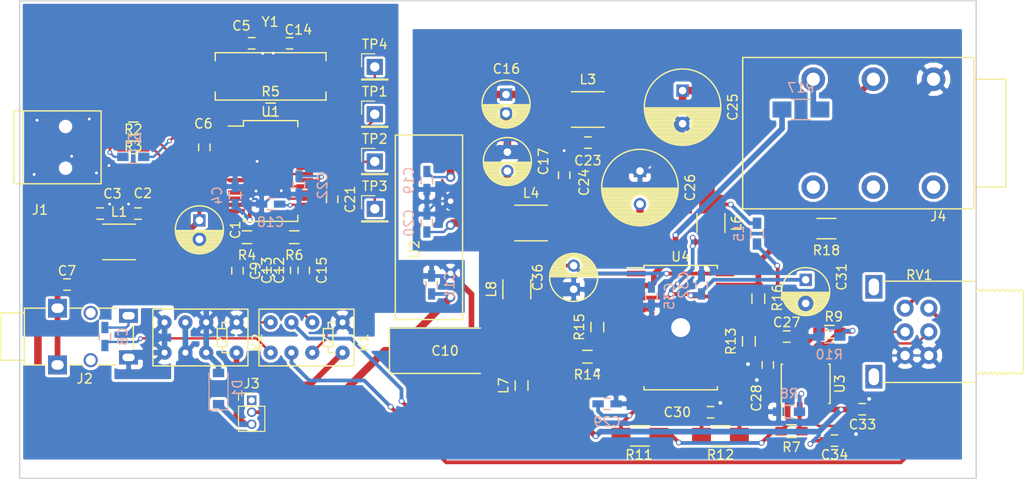
<source format=kicad_pcb>
(kicad_pcb (version 4) (host pcbnew 4.0.6)

  (general
    (links 163)
    (no_connects 0)
    (area 12.924999 12.924999 114.075001 63.575001)
    (thickness 1.6)
    (drawings 5)
    (tracks 661)
    (zones 0)
    (modules 78)
    (nets 64)
  )

  (page A4)
  (layers
    (0 F.Cu signal)
    (31 B.Cu signal)
    (32 B.Adhes user)
    (33 F.Adhes user)
    (34 B.Paste user)
    (35 F.Paste user)
    (36 B.SilkS user)
    (37 F.SilkS user)
    (38 B.Mask user)
    (39 F.Mask user)
    (40 Dwgs.User user)
    (41 Cmts.User user)
    (42 Eco1.User user)
    (43 Eco2.User user)
    (44 Edge.Cuts user)
    (45 Margin user)
    (46 B.CrtYd user)
    (47 F.CrtYd user)
    (48 B.Fab user hide)
    (49 F.Fab user hide)
  )

  (setup
    (last_trace_width 0.6)
    (user_trace_width 0.2)
    (user_trace_width 0.25)
    (user_trace_width 0.6)
    (user_trace_width 0.8)
    (user_trace_width 1.5)
    (trace_clearance 0.2)
    (zone_clearance 0.3)
    (zone_45_only no)
    (trace_min 0.2)
    (segment_width 0.2)
    (edge_width 0.15)
    (via_size 0.6)
    (via_drill 0.4)
    (via_min_size 0.4)
    (via_min_drill 0.3)
    (user_via 0.5 0.3)
    (user_via 1.3 1)
    (uvia_size 0.3)
    (uvia_drill 0.1)
    (uvias_allowed no)
    (uvia_min_size 0.2)
    (uvia_min_drill 0.1)
    (pcb_text_width 0.3)
    (pcb_text_size 1.5 1.5)
    (mod_edge_width 0.15)
    (mod_text_size 1 1)
    (mod_text_width 0.15)
    (pad_size 1.524 1.524)
    (pad_drill 0.762)
    (pad_to_mask_clearance 0.2)
    (aux_axis_origin 0 0)
    (visible_elements FFFFFFFF)
    (pcbplotparams
      (layerselection 0x00030_80000001)
      (usegerberextensions false)
      (excludeedgelayer true)
      (linewidth 0.100000)
      (plotframeref false)
      (viasonmask false)
      (mode 1)
      (useauxorigin false)
      (hpglpennumber 1)
      (hpglpenspeed 20)
      (hpglpendiameter 15)
      (hpglpenoverlay 2)
      (psnegative false)
      (psa4output false)
      (plotreference true)
      (plotvalue true)
      (plotinvisibletext false)
      (padsonsilk false)
      (subtractmaskfromsilk false)
      (outputformat 1)
      (mirror false)
      (drillshape 1)
      (scaleselection 1)
      (outputdirectory ""))
  )

  (net 0 "")
  (net 1 Earth)
  (net 2 "Net-(C1-Pad1)")
  (net 3 +5V)
  (net 4 "Net-(C4-Pad2)")
  (net 5 "Net-(C5-Pad1)")
  (net 6 +3V3)
  (net 7 "Net-(C7-Pad2)")
  (net 8 "Net-(C7-Pad1)")
  (net 9 "Net-(C8-Pad2)")
  (net 10 "Net-(C8-Pad1)")
  (net 11 /LUSB)
  (net 12 "Net-(C9-Pad1)")
  (net 13 "Net-(C12-Pad1)")
  (net 14 "Net-(C13-Pad2)")
  (net 15 "Net-(C14-Pad1)")
  (net 16 /RUSB)
  (net 17 "Net-(C15-Pad1)")
  (net 18 GNDPWR)
  (net 19 "Net-(C16-Pad1)")
  (net 20 "Net-(C17-Pad2)")
  (net 21 "Net-(C18-Pad2)")
  (net 22 "Net-(C21-Pad1)")
  (net 23 "Net-(C22-Pad2)")
  (net 24 +12V)
  (net 25 -12V)
  (net 26 "Net-(C27-Pad1)")
  (net 27 "Net-(C29-Pad1)")
  (net 28 "Net-(C30-Pad1)")
  (net 29 "Net-(C31-Pad1)")
  (net 30 "Net-(C33-Pad2)")
  (net 31 "Net-(C35-Pad2)")
  (net 32 "Net-(D1-Pad1)")
  (net 33 "Net-(J1-Pad4)")
  (net 34 /D+)
  (net 35 /D-)
  (net 36 GNDA)
  (net 37 "Net-(J3-Pad1)")
  (net 38 "Net-(J4-Pad4)")
  (net 39 "Net-(J4-Pad6)")
  (net 40 "Net-(J4-Pad5)")
  (net 41 "Net-(J4-Pad2)")
  (net 42 "Net-(J4-Pad3)")
  (net 43 "Net-(K1-Pad6)")
  (net 44 "Net-(K1-Pad3)")
  (net 45 "Net-(R2-Pad2)")
  (net 46 "Net-(R3-Pad1)")
  (net 47 "Net-(R7-Pad2)")
  (net 48 "Net-(R11-Pad2)")
  (net 49 "Net-(R10-Pad2)")
  (net 50 "Net-(R12-Pad2)")
  (net 51 "Net-(R13-Pad2)")
  (net 52 "Net-(R14-Pad1)")
  (net 53 "Net-(R15-Pad2)")
  (net 54 "Net-(R16-Pad1)")
  (net 55 "Net-(RV1-Pad12)")
  (net 56 "Net-(RV1-Pad22)")
  (net 57 "Net-(TP1-Pad1)")
  (net 58 "Net-(TP2-Pad1)")
  (net 59 "Net-(TP3-Pad1)")
  (net 60 "Net-(U1-Pad5)")
  (net 61 "Net-(U1-Pad3)")
  (net 62 "Net-(U1-Pad2)")
  (net 63 "Net-(TP4-Pad1)")

  (net_class Default "This is the default net class."
    (clearance 0.2)
    (trace_width 0.4)
    (via_dia 0.6)
    (via_drill 0.4)
    (uvia_dia 0.3)
    (uvia_drill 0.1)
    (add_net +12V)
    (add_net +3V3)
    (add_net +5V)
    (add_net -12V)
    (add_net /D+)
    (add_net /D-)
    (add_net /LUSB)
    (add_net /RUSB)
    (add_net Earth)
    (add_net GNDA)
    (add_net GNDPWR)
    (add_net "Net-(C1-Pad1)")
    (add_net "Net-(C12-Pad1)")
    (add_net "Net-(C13-Pad2)")
    (add_net "Net-(C14-Pad1)")
    (add_net "Net-(C15-Pad1)")
    (add_net "Net-(C16-Pad1)")
    (add_net "Net-(C17-Pad2)")
    (add_net "Net-(C18-Pad2)")
    (add_net "Net-(C21-Pad1)")
    (add_net "Net-(C22-Pad2)")
    (add_net "Net-(C27-Pad1)")
    (add_net "Net-(C29-Pad1)")
    (add_net "Net-(C30-Pad1)")
    (add_net "Net-(C31-Pad1)")
    (add_net "Net-(C33-Pad2)")
    (add_net "Net-(C35-Pad2)")
    (add_net "Net-(C4-Pad2)")
    (add_net "Net-(C5-Pad1)")
    (add_net "Net-(C7-Pad1)")
    (add_net "Net-(C7-Pad2)")
    (add_net "Net-(C8-Pad1)")
    (add_net "Net-(C8-Pad2)")
    (add_net "Net-(C9-Pad1)")
    (add_net "Net-(D1-Pad1)")
    (add_net "Net-(J1-Pad4)")
    (add_net "Net-(J3-Pad1)")
    (add_net "Net-(J4-Pad2)")
    (add_net "Net-(J4-Pad3)")
    (add_net "Net-(J4-Pad4)")
    (add_net "Net-(J4-Pad5)")
    (add_net "Net-(J4-Pad6)")
    (add_net "Net-(K1-Pad3)")
    (add_net "Net-(K1-Pad6)")
    (add_net "Net-(R10-Pad2)")
    (add_net "Net-(R11-Pad2)")
    (add_net "Net-(R12-Pad2)")
    (add_net "Net-(R13-Pad2)")
    (add_net "Net-(R14-Pad1)")
    (add_net "Net-(R15-Pad2)")
    (add_net "Net-(R16-Pad1)")
    (add_net "Net-(R2-Pad2)")
    (add_net "Net-(R3-Pad1)")
    (add_net "Net-(R7-Pad2)")
    (add_net "Net-(RV1-Pad12)")
    (add_net "Net-(RV1-Pad22)")
    (add_net "Net-(TP1-Pad1)")
    (add_net "Net-(TP2-Pad1)")
    (add_net "Net-(TP3-Pad1)")
    (add_net "Net-(TP4-Pad1)")
    (add_net "Net-(U1-Pad2)")
    (add_net "Net-(U1-Pad3)")
    (add_net "Net-(U1-Pad5)")
  )

  (module Connectors:USB_Mini-B (layer F.Cu) (tedit 5543E571) (tstamp 5978A85A)
    (at 17 28.5)
    (descr "USB Mini-B 5-pin SMD connector")
    (tags "USB USB_B USB_Mini connector")
    (path /5976A1B4)
    (attr smd)
    (fp_text reference J1 (at -1.85 6.61) (layer F.SilkS)
      (effects (font (size 1 1) (thickness 0.15)))
    )
    (fp_text value USB_OTG (at 0 -7.0993) (layer F.Fab)
      (effects (font (size 1 1) (thickness 0.15)))
    )
    (fp_line (start 4.59994 -3.85064) (end -4.59994 -3.85064) (layer F.SilkS) (width 0.15))
    (fp_line (start 4.59994 3.85064) (end 4.59994 -3.85064) (layer F.SilkS) (width 0.15))
    (fp_line (start -4.59994 3.85064) (end 4.59994 3.85064) (layer F.SilkS) (width 0.15))
    (fp_line (start -4.59994 -3.85064) (end -4.59994 3.85064) (layer F.SilkS) (width 0.15))
    (fp_line (start -3.59918 -3.85064) (end -3.59918 3.85064) (layer F.SilkS) (width 0.15))
    (fp_line (start -4.85 5.7) (end -4.85 -5.7) (layer F.CrtYd) (width 0.05))
    (fp_line (start 4.85 5.7) (end -4.85 5.7) (layer F.CrtYd) (width 0.05))
    (fp_line (start 4.85 -5.7) (end 4.85 5.7) (layer F.CrtYd) (width 0.05))
    (fp_line (start -4.85 -5.7) (end 4.85 -5.7) (layer F.CrtYd) (width 0.05))
    (pad "" np_thru_hole circle (at 0.8509 2.19964) (size 0.89916 0.89916) (drill 0.89916) (layers *.Cu *.Mask))
    (pad "" np_thru_hole circle (at 0.8509 -2.19964) (size 0.89916 0.89916) (drill 0.89916) (layers *.Cu *.Mask))
    (pad 6 smd rect (at -2.14884 4.45008) (size 2.49936 1.99898) (layers F.Cu F.Paste F.Mask)
      (net 1 Earth))
    (pad 6 smd rect (at 3.35026 4.45008) (size 2.49936 1.99898) (layers F.Cu F.Paste F.Mask)
      (net 1 Earth))
    (pad 6 smd rect (at -2.14884 -4.45008) (size 2.49936 1.99898) (layers F.Cu F.Paste F.Mask)
      (net 1 Earth))
    (pad 6 smd rect (at 3.35026 -4.45008) (size 2.49936 1.99898) (layers F.Cu F.Paste F.Mask)
      (net 1 Earth))
    (pad 5 smd rect (at 3.44932 1.6002) (size 2.30124 0.50038) (layers F.Cu F.Paste F.Mask)
      (net 1 Earth))
    (pad 4 smd rect (at 3.44932 0.8001) (size 2.30124 0.50038) (layers F.Cu F.Paste F.Mask)
      (net 33 "Net-(J1-Pad4)"))
    (pad 3 smd rect (at 3.44932 0) (size 2.30124 0.50038) (layers F.Cu F.Paste F.Mask)
      (net 34 /D+))
    (pad 2 smd rect (at 3.44932 -0.8001) (size 2.30124 0.50038) (layers F.Cu F.Paste F.Mask)
      (net 35 /D-))
    (pad 1 smd rect (at 3.44932 -1.6002) (size 2.30124 0.50038) (layers F.Cu F.Paste F.Mask)
      (net 3 +5V))
  )

  (module Capacitors_THT:C_Radial_D5_L11_P2 (layer F.Cu) (tedit 0) (tstamp 5978A773)
    (at 31.98 36.22 270)
    (descr "Radial Electrolytic Capacitor 5mm x Length 11mm, Pitch 2mm")
    (tags "Electrolytic Capacitor")
    (path /5934B839)
    (fp_text reference C1 (at 1 -3.8 270) (layer F.SilkS)
      (effects (font (size 1 1) (thickness 0.15)))
    )
    (fp_text value 10u (at 1 3.8 270) (layer F.Fab)
      (effects (font (size 1 1) (thickness 0.15)))
    )
    (fp_circle (center 1 0) (end 1 -2.8) (layer F.CrtYd) (width 0.05))
    (fp_circle (center 1 0) (end 1 -2.5375) (layer F.SilkS) (width 0.15))
    (fp_circle (center 2 0) (end 2 -0.8) (layer F.SilkS) (width 0.15))
    (fp_line (start 3.455 -0.472) (end 3.455 0.472) (layer F.SilkS) (width 0.15))
    (fp_line (start 3.315 -0.944) (end 3.315 0.944) (layer F.SilkS) (width 0.15))
    (fp_line (start 3.175 -1.233) (end 3.175 1.233) (layer F.SilkS) (width 0.15))
    (fp_line (start 3.035 -1.452) (end 3.035 1.452) (layer F.SilkS) (width 0.15))
    (fp_line (start 2.895 -1.631) (end 2.895 1.631) (layer F.SilkS) (width 0.15))
    (fp_line (start 2.755 0.265) (end 2.755 1.78) (layer F.SilkS) (width 0.15))
    (fp_line (start 2.755 -1.78) (end 2.755 -0.265) (layer F.SilkS) (width 0.15))
    (fp_line (start 2.615 0.512) (end 2.615 1.908) (layer F.SilkS) (width 0.15))
    (fp_line (start 2.615 -1.908) (end 2.615 -0.512) (layer F.SilkS) (width 0.15))
    (fp_line (start 2.475 0.644) (end 2.475 2.019) (layer F.SilkS) (width 0.15))
    (fp_line (start 2.475 -2.019) (end 2.475 -0.644) (layer F.SilkS) (width 0.15))
    (fp_line (start 2.335 0.726) (end 2.335 2.114) (layer F.SilkS) (width 0.15))
    (fp_line (start 2.335 -2.114) (end 2.335 -0.726) (layer F.SilkS) (width 0.15))
    (fp_line (start 2.195 0.776) (end 2.195 2.196) (layer F.SilkS) (width 0.15))
    (fp_line (start 2.195 -2.196) (end 2.195 -0.776) (layer F.SilkS) (width 0.15))
    (fp_line (start 2.055 0.798) (end 2.055 2.266) (layer F.SilkS) (width 0.15))
    (fp_line (start 2.055 -2.266) (end 2.055 -0.798) (layer F.SilkS) (width 0.15))
    (fp_line (start 1.915 0.795) (end 1.915 2.327) (layer F.SilkS) (width 0.15))
    (fp_line (start 1.915 -2.327) (end 1.915 -0.795) (layer F.SilkS) (width 0.15))
    (fp_line (start 1.775 0.768) (end 1.775 2.377) (layer F.SilkS) (width 0.15))
    (fp_line (start 1.775 -2.377) (end 1.775 -0.768) (layer F.SilkS) (width 0.15))
    (fp_line (start 1.635 0.712) (end 1.635 2.418) (layer F.SilkS) (width 0.15))
    (fp_line (start 1.635 -2.418) (end 1.635 -0.712) (layer F.SilkS) (width 0.15))
    (fp_line (start 1.495 0.62) (end 1.495 2.451) (layer F.SilkS) (width 0.15))
    (fp_line (start 1.495 -2.451) (end 1.495 -0.62) (layer F.SilkS) (width 0.15))
    (fp_line (start 1.355 0.473) (end 1.355 2.475) (layer F.SilkS) (width 0.15))
    (fp_line (start 1.355 -2.475) (end 1.355 -0.473) (layer F.SilkS) (width 0.15))
    (fp_line (start 1.215 0.154) (end 1.215 2.491) (layer F.SilkS) (width 0.15))
    (fp_line (start 1.215 -2.491) (end 1.215 -0.154) (layer F.SilkS) (width 0.15))
    (fp_line (start 1.075 -2.499) (end 1.075 2.499) (layer F.SilkS) (width 0.15))
    (pad 2 thru_hole circle (at 2 0 270) (size 1.3 1.3) (drill 0.8) (layers *.Cu *.Mask)
      (net 1 Earth))
    (pad 1 thru_hole rect (at 0 0 270) (size 1.3 1.3) (drill 0.8) (layers *.Cu *.Mask)
      (net 2 "Net-(C1-Pad1)"))
    (model Capacitors_ThroughHole.3dshapes/C_Radial_D5_L11_P2.wrl
      (at (xyz 0 0 0))
      (scale (xyz 1 1 1))
      (rotate (xyz 0 0 0))
    )
  )

  (module Capacitors_SMD:C_0603_HandSoldering (layer F.Cu) (tedit 541A9B4D) (tstamp 5978A779)
    (at 25.5 35.5)
    (descr "Capacitor SMD 0603, hand soldering")
    (tags "capacitor 0603")
    (path /5934BF3E)
    (attr smd)
    (fp_text reference C2 (at 0.51 -2.14) (layer F.SilkS)
      (effects (font (size 1 1) (thickness 0.15)))
    )
    (fp_text value 100n (at 0 1.9) (layer F.Fab)
      (effects (font (size 1 1) (thickness 0.15)))
    )
    (fp_line (start 0.35 0.6) (end -0.35 0.6) (layer F.SilkS) (width 0.15))
    (fp_line (start -0.35 -0.6) (end 0.35 -0.6) (layer F.SilkS) (width 0.15))
    (fp_line (start 1.85 -0.75) (end 1.85 0.75) (layer F.CrtYd) (width 0.05))
    (fp_line (start -1.85 -0.75) (end -1.85 0.75) (layer F.CrtYd) (width 0.05))
    (fp_line (start -1.85 0.75) (end 1.85 0.75) (layer F.CrtYd) (width 0.05))
    (fp_line (start -1.85 -0.75) (end 1.85 -0.75) (layer F.CrtYd) (width 0.05))
    (fp_line (start -0.8 -0.4) (end 0.8 -0.4) (layer F.Fab) (width 0.15))
    (fp_line (start 0.8 -0.4) (end 0.8 0.4) (layer F.Fab) (width 0.15))
    (fp_line (start 0.8 0.4) (end -0.8 0.4) (layer F.Fab) (width 0.15))
    (fp_line (start -0.8 0.4) (end -0.8 -0.4) (layer F.Fab) (width 0.15))
    (pad 2 smd rect (at 0.95 0) (size 1.2 0.75) (layers F.Cu F.Paste F.Mask)
      (net 2 "Net-(C1-Pad1)"))
    (pad 1 smd rect (at -0.95 0) (size 1.2 0.75) (layers F.Cu F.Paste F.Mask)
      (net 1 Earth))
    (model Capacitors_SMD.3dshapes/C_0603_HandSoldering.wrl
      (at (xyz 0 0 0))
      (scale (xyz 1 1 1))
      (rotate (xyz 0 0 0))
    )
  )

  (module Capacitors_SMD:C_0603_HandSoldering (layer F.Cu) (tedit 541A9B4D) (tstamp 5978A77F)
    (at 21.5 35.5)
    (descr "Capacitor SMD 0603, hand soldering")
    (tags "capacitor 0603")
    (path /59305590)
    (attr smd)
    (fp_text reference C3 (at 1.3 -2.1) (layer F.SilkS)
      (effects (font (size 1 1) (thickness 0.15)))
    )
    (fp_text value 200n (at 0 1.9) (layer F.Fab)
      (effects (font (size 1 1) (thickness 0.15)))
    )
    (fp_line (start 0.35 0.6) (end -0.35 0.6) (layer F.SilkS) (width 0.15))
    (fp_line (start -0.35 -0.6) (end 0.35 -0.6) (layer F.SilkS) (width 0.15))
    (fp_line (start 1.85 -0.75) (end 1.85 0.75) (layer F.CrtYd) (width 0.05))
    (fp_line (start -1.85 -0.75) (end -1.85 0.75) (layer F.CrtYd) (width 0.05))
    (fp_line (start -1.85 0.75) (end 1.85 0.75) (layer F.CrtYd) (width 0.05))
    (fp_line (start -1.85 -0.75) (end 1.85 -0.75) (layer F.CrtYd) (width 0.05))
    (fp_line (start -0.8 -0.4) (end 0.8 -0.4) (layer F.Fab) (width 0.15))
    (fp_line (start 0.8 -0.4) (end 0.8 0.4) (layer F.Fab) (width 0.15))
    (fp_line (start 0.8 0.4) (end -0.8 0.4) (layer F.Fab) (width 0.15))
    (fp_line (start -0.8 0.4) (end -0.8 -0.4) (layer F.Fab) (width 0.15))
    (pad 2 smd rect (at 0.95 0) (size 1.2 0.75) (layers F.Cu F.Paste F.Mask)
      (net 1 Earth))
    (pad 1 smd rect (at -0.95 0) (size 1.2 0.75) (layers F.Cu F.Paste F.Mask)
      (net 3 +5V))
    (model Capacitors_SMD.3dshapes/C_0603_HandSoldering.wrl
      (at (xyz 0 0 0))
      (scale (xyz 1 1 1))
      (rotate (xyz 0 0 0))
    )
  )

  (module Capacitors_SMD:C_0603_HandSoldering (layer B.Cu) (tedit 541A9B4D) (tstamp 5978A785)
    (at 35.75 33.59 270)
    (descr "Capacitor SMD 0603, hand soldering")
    (tags "capacitor 0603")
    (path /5934A4BD)
    (attr smd)
    (fp_text reference C4 (at 0 1.9 270) (layer B.SilkS)
      (effects (font (size 1 1) (thickness 0.15)) (justify mirror))
    )
    (fp_text value 1u (at 0 -1.9 270) (layer B.Fab)
      (effects (font (size 1 1) (thickness 0.15)) (justify mirror))
    )
    (fp_line (start 0.35 -0.6) (end -0.35 -0.6) (layer B.SilkS) (width 0.15))
    (fp_line (start -0.35 0.6) (end 0.35 0.6) (layer B.SilkS) (width 0.15))
    (fp_line (start 1.85 0.75) (end 1.85 -0.75) (layer B.CrtYd) (width 0.05))
    (fp_line (start -1.85 0.75) (end -1.85 -0.75) (layer B.CrtYd) (width 0.05))
    (fp_line (start -1.85 -0.75) (end 1.85 -0.75) (layer B.CrtYd) (width 0.05))
    (fp_line (start -1.85 0.75) (end 1.85 0.75) (layer B.CrtYd) (width 0.05))
    (fp_line (start -0.8 0.4) (end 0.8 0.4) (layer B.Fab) (width 0.15))
    (fp_line (start 0.8 0.4) (end 0.8 -0.4) (layer B.Fab) (width 0.15))
    (fp_line (start 0.8 -0.4) (end -0.8 -0.4) (layer B.Fab) (width 0.15))
    (fp_line (start -0.8 -0.4) (end -0.8 0.4) (layer B.Fab) (width 0.15))
    (pad 2 smd rect (at 0.95 0 270) (size 1.2 0.75) (layers B.Cu B.Paste B.Mask)
      (net 4 "Net-(C4-Pad2)"))
    (pad 1 smd rect (at -0.95 0 270) (size 1.2 0.75) (layers B.Cu B.Paste B.Mask)
      (net 1 Earth))
    (model Capacitors_SMD.3dshapes/C_0603_HandSoldering.wrl
      (at (xyz 0 0 0))
      (scale (xyz 1 1 1))
      (rotate (xyz 0 0 0))
    )
  )

  (module Capacitors_SMD:C_0603_HandSoldering (layer F.Cu) (tedit 541A9B4D) (tstamp 5978A78B)
    (at 37.5 17.5)
    (descr "Capacitor SMD 0603, hand soldering")
    (tags "capacitor 0603")
    (path /59348C90)
    (attr smd)
    (fp_text reference C5 (at -1.08 -1.85) (layer F.SilkS)
      (effects (font (size 1 1) (thickness 0.15)))
    )
    (fp_text value 27p (at 0 1.9) (layer F.Fab)
      (effects (font (size 1 1) (thickness 0.15)))
    )
    (fp_line (start 0.35 0.6) (end -0.35 0.6) (layer F.SilkS) (width 0.15))
    (fp_line (start -0.35 -0.6) (end 0.35 -0.6) (layer F.SilkS) (width 0.15))
    (fp_line (start 1.85 -0.75) (end 1.85 0.75) (layer F.CrtYd) (width 0.05))
    (fp_line (start -1.85 -0.75) (end -1.85 0.75) (layer F.CrtYd) (width 0.05))
    (fp_line (start -1.85 0.75) (end 1.85 0.75) (layer F.CrtYd) (width 0.05))
    (fp_line (start -1.85 -0.75) (end 1.85 -0.75) (layer F.CrtYd) (width 0.05))
    (fp_line (start -0.8 -0.4) (end 0.8 -0.4) (layer F.Fab) (width 0.15))
    (fp_line (start 0.8 -0.4) (end 0.8 0.4) (layer F.Fab) (width 0.15))
    (fp_line (start 0.8 0.4) (end -0.8 0.4) (layer F.Fab) (width 0.15))
    (fp_line (start -0.8 0.4) (end -0.8 -0.4) (layer F.Fab) (width 0.15))
    (pad 2 smd rect (at 0.95 0) (size 1.2 0.75) (layers F.Cu F.Paste F.Mask)
      (net 1 Earth))
    (pad 1 smd rect (at -0.95 0) (size 1.2 0.75) (layers F.Cu F.Paste F.Mask)
      (net 5 "Net-(C5-Pad1)"))
    (model Capacitors_SMD.3dshapes/C_0603_HandSoldering.wrl
      (at (xyz 0 0 0))
      (scale (xyz 1 1 1))
      (rotate (xyz 0 0 0))
    )
  )

  (module Capacitors_SMD:C_0603_HandSoldering (layer F.Cu) (tedit 541A9B4D) (tstamp 5978A791)
    (at 32.5 28.5 90)
    (descr "Capacitor SMD 0603, hand soldering")
    (tags "capacitor 0603")
    (path /5934D473)
    (attr smd)
    (fp_text reference C6 (at 2.5 -0.1 180) (layer F.SilkS)
      (effects (font (size 1 1) (thickness 0.15)))
    )
    (fp_text value 200n (at 0 1.9 90) (layer F.Fab)
      (effects (font (size 1 1) (thickness 0.15)))
    )
    (fp_line (start 0.35 0.6) (end -0.35 0.6) (layer F.SilkS) (width 0.15))
    (fp_line (start -0.35 -0.6) (end 0.35 -0.6) (layer F.SilkS) (width 0.15))
    (fp_line (start 1.85 -0.75) (end 1.85 0.75) (layer F.CrtYd) (width 0.05))
    (fp_line (start -1.85 -0.75) (end -1.85 0.75) (layer F.CrtYd) (width 0.05))
    (fp_line (start -1.85 0.75) (end 1.85 0.75) (layer F.CrtYd) (width 0.05))
    (fp_line (start -1.85 -0.75) (end 1.85 -0.75) (layer F.CrtYd) (width 0.05))
    (fp_line (start -0.8 -0.4) (end 0.8 -0.4) (layer F.Fab) (width 0.15))
    (fp_line (start 0.8 -0.4) (end 0.8 0.4) (layer F.Fab) (width 0.15))
    (fp_line (start 0.8 0.4) (end -0.8 0.4) (layer F.Fab) (width 0.15))
    (fp_line (start -0.8 0.4) (end -0.8 -0.4) (layer F.Fab) (width 0.15))
    (pad 2 smd rect (at 0.95 0 90) (size 1.2 0.75) (layers F.Cu F.Paste F.Mask)
      (net 6 +3V3))
    (pad 1 smd rect (at -0.95 0 90) (size 1.2 0.75) (layers F.Cu F.Paste F.Mask)
      (net 1 Earth))
    (model Capacitors_SMD.3dshapes/C_0603_HandSoldering.wrl
      (at (xyz 0 0 0))
      (scale (xyz 1 1 1))
      (rotate (xyz 0 0 0))
    )
  )

  (module Capacitors_SMD:C_0603_HandSoldering (layer F.Cu) (tedit 541A9B4D) (tstamp 5978A797)
    (at 18 43 180)
    (descr "Capacitor SMD 0603, hand soldering")
    (tags "capacitor 0603")
    (path /5935AC3B)
    (attr smd)
    (fp_text reference C7 (at 0 1.45 180) (layer F.SilkS)
      (effects (font (size 1 1) (thickness 0.15)))
    )
    (fp_text value 1u (at 0 1.9 180) (layer F.Fab)
      (effects (font (size 1 1) (thickness 0.15)))
    )
    (fp_line (start 0.35 0.6) (end -0.35 0.6) (layer F.SilkS) (width 0.15))
    (fp_line (start -0.35 -0.6) (end 0.35 -0.6) (layer F.SilkS) (width 0.15))
    (fp_line (start 1.85 -0.75) (end 1.85 0.75) (layer F.CrtYd) (width 0.05))
    (fp_line (start -1.85 -0.75) (end -1.85 0.75) (layer F.CrtYd) (width 0.05))
    (fp_line (start -1.85 0.75) (end 1.85 0.75) (layer F.CrtYd) (width 0.05))
    (fp_line (start -1.85 -0.75) (end 1.85 -0.75) (layer F.CrtYd) (width 0.05))
    (fp_line (start -0.8 -0.4) (end 0.8 -0.4) (layer F.Fab) (width 0.15))
    (fp_line (start 0.8 -0.4) (end 0.8 0.4) (layer F.Fab) (width 0.15))
    (fp_line (start 0.8 0.4) (end -0.8 0.4) (layer F.Fab) (width 0.15))
    (fp_line (start -0.8 0.4) (end -0.8 -0.4) (layer F.Fab) (width 0.15))
    (pad 2 smd rect (at 0.95 0 180) (size 1.2 0.75) (layers F.Cu F.Paste F.Mask)
      (net 7 "Net-(C7-Pad2)"))
    (pad 1 smd rect (at -0.95 0 180) (size 1.2 0.75) (layers F.Cu F.Paste F.Mask)
      (net 8 "Net-(C7-Pad1)"))
    (model Capacitors_SMD.3dshapes/C_0603_HandSoldering.wrl
      (at (xyz 0 0 0))
      (scale (xyz 1 1 1))
      (rotate (xyz 0 0 0))
    )
  )

  (module Capacitors_SMD:C_0603_HandSoldering (layer B.Cu) (tedit 541A9B4D) (tstamp 5978A79D)
    (at 22 48.5 90)
    (descr "Capacitor SMD 0603, hand soldering")
    (tags "capacitor 0603")
    (path /5935A9B7)
    (attr smd)
    (fp_text reference C8 (at 0 1.9 90) (layer B.SilkS)
      (effects (font (size 1 1) (thickness 0.15)) (justify mirror))
    )
    (fp_text value 1u (at 0 -1.9 90) (layer B.Fab)
      (effects (font (size 1 1) (thickness 0.15)) (justify mirror))
    )
    (fp_line (start 0.35 -0.6) (end -0.35 -0.6) (layer B.SilkS) (width 0.15))
    (fp_line (start -0.35 0.6) (end 0.35 0.6) (layer B.SilkS) (width 0.15))
    (fp_line (start 1.85 0.75) (end 1.85 -0.75) (layer B.CrtYd) (width 0.05))
    (fp_line (start -1.85 0.75) (end -1.85 -0.75) (layer B.CrtYd) (width 0.05))
    (fp_line (start -1.85 -0.75) (end 1.85 -0.75) (layer B.CrtYd) (width 0.05))
    (fp_line (start -1.85 0.75) (end 1.85 0.75) (layer B.CrtYd) (width 0.05))
    (fp_line (start -0.8 0.4) (end 0.8 0.4) (layer B.Fab) (width 0.15))
    (fp_line (start 0.8 0.4) (end 0.8 -0.4) (layer B.Fab) (width 0.15))
    (fp_line (start 0.8 -0.4) (end -0.8 -0.4) (layer B.Fab) (width 0.15))
    (fp_line (start -0.8 -0.4) (end -0.8 0.4) (layer B.Fab) (width 0.15))
    (pad 2 smd rect (at 0.95 0 90) (size 1.2 0.75) (layers B.Cu B.Paste B.Mask)
      (net 9 "Net-(C8-Pad2)"))
    (pad 1 smd rect (at -0.95 0 90) (size 1.2 0.75) (layers B.Cu B.Paste B.Mask)
      (net 10 "Net-(C8-Pad1)"))
    (model Capacitors_SMD.3dshapes/C_0603_HandSoldering.wrl
      (at (xyz 0 0 0))
      (scale (xyz 1 1 1))
      (rotate (xyz 0 0 0))
    )
  )

  (module Capacitors_SMD:C_0603_HandSoldering (layer F.Cu) (tedit 541A9B4D) (tstamp 5978A7A3)
    (at 36 41.55 270)
    (descr "Capacitor SMD 0603, hand soldering")
    (tags "capacitor 0603")
    (path /593501B5)
    (attr smd)
    (fp_text reference C9 (at 0 -1.9 270) (layer F.SilkS)
      (effects (font (size 1 1) (thickness 0.15)))
    )
    (fp_text value 1u (at 0 1.9 270) (layer F.Fab)
      (effects (font (size 1 1) (thickness 0.15)))
    )
    (fp_line (start 0.35 0.6) (end -0.35 0.6) (layer F.SilkS) (width 0.15))
    (fp_line (start -0.35 -0.6) (end 0.35 -0.6) (layer F.SilkS) (width 0.15))
    (fp_line (start 1.85 -0.75) (end 1.85 0.75) (layer F.CrtYd) (width 0.05))
    (fp_line (start -1.85 -0.75) (end -1.85 0.75) (layer F.CrtYd) (width 0.05))
    (fp_line (start -1.85 0.75) (end 1.85 0.75) (layer F.CrtYd) (width 0.05))
    (fp_line (start -1.85 -0.75) (end 1.85 -0.75) (layer F.CrtYd) (width 0.05))
    (fp_line (start -0.8 -0.4) (end 0.8 -0.4) (layer F.Fab) (width 0.15))
    (fp_line (start 0.8 -0.4) (end 0.8 0.4) (layer F.Fab) (width 0.15))
    (fp_line (start 0.8 0.4) (end -0.8 0.4) (layer F.Fab) (width 0.15))
    (fp_line (start -0.8 0.4) (end -0.8 -0.4) (layer F.Fab) (width 0.15))
    (pad 2 smd rect (at 0.95 0 270) (size 1.2 0.75) (layers F.Cu F.Paste F.Mask)
      (net 11 /LUSB))
    (pad 1 smd rect (at -0.95 0 270) (size 1.2 0.75) (layers F.Cu F.Paste F.Mask)
      (net 12 "Net-(C9-Pad1)"))
    (model Capacitors_SMD.3dshapes/C_0603_HandSoldering.wrl
      (at (xyz 0 0 0))
      (scale (xyz 1 1 1))
      (rotate (xyz 0 0 0))
    )
  )

  (module Capacitors_Tantalum_SMD:Tantalum_Case-D_EIA-7343-31_Hand (layer F.Cu) (tedit 57B6E980) (tstamp 5978A7A9)
    (at 58 50)
    (descr "Tantalum capacitor, Case D, EIA 7343-31, 7.3x4.3x2.8mm, Hand soldering footprint")
    (tags "capacitor tantalum smd")
    (path /593055F7)
    (attr smd)
    (fp_text reference C10 (at -0.08 0.01) (layer F.SilkS)
      (effects (font (size 1 1) (thickness 0.15)))
    )
    (fp_text value 100u (at 0 3.9) (layer F.Fab)
      (effects (font (size 1 1) (thickness 0.15)))
    )
    (fp_line (start -5.95 -2.4) (end -5.95 2.4) (layer F.SilkS) (width 0.15))
    (fp_line (start -5.95 2.4) (end 3.65 2.4) (layer F.SilkS) (width 0.15))
    (fp_line (start -5.95 -2.4) (end 3.65 -2.4) (layer F.SilkS) (width 0.15))
    (fp_line (start -2.555 -2.15) (end -2.555 2.15) (layer F.Fab) (width 0.15))
    (fp_line (start -2.92 -2.15) (end -2.92 2.15) (layer F.Fab) (width 0.15))
    (fp_line (start 3.65 -2.15) (end -3.65 -2.15) (layer F.Fab) (width 0.15))
    (fp_line (start 3.65 2.15) (end 3.65 -2.15) (layer F.Fab) (width 0.15))
    (fp_line (start -3.65 2.15) (end 3.65 2.15) (layer F.Fab) (width 0.15))
    (fp_line (start -3.65 -2.15) (end -3.65 2.15) (layer F.Fab) (width 0.15))
    (fp_line (start 6.05 -2.5) (end -6.05 -2.5) (layer F.CrtYd) (width 0.05))
    (fp_line (start 6.05 2.5) (end 6.05 -2.5) (layer F.CrtYd) (width 0.05))
    (fp_line (start -6.05 2.5) (end 6.05 2.5) (layer F.CrtYd) (width 0.05))
    (fp_line (start -6.05 -2.5) (end -6.05 2.5) (layer F.CrtYd) (width 0.05))
    (pad 2 smd rect (at 3.775 0) (size 3.75 2.7) (layers F.Cu F.Paste F.Mask)
      (net 1 Earth))
    (pad 1 smd rect (at -3.775 0) (size 3.75 2.7) (layers F.Cu F.Paste F.Mask)
      (net 3 +5V))
    (model Capacitors_Tantalum_SMD.3dshapes/Tantalum_Case-D_EIA-7343-31.wrl
      (at (xyz 0 0 0))
      (scale (xyz 1 1 1))
      (rotate (xyz 0 0 0))
    )
  )

  (module Capacitors_SMD:C_0603_HandSoldering (layer B.Cu) (tedit 541A9B4D) (tstamp 5978A7AF)
    (at 56.5 43.05 90)
    (descr "Capacitor SMD 0603, hand soldering")
    (tags "capacitor 0603")
    (path /5930565F)
    (attr smd)
    (fp_text reference C11 (at 0 1.9 90) (layer B.SilkS)
      (effects (font (size 1 1) (thickness 0.15)) (justify mirror))
    )
    (fp_text value 100n (at 0 -1.9 90) (layer B.Fab)
      (effects (font (size 1 1) (thickness 0.15)) (justify mirror))
    )
    (fp_line (start 0.35 -0.6) (end -0.35 -0.6) (layer B.SilkS) (width 0.15))
    (fp_line (start -0.35 0.6) (end 0.35 0.6) (layer B.SilkS) (width 0.15))
    (fp_line (start 1.85 0.75) (end 1.85 -0.75) (layer B.CrtYd) (width 0.05))
    (fp_line (start -1.85 0.75) (end -1.85 -0.75) (layer B.CrtYd) (width 0.05))
    (fp_line (start -1.85 -0.75) (end 1.85 -0.75) (layer B.CrtYd) (width 0.05))
    (fp_line (start -1.85 0.75) (end 1.85 0.75) (layer B.CrtYd) (width 0.05))
    (fp_line (start -0.8 0.4) (end 0.8 0.4) (layer B.Fab) (width 0.15))
    (fp_line (start 0.8 0.4) (end 0.8 -0.4) (layer B.Fab) (width 0.15))
    (fp_line (start 0.8 -0.4) (end -0.8 -0.4) (layer B.Fab) (width 0.15))
    (fp_line (start -0.8 -0.4) (end -0.8 0.4) (layer B.Fab) (width 0.15))
    (pad 2 smd rect (at 0.95 0 90) (size 1.2 0.75) (layers B.Cu B.Paste B.Mask)
      (net 1 Earth))
    (pad 1 smd rect (at -0.95 0 90) (size 1.2 0.75) (layers B.Cu B.Paste B.Mask)
      (net 3 +5V))
    (model Capacitors_SMD.3dshapes/C_0603_HandSoldering.wrl
      (at (xyz 0 0 0))
      (scale (xyz 1 1 1))
      (rotate (xyz 0 0 0))
    )
  )

  (module Capacitors_SMD:C_0603_HandSoldering (layer F.Cu) (tedit 541A9B4D) (tstamp 5978A7B5)
    (at 38.5 41.5 270)
    (descr "Capacitor SMD 0603, hand soldering")
    (tags "capacitor 0603")
    (path /5934FA03)
    (attr smd)
    (fp_text reference C12 (at 0 -1.9 270) (layer F.SilkS)
      (effects (font (size 1 1) (thickness 0.15)))
    )
    (fp_text value 22n (at 0 1.9 270) (layer F.Fab)
      (effects (font (size 1 1) (thickness 0.15)))
    )
    (fp_line (start 0.35 0.6) (end -0.35 0.6) (layer F.SilkS) (width 0.15))
    (fp_line (start -0.35 -0.6) (end 0.35 -0.6) (layer F.SilkS) (width 0.15))
    (fp_line (start 1.85 -0.75) (end 1.85 0.75) (layer F.CrtYd) (width 0.05))
    (fp_line (start -1.85 -0.75) (end -1.85 0.75) (layer F.CrtYd) (width 0.05))
    (fp_line (start -1.85 0.75) (end 1.85 0.75) (layer F.CrtYd) (width 0.05))
    (fp_line (start -1.85 -0.75) (end 1.85 -0.75) (layer F.CrtYd) (width 0.05))
    (fp_line (start -0.8 -0.4) (end 0.8 -0.4) (layer F.Fab) (width 0.15))
    (fp_line (start 0.8 -0.4) (end 0.8 0.4) (layer F.Fab) (width 0.15))
    (fp_line (start 0.8 0.4) (end -0.8 0.4) (layer F.Fab) (width 0.15))
    (fp_line (start -0.8 0.4) (end -0.8 -0.4) (layer F.Fab) (width 0.15))
    (pad 2 smd rect (at 0.95 0 270) (size 1.2 0.75) (layers F.Cu F.Paste F.Mask)
      (net 1 Earth))
    (pad 1 smd rect (at -0.95 0 270) (size 1.2 0.75) (layers F.Cu F.Paste F.Mask)
      (net 13 "Net-(C12-Pad1)"))
    (model Capacitors_SMD.3dshapes/C_0603_HandSoldering.wrl
      (at (xyz 0 0 0))
      (scale (xyz 1 1 1))
      (rotate (xyz 0 0 0))
    )
  )

  (module Capacitors_SMD:C_0603_HandSoldering (layer F.Cu) (tedit 541A9B4D) (tstamp 5978A7BB)
    (at 41 41.5 90)
    (descr "Capacitor SMD 0603, hand soldering")
    (tags "capacitor 0603")
    (path /5934F029)
    (attr smd)
    (fp_text reference C13 (at 0 -1.9 90) (layer F.SilkS)
      (effects (font (size 1 1) (thickness 0.15)))
    )
    (fp_text value 22n (at 0 1.9 90) (layer F.Fab)
      (effects (font (size 1 1) (thickness 0.15)))
    )
    (fp_line (start 0.35 0.6) (end -0.35 0.6) (layer F.SilkS) (width 0.15))
    (fp_line (start -0.35 -0.6) (end 0.35 -0.6) (layer F.SilkS) (width 0.15))
    (fp_line (start 1.85 -0.75) (end 1.85 0.75) (layer F.CrtYd) (width 0.05))
    (fp_line (start -1.85 -0.75) (end -1.85 0.75) (layer F.CrtYd) (width 0.05))
    (fp_line (start -1.85 0.75) (end 1.85 0.75) (layer F.CrtYd) (width 0.05))
    (fp_line (start -1.85 -0.75) (end 1.85 -0.75) (layer F.CrtYd) (width 0.05))
    (fp_line (start -0.8 -0.4) (end 0.8 -0.4) (layer F.Fab) (width 0.15))
    (fp_line (start 0.8 -0.4) (end 0.8 0.4) (layer F.Fab) (width 0.15))
    (fp_line (start 0.8 0.4) (end -0.8 0.4) (layer F.Fab) (width 0.15))
    (fp_line (start -0.8 0.4) (end -0.8 -0.4) (layer F.Fab) (width 0.15))
    (pad 2 smd rect (at 0.95 0 90) (size 1.2 0.75) (layers F.Cu F.Paste F.Mask)
      (net 14 "Net-(C13-Pad2)"))
    (pad 1 smd rect (at -0.95 0 90) (size 1.2 0.75) (layers F.Cu F.Paste F.Mask)
      (net 1 Earth))
    (model Capacitors_SMD.3dshapes/C_0603_HandSoldering.wrl
      (at (xyz 0 0 0))
      (scale (xyz 1 1 1))
      (rotate (xyz 0 0 0))
    )
  )

  (module Capacitors_SMD:C_0603_HandSoldering (layer F.Cu) (tedit 541A9B4D) (tstamp 5978A7C1)
    (at 41.5 17.5 180)
    (descr "Capacitor SMD 0603, hand soldering")
    (tags "capacitor 0603")
    (path /59348F37)
    (attr smd)
    (fp_text reference C14 (at -0.93 1.43 180) (layer F.SilkS)
      (effects (font (size 1 1) (thickness 0.15)))
    )
    (fp_text value 27p (at 0 1.9 180) (layer F.Fab)
      (effects (font (size 1 1) (thickness 0.15)))
    )
    (fp_line (start 0.35 0.6) (end -0.35 0.6) (layer F.SilkS) (width 0.15))
    (fp_line (start -0.35 -0.6) (end 0.35 -0.6) (layer F.SilkS) (width 0.15))
    (fp_line (start 1.85 -0.75) (end 1.85 0.75) (layer F.CrtYd) (width 0.05))
    (fp_line (start -1.85 -0.75) (end -1.85 0.75) (layer F.CrtYd) (width 0.05))
    (fp_line (start -1.85 0.75) (end 1.85 0.75) (layer F.CrtYd) (width 0.05))
    (fp_line (start -1.85 -0.75) (end 1.85 -0.75) (layer F.CrtYd) (width 0.05))
    (fp_line (start -0.8 -0.4) (end 0.8 -0.4) (layer F.Fab) (width 0.15))
    (fp_line (start 0.8 -0.4) (end 0.8 0.4) (layer F.Fab) (width 0.15))
    (fp_line (start 0.8 0.4) (end -0.8 0.4) (layer F.Fab) (width 0.15))
    (fp_line (start -0.8 0.4) (end -0.8 -0.4) (layer F.Fab) (width 0.15))
    (pad 2 smd rect (at 0.95 0 180) (size 1.2 0.75) (layers F.Cu F.Paste F.Mask)
      (net 1 Earth))
    (pad 1 smd rect (at -0.95 0 180) (size 1.2 0.75) (layers F.Cu F.Paste F.Mask)
      (net 15 "Net-(C14-Pad1)"))
    (model Capacitors_SMD.3dshapes/C_0603_HandSoldering.wrl
      (at (xyz 0 0 0))
      (scale (xyz 1 1 1))
      (rotate (xyz 0 0 0))
    )
  )

  (module Capacitors_SMD:C_0603_HandSoldering (layer F.Cu) (tedit 541A9B4D) (tstamp 5978A7C7)
    (at 43 41.5 270)
    (descr "Capacitor SMD 0603, hand soldering")
    (tags "capacitor 0603")
    (path /5934F52B)
    (attr smd)
    (fp_text reference C15 (at 0 -1.9 270) (layer F.SilkS)
      (effects (font (size 1 1) (thickness 0.15)))
    )
    (fp_text value 1u (at 0 1.9 270) (layer F.Fab)
      (effects (font (size 1 1) (thickness 0.15)))
    )
    (fp_line (start 0.35 0.6) (end -0.35 0.6) (layer F.SilkS) (width 0.15))
    (fp_line (start -0.35 -0.6) (end 0.35 -0.6) (layer F.SilkS) (width 0.15))
    (fp_line (start 1.85 -0.75) (end 1.85 0.75) (layer F.CrtYd) (width 0.05))
    (fp_line (start -1.85 -0.75) (end -1.85 0.75) (layer F.CrtYd) (width 0.05))
    (fp_line (start -1.85 0.75) (end 1.85 0.75) (layer F.CrtYd) (width 0.05))
    (fp_line (start -1.85 -0.75) (end 1.85 -0.75) (layer F.CrtYd) (width 0.05))
    (fp_line (start -0.8 -0.4) (end 0.8 -0.4) (layer F.Fab) (width 0.15))
    (fp_line (start 0.8 -0.4) (end 0.8 0.4) (layer F.Fab) (width 0.15))
    (fp_line (start 0.8 0.4) (end -0.8 0.4) (layer F.Fab) (width 0.15))
    (fp_line (start -0.8 0.4) (end -0.8 -0.4) (layer F.Fab) (width 0.15))
    (pad 2 smd rect (at 0.95 0 270) (size 1.2 0.75) (layers F.Cu F.Paste F.Mask)
      (net 16 /RUSB))
    (pad 1 smd rect (at -0.95 0 270) (size 1.2 0.75) (layers F.Cu F.Paste F.Mask)
      (net 17 "Net-(C15-Pad1)"))
    (model Capacitors_SMD.3dshapes/C_0603_HandSoldering.wrl
      (at (xyz 0 0 0))
      (scale (xyz 1 1 1))
      (rotate (xyz 0 0 0))
    )
  )

  (module Capacitors_THT:C_Radial_D5_L11_P2 (layer F.Cu) (tedit 0) (tstamp 5978A7CD)
    (at 64.36 22.92 270)
    (descr "Radial Electrolytic Capacitor 5mm x Length 11mm, Pitch 2mm")
    (tags "Electrolytic Capacitor")
    (path /59305A96)
    (fp_text reference C16 (at -2.72 -0.04 360) (layer F.SilkS)
      (effects (font (size 1 1) (thickness 0.15)))
    )
    (fp_text value 10u (at 1 3.8 270) (layer F.Fab)
      (effects (font (size 1 1) (thickness 0.15)))
    )
    (fp_circle (center 1 0) (end 1 -2.8) (layer F.CrtYd) (width 0.05))
    (fp_circle (center 1 0) (end 1 -2.5375) (layer F.SilkS) (width 0.15))
    (fp_circle (center 2 0) (end 2 -0.8) (layer F.SilkS) (width 0.15))
    (fp_line (start 3.455 -0.472) (end 3.455 0.472) (layer F.SilkS) (width 0.15))
    (fp_line (start 3.315 -0.944) (end 3.315 0.944) (layer F.SilkS) (width 0.15))
    (fp_line (start 3.175 -1.233) (end 3.175 1.233) (layer F.SilkS) (width 0.15))
    (fp_line (start 3.035 -1.452) (end 3.035 1.452) (layer F.SilkS) (width 0.15))
    (fp_line (start 2.895 -1.631) (end 2.895 1.631) (layer F.SilkS) (width 0.15))
    (fp_line (start 2.755 0.265) (end 2.755 1.78) (layer F.SilkS) (width 0.15))
    (fp_line (start 2.755 -1.78) (end 2.755 -0.265) (layer F.SilkS) (width 0.15))
    (fp_line (start 2.615 0.512) (end 2.615 1.908) (layer F.SilkS) (width 0.15))
    (fp_line (start 2.615 -1.908) (end 2.615 -0.512) (layer F.SilkS) (width 0.15))
    (fp_line (start 2.475 0.644) (end 2.475 2.019) (layer F.SilkS) (width 0.15))
    (fp_line (start 2.475 -2.019) (end 2.475 -0.644) (layer F.SilkS) (width 0.15))
    (fp_line (start 2.335 0.726) (end 2.335 2.114) (layer F.SilkS) (width 0.15))
    (fp_line (start 2.335 -2.114) (end 2.335 -0.726) (layer F.SilkS) (width 0.15))
    (fp_line (start 2.195 0.776) (end 2.195 2.196) (layer F.SilkS) (width 0.15))
    (fp_line (start 2.195 -2.196) (end 2.195 -0.776) (layer F.SilkS) (width 0.15))
    (fp_line (start 2.055 0.798) (end 2.055 2.266) (layer F.SilkS) (width 0.15))
    (fp_line (start 2.055 -2.266) (end 2.055 -0.798) (layer F.SilkS) (width 0.15))
    (fp_line (start 1.915 0.795) (end 1.915 2.327) (layer F.SilkS) (width 0.15))
    (fp_line (start 1.915 -2.327) (end 1.915 -0.795) (layer F.SilkS) (width 0.15))
    (fp_line (start 1.775 0.768) (end 1.775 2.377) (layer F.SilkS) (width 0.15))
    (fp_line (start 1.775 -2.377) (end 1.775 -0.768) (layer F.SilkS) (width 0.15))
    (fp_line (start 1.635 0.712) (end 1.635 2.418) (layer F.SilkS) (width 0.15))
    (fp_line (start 1.635 -2.418) (end 1.635 -0.712) (layer F.SilkS) (width 0.15))
    (fp_line (start 1.495 0.62) (end 1.495 2.451) (layer F.SilkS) (width 0.15))
    (fp_line (start 1.495 -2.451) (end 1.495 -0.62) (layer F.SilkS) (width 0.15))
    (fp_line (start 1.355 0.473) (end 1.355 2.475) (layer F.SilkS) (width 0.15))
    (fp_line (start 1.355 -2.475) (end 1.355 -0.473) (layer F.SilkS) (width 0.15))
    (fp_line (start 1.215 0.154) (end 1.215 2.491) (layer F.SilkS) (width 0.15))
    (fp_line (start 1.215 -2.491) (end 1.215 -0.154) (layer F.SilkS) (width 0.15))
    (fp_line (start 1.075 -2.499) (end 1.075 2.499) (layer F.SilkS) (width 0.15))
    (pad 2 thru_hole circle (at 2 0 270) (size 1.3 1.3) (drill 0.8) (layers *.Cu *.Mask)
      (net 18 GNDPWR))
    (pad 1 thru_hole rect (at 0 0 270) (size 1.3 1.3) (drill 0.8) (layers *.Cu *.Mask)
      (net 19 "Net-(C16-Pad1)"))
    (model Capacitors_ThroughHole.3dshapes/C_Radial_D5_L11_P2.wrl
      (at (xyz 0 0 0))
      (scale (xyz 1 1 1))
      (rotate (xyz 0 0 0))
    )
  )

  (module Capacitors_THT:C_Radial_D5_L11_P2 (layer F.Cu) (tedit 0) (tstamp 5978A7D3)
    (at 64.5 29 270)
    (descr "Radial Electrolytic Capacitor 5mm x Length 11mm, Pitch 2mm")
    (tags "Electrolytic Capacitor")
    (path /59305B29)
    (fp_text reference C17 (at 1 -3.8 270) (layer F.SilkS)
      (effects (font (size 1 1) (thickness 0.15)))
    )
    (fp_text value 10u (at 1 3.8 270) (layer F.Fab)
      (effects (font (size 1 1) (thickness 0.15)))
    )
    (fp_circle (center 1 0) (end 1 -2.8) (layer F.CrtYd) (width 0.05))
    (fp_circle (center 1 0) (end 1 -2.5375) (layer F.SilkS) (width 0.15))
    (fp_circle (center 2 0) (end 2 -0.8) (layer F.SilkS) (width 0.15))
    (fp_line (start 3.455 -0.472) (end 3.455 0.472) (layer F.SilkS) (width 0.15))
    (fp_line (start 3.315 -0.944) (end 3.315 0.944) (layer F.SilkS) (width 0.15))
    (fp_line (start 3.175 -1.233) (end 3.175 1.233) (layer F.SilkS) (width 0.15))
    (fp_line (start 3.035 -1.452) (end 3.035 1.452) (layer F.SilkS) (width 0.15))
    (fp_line (start 2.895 -1.631) (end 2.895 1.631) (layer F.SilkS) (width 0.15))
    (fp_line (start 2.755 0.265) (end 2.755 1.78) (layer F.SilkS) (width 0.15))
    (fp_line (start 2.755 -1.78) (end 2.755 -0.265) (layer F.SilkS) (width 0.15))
    (fp_line (start 2.615 0.512) (end 2.615 1.908) (layer F.SilkS) (width 0.15))
    (fp_line (start 2.615 -1.908) (end 2.615 -0.512) (layer F.SilkS) (width 0.15))
    (fp_line (start 2.475 0.644) (end 2.475 2.019) (layer F.SilkS) (width 0.15))
    (fp_line (start 2.475 -2.019) (end 2.475 -0.644) (layer F.SilkS) (width 0.15))
    (fp_line (start 2.335 0.726) (end 2.335 2.114) (layer F.SilkS) (width 0.15))
    (fp_line (start 2.335 -2.114) (end 2.335 -0.726) (layer F.SilkS) (width 0.15))
    (fp_line (start 2.195 0.776) (end 2.195 2.196) (layer F.SilkS) (width 0.15))
    (fp_line (start 2.195 -2.196) (end 2.195 -0.776) (layer F.SilkS) (width 0.15))
    (fp_line (start 2.055 0.798) (end 2.055 2.266) (layer F.SilkS) (width 0.15))
    (fp_line (start 2.055 -2.266) (end 2.055 -0.798) (layer F.SilkS) (width 0.15))
    (fp_line (start 1.915 0.795) (end 1.915 2.327) (layer F.SilkS) (width 0.15))
    (fp_line (start 1.915 -2.327) (end 1.915 -0.795) (layer F.SilkS) (width 0.15))
    (fp_line (start 1.775 0.768) (end 1.775 2.377) (layer F.SilkS) (width 0.15))
    (fp_line (start 1.775 -2.377) (end 1.775 -0.768) (layer F.SilkS) (width 0.15))
    (fp_line (start 1.635 0.712) (end 1.635 2.418) (layer F.SilkS) (width 0.15))
    (fp_line (start 1.635 -2.418) (end 1.635 -0.712) (layer F.SilkS) (width 0.15))
    (fp_line (start 1.495 0.62) (end 1.495 2.451) (layer F.SilkS) (width 0.15))
    (fp_line (start 1.495 -2.451) (end 1.495 -0.62) (layer F.SilkS) (width 0.15))
    (fp_line (start 1.355 0.473) (end 1.355 2.475) (layer F.SilkS) (width 0.15))
    (fp_line (start 1.355 -2.475) (end 1.355 -0.473) (layer F.SilkS) (width 0.15))
    (fp_line (start 1.215 0.154) (end 1.215 2.491) (layer F.SilkS) (width 0.15))
    (fp_line (start 1.215 -2.491) (end 1.215 -0.154) (layer F.SilkS) (width 0.15))
    (fp_line (start 1.075 -2.499) (end 1.075 2.499) (layer F.SilkS) (width 0.15))
    (pad 2 thru_hole circle (at 2 0 270) (size 1.3 1.3) (drill 0.8) (layers *.Cu *.Mask)
      (net 20 "Net-(C17-Pad2)"))
    (pad 1 thru_hole rect (at 0 0 270) (size 1.3 1.3) (drill 0.8) (layers *.Cu *.Mask)
      (net 18 GNDPWR))
    (model Capacitors_ThroughHole.3dshapes/C_Radial_D5_L11_P2.wrl
      (at (xyz 0 0 0))
      (scale (xyz 1 1 1))
      (rotate (xyz 0 0 0))
    )
  )

  (module Capacitors_SMD:C_0603_HandSoldering (layer B.Cu) (tedit 541A9B4D) (tstamp 5978A7D9)
    (at 39.5 34.5)
    (descr "Capacitor SMD 0603, hand soldering")
    (tags "capacitor 0603")
    (path /5934A59B)
    (attr smd)
    (fp_text reference C18 (at 0 1.9) (layer B.SilkS)
      (effects (font (size 1 1) (thickness 0.15)) (justify mirror))
    )
    (fp_text value 1u (at 0 -1.9) (layer B.Fab)
      (effects (font (size 1 1) (thickness 0.15)) (justify mirror))
    )
    (fp_line (start 0.35 -0.6) (end -0.35 -0.6) (layer B.SilkS) (width 0.15))
    (fp_line (start -0.35 0.6) (end 0.35 0.6) (layer B.SilkS) (width 0.15))
    (fp_line (start 1.85 0.75) (end 1.85 -0.75) (layer B.CrtYd) (width 0.05))
    (fp_line (start -1.85 0.75) (end -1.85 -0.75) (layer B.CrtYd) (width 0.05))
    (fp_line (start -1.85 -0.75) (end 1.85 -0.75) (layer B.CrtYd) (width 0.05))
    (fp_line (start -1.85 0.75) (end 1.85 0.75) (layer B.CrtYd) (width 0.05))
    (fp_line (start -0.8 0.4) (end 0.8 0.4) (layer B.Fab) (width 0.15))
    (fp_line (start 0.8 0.4) (end 0.8 -0.4) (layer B.Fab) (width 0.15))
    (fp_line (start 0.8 -0.4) (end -0.8 -0.4) (layer B.Fab) (width 0.15))
    (fp_line (start -0.8 -0.4) (end -0.8 0.4) (layer B.Fab) (width 0.15))
    (pad 2 smd rect (at 0.95 0) (size 1.2 0.75) (layers B.Cu B.Paste B.Mask)
      (net 21 "Net-(C18-Pad2)"))
    (pad 1 smd rect (at -0.95 0) (size 1.2 0.75) (layers B.Cu B.Paste B.Mask)
      (net 1 Earth))
    (model Capacitors_SMD.3dshapes/C_0603_HandSoldering.wrl
      (at (xyz 0 0 0))
      (scale (xyz 1 1 1))
      (rotate (xyz 0 0 0))
    )
  )

  (module Capacitors_SMD:C_0603_HandSoldering (layer B.Cu) (tedit 541A9B4D) (tstamp 5978A7DF)
    (at 56 32 270)
    (descr "Capacitor SMD 0603, hand soldering")
    (tags "capacitor 0603")
    (path /59305CF8)
    (attr smd)
    (fp_text reference C19 (at 0 1.9 270) (layer B.SilkS)
      (effects (font (size 1 1) (thickness 0.15)) (justify mirror))
    )
    (fp_text value 100n (at 0 -1.9 270) (layer B.Fab)
      (effects (font (size 1 1) (thickness 0.15)) (justify mirror))
    )
    (fp_line (start 0.35 -0.6) (end -0.35 -0.6) (layer B.SilkS) (width 0.15))
    (fp_line (start -0.35 0.6) (end 0.35 0.6) (layer B.SilkS) (width 0.15))
    (fp_line (start 1.85 0.75) (end 1.85 -0.75) (layer B.CrtYd) (width 0.05))
    (fp_line (start -1.85 0.75) (end -1.85 -0.75) (layer B.CrtYd) (width 0.05))
    (fp_line (start -1.85 -0.75) (end 1.85 -0.75) (layer B.CrtYd) (width 0.05))
    (fp_line (start -1.85 0.75) (end 1.85 0.75) (layer B.CrtYd) (width 0.05))
    (fp_line (start -0.8 0.4) (end 0.8 0.4) (layer B.Fab) (width 0.15))
    (fp_line (start 0.8 0.4) (end 0.8 -0.4) (layer B.Fab) (width 0.15))
    (fp_line (start 0.8 -0.4) (end -0.8 -0.4) (layer B.Fab) (width 0.15))
    (fp_line (start -0.8 -0.4) (end -0.8 0.4) (layer B.Fab) (width 0.15))
    (pad 2 smd rect (at 0.95 0 270) (size 1.2 0.75) (layers B.Cu B.Paste B.Mask)
      (net 18 GNDPWR))
    (pad 1 smd rect (at -0.95 0 270) (size 1.2 0.75) (layers B.Cu B.Paste B.Mask)
      (net 19 "Net-(C16-Pad1)"))
    (model Capacitors_SMD.3dshapes/C_0603_HandSoldering.wrl
      (at (xyz 0 0 0))
      (scale (xyz 1 1 1))
      (rotate (xyz 0 0 0))
    )
  )

  (module Capacitors_SMD:C_0603_HandSoldering (layer B.Cu) (tedit 541A9B4D) (tstamp 5978A7E5)
    (at 56 36.5 270)
    (descr "Capacitor SMD 0603, hand soldering")
    (tags "capacitor 0603")
    (path /59305D6F)
    (attr smd)
    (fp_text reference C20 (at 0 1.9 270) (layer B.SilkS)
      (effects (font (size 1 1) (thickness 0.15)) (justify mirror))
    )
    (fp_text value 100n (at 0 -1.9 270) (layer B.Fab)
      (effects (font (size 1 1) (thickness 0.15)) (justify mirror))
    )
    (fp_line (start 0.35 -0.6) (end -0.35 -0.6) (layer B.SilkS) (width 0.15))
    (fp_line (start -0.35 0.6) (end 0.35 0.6) (layer B.SilkS) (width 0.15))
    (fp_line (start 1.85 0.75) (end 1.85 -0.75) (layer B.CrtYd) (width 0.05))
    (fp_line (start -1.85 0.75) (end -1.85 -0.75) (layer B.CrtYd) (width 0.05))
    (fp_line (start -1.85 -0.75) (end 1.85 -0.75) (layer B.CrtYd) (width 0.05))
    (fp_line (start -1.85 0.75) (end 1.85 0.75) (layer B.CrtYd) (width 0.05))
    (fp_line (start -0.8 0.4) (end 0.8 0.4) (layer B.Fab) (width 0.15))
    (fp_line (start 0.8 0.4) (end 0.8 -0.4) (layer B.Fab) (width 0.15))
    (fp_line (start 0.8 -0.4) (end -0.8 -0.4) (layer B.Fab) (width 0.15))
    (fp_line (start -0.8 -0.4) (end -0.8 0.4) (layer B.Fab) (width 0.15))
    (pad 2 smd rect (at 0.95 0 270) (size 1.2 0.75) (layers B.Cu B.Paste B.Mask)
      (net 20 "Net-(C17-Pad2)"))
    (pad 1 smd rect (at -0.95 0 270) (size 1.2 0.75) (layers B.Cu B.Paste B.Mask)
      (net 18 GNDPWR))
    (model Capacitors_SMD.3dshapes/C_0603_HandSoldering.wrl
      (at (xyz 0 0 0))
      (scale (xyz 1 1 1))
      (rotate (xyz 0 0 0))
    )
  )

  (module Capacitors_SMD:C_0603_HandSoldering (layer F.Cu) (tedit 541A9B4D) (tstamp 5978A7EB)
    (at 46 34 270)
    (descr "Capacitor SMD 0603, hand soldering")
    (tags "capacitor 0603")
    (path /5934A14D)
    (attr smd)
    (fp_text reference C21 (at 0 -1.9 270) (layer F.SilkS)
      (effects (font (size 1 1) (thickness 0.15)))
    )
    (fp_text value 1u (at 0 1.9 270) (layer F.Fab)
      (effects (font (size 1 1) (thickness 0.15)))
    )
    (fp_line (start 0.35 0.6) (end -0.35 0.6) (layer F.SilkS) (width 0.15))
    (fp_line (start -0.35 -0.6) (end 0.35 -0.6) (layer F.SilkS) (width 0.15))
    (fp_line (start 1.85 -0.75) (end 1.85 0.75) (layer F.CrtYd) (width 0.05))
    (fp_line (start -1.85 -0.75) (end -1.85 0.75) (layer F.CrtYd) (width 0.05))
    (fp_line (start -1.85 0.75) (end 1.85 0.75) (layer F.CrtYd) (width 0.05))
    (fp_line (start -1.85 -0.75) (end 1.85 -0.75) (layer F.CrtYd) (width 0.05))
    (fp_line (start -0.8 -0.4) (end 0.8 -0.4) (layer F.Fab) (width 0.15))
    (fp_line (start 0.8 -0.4) (end 0.8 0.4) (layer F.Fab) (width 0.15))
    (fp_line (start 0.8 0.4) (end -0.8 0.4) (layer F.Fab) (width 0.15))
    (fp_line (start -0.8 0.4) (end -0.8 -0.4) (layer F.Fab) (width 0.15))
    (pad 2 smd rect (at 0.95 0 270) (size 1.2 0.75) (layers F.Cu F.Paste F.Mask)
      (net 1 Earth))
    (pad 1 smd rect (at -0.95 0 270) (size 1.2 0.75) (layers F.Cu F.Paste F.Mask)
      (net 22 "Net-(C21-Pad1)"))
    (model Capacitors_SMD.3dshapes/C_0603_HandSoldering.wrl
      (at (xyz 0 0 0))
      (scale (xyz 1 1 1))
      (rotate (xyz 0 0 0))
    )
  )

  (module Capacitors_SMD:C_0603_HandSoldering (layer B.Cu) (tedit 541A9B4D) (tstamp 5978A7F1)
    (at 42.5 32.5 90)
    (descr "Capacitor SMD 0603, hand soldering")
    (tags "capacitor 0603")
    (path /59349E35)
    (attr smd)
    (fp_text reference C22 (at -0.03 2.48 90) (layer B.SilkS)
      (effects (font (size 1 1) (thickness 0.15)) (justify mirror))
    )
    (fp_text value 1u (at 0 -1.9 90) (layer B.Fab)
      (effects (font (size 1 1) (thickness 0.15)) (justify mirror))
    )
    (fp_line (start 0.35 -0.6) (end -0.35 -0.6) (layer B.SilkS) (width 0.15))
    (fp_line (start -0.35 0.6) (end 0.35 0.6) (layer B.SilkS) (width 0.15))
    (fp_line (start 1.85 0.75) (end 1.85 -0.75) (layer B.CrtYd) (width 0.05))
    (fp_line (start -1.85 0.75) (end -1.85 -0.75) (layer B.CrtYd) (width 0.05))
    (fp_line (start -1.85 -0.75) (end 1.85 -0.75) (layer B.CrtYd) (width 0.05))
    (fp_line (start -1.85 0.75) (end 1.85 0.75) (layer B.CrtYd) (width 0.05))
    (fp_line (start -0.8 0.4) (end 0.8 0.4) (layer B.Fab) (width 0.15))
    (fp_line (start 0.8 0.4) (end 0.8 -0.4) (layer B.Fab) (width 0.15))
    (fp_line (start 0.8 -0.4) (end -0.8 -0.4) (layer B.Fab) (width 0.15))
    (fp_line (start -0.8 -0.4) (end -0.8 0.4) (layer B.Fab) (width 0.15))
    (pad 2 smd rect (at 0.95 0 90) (size 1.2 0.75) (layers B.Cu B.Paste B.Mask)
      (net 23 "Net-(C22-Pad2)"))
    (pad 1 smd rect (at -0.95 0 90) (size 1.2 0.75) (layers B.Cu B.Paste B.Mask)
      (net 1 Earth))
    (model Capacitors_SMD.3dshapes/C_0603_HandSoldering.wrl
      (at (xyz 0 0 0))
      (scale (xyz 1 1 1))
      (rotate (xyz 0 0 0))
    )
  )

  (module Capacitors_SMD:C_0603_HandSoldering (layer F.Cu) (tedit 541A9B4D) (tstamp 5978A7F7)
    (at 73 28 180)
    (descr "Capacitor SMD 0603, hand soldering")
    (tags "capacitor 0603")
    (path /59306354)
    (attr smd)
    (fp_text reference C23 (at 0 -1.9 180) (layer F.SilkS)
      (effects (font (size 1 1) (thickness 0.15)))
    )
    (fp_text value 100n (at 0 1.9 180) (layer F.Fab)
      (effects (font (size 1 1) (thickness 0.15)))
    )
    (fp_line (start 0.35 0.6) (end -0.35 0.6) (layer F.SilkS) (width 0.15))
    (fp_line (start -0.35 -0.6) (end 0.35 -0.6) (layer F.SilkS) (width 0.15))
    (fp_line (start 1.85 -0.75) (end 1.85 0.75) (layer F.CrtYd) (width 0.05))
    (fp_line (start -1.85 -0.75) (end -1.85 0.75) (layer F.CrtYd) (width 0.05))
    (fp_line (start -1.85 0.75) (end 1.85 0.75) (layer F.CrtYd) (width 0.05))
    (fp_line (start -1.85 -0.75) (end 1.85 -0.75) (layer F.CrtYd) (width 0.05))
    (fp_line (start -0.8 -0.4) (end 0.8 -0.4) (layer F.Fab) (width 0.15))
    (fp_line (start 0.8 -0.4) (end 0.8 0.4) (layer F.Fab) (width 0.15))
    (fp_line (start 0.8 0.4) (end -0.8 0.4) (layer F.Fab) (width 0.15))
    (fp_line (start -0.8 0.4) (end -0.8 -0.4) (layer F.Fab) (width 0.15))
    (pad 2 smd rect (at 0.95 0 180) (size 1.2 0.75) (layers F.Cu F.Paste F.Mask)
      (net 18 GNDPWR))
    (pad 1 smd rect (at -0.95 0 180) (size 1.2 0.75) (layers F.Cu F.Paste F.Mask)
      (net 24 +12V))
    (model Capacitors_SMD.3dshapes/C_0603_HandSoldering.wrl
      (at (xyz 0 0 0))
      (scale (xyz 1 1 1))
      (rotate (xyz 0 0 0))
    )
  )

  (module Capacitors_SMD:C_0603_HandSoldering (layer F.Cu) (tedit 541A9B4D) (tstamp 5978A7FD)
    (at 70.5 31.45 270)
    (descr "Capacitor SMD 0603, hand soldering")
    (tags "capacitor 0603")
    (path /59306303)
    (attr smd)
    (fp_text reference C24 (at 0.75 -2.1 270) (layer F.SilkS)
      (effects (font (size 1 1) (thickness 0.15)))
    )
    (fp_text value 100n (at 0 1.9 270) (layer F.Fab)
      (effects (font (size 1 1) (thickness 0.15)))
    )
    (fp_line (start 0.35 0.6) (end -0.35 0.6) (layer F.SilkS) (width 0.15))
    (fp_line (start -0.35 -0.6) (end 0.35 -0.6) (layer F.SilkS) (width 0.15))
    (fp_line (start 1.85 -0.75) (end 1.85 0.75) (layer F.CrtYd) (width 0.05))
    (fp_line (start -1.85 -0.75) (end -1.85 0.75) (layer F.CrtYd) (width 0.05))
    (fp_line (start -1.85 0.75) (end 1.85 0.75) (layer F.CrtYd) (width 0.05))
    (fp_line (start -1.85 -0.75) (end 1.85 -0.75) (layer F.CrtYd) (width 0.05))
    (fp_line (start -0.8 -0.4) (end 0.8 -0.4) (layer F.Fab) (width 0.15))
    (fp_line (start 0.8 -0.4) (end 0.8 0.4) (layer F.Fab) (width 0.15))
    (fp_line (start 0.8 0.4) (end -0.8 0.4) (layer F.Fab) (width 0.15))
    (fp_line (start -0.8 0.4) (end -0.8 -0.4) (layer F.Fab) (width 0.15))
    (pad 2 smd rect (at 0.95 0 270) (size 1.2 0.75) (layers F.Cu F.Paste F.Mask)
      (net 25 -12V))
    (pad 1 smd rect (at -0.95 0 270) (size 1.2 0.75) (layers F.Cu F.Paste F.Mask)
      (net 18 GNDPWR))
    (model Capacitors_SMD.3dshapes/C_0603_HandSoldering.wrl
      (at (xyz 0 0 0))
      (scale (xyz 1 1 1))
      (rotate (xyz 0 0 0))
    )
  )

  (module Capacitors_THT:C_Radial_D8_L11.5_P3.5 (layer F.Cu) (tedit 0) (tstamp 5978A803)
    (at 83 22.5 270)
    (descr "Radial Electrolytic Capacitor Diameter 8mm x Length 11.5mm, Pitch 3.5mm")
    (tags "Electrolytic Capacitor")
    (path /593064DB)
    (fp_text reference C25 (at 1.75 -5.3 270) (layer F.SilkS)
      (effects (font (size 1 1) (thickness 0.15)))
    )
    (fp_text value 100u (at 1.75 5.3 270) (layer F.Fab)
      (effects (font (size 1 1) (thickness 0.15)))
    )
    (fp_circle (center 1.75 0) (end 1.75 -4.3) (layer F.CrtYd) (width 0.05))
    (fp_circle (center 1.75 0) (end 1.75 -4.0375) (layer F.SilkS) (width 0.15))
    (fp_circle (center 3.5 0) (end 3.5 -1) (layer F.SilkS) (width 0.15))
    (fp_line (start 5.745 -0.2) (end 5.745 0.2) (layer F.SilkS) (width 0.15))
    (fp_line (start 5.605 -1.067) (end 5.605 1.067) (layer F.SilkS) (width 0.15))
    (fp_line (start 5.465 -1.483) (end 5.465 1.483) (layer F.SilkS) (width 0.15))
    (fp_line (start 5.325 -1.794) (end 5.325 1.794) (layer F.SilkS) (width 0.15))
    (fp_line (start 5.185 -2.05) (end 5.185 2.05) (layer F.SilkS) (width 0.15))
    (fp_line (start 5.045 -2.268) (end 5.045 2.268) (layer F.SilkS) (width 0.15))
    (fp_line (start 4.905 -2.459) (end 4.905 2.459) (layer F.SilkS) (width 0.15))
    (fp_line (start 4.765 -2.629) (end 4.765 2.629) (layer F.SilkS) (width 0.15))
    (fp_line (start 4.625 -2.781) (end 4.625 2.781) (layer F.SilkS) (width 0.15))
    (fp_line (start 4.485 0.173) (end 4.485 2.919) (layer F.SilkS) (width 0.15))
    (fp_line (start 4.485 -2.919) (end 4.485 -0.173) (layer F.SilkS) (width 0.15))
    (fp_line (start 4.345 0.535) (end 4.345 3.044) (layer F.SilkS) (width 0.15))
    (fp_line (start 4.345 -3.044) (end 4.345 -0.535) (layer F.SilkS) (width 0.15))
    (fp_line (start 4.205 0.709) (end 4.205 3.158) (layer F.SilkS) (width 0.15))
    (fp_line (start 4.205 -3.158) (end 4.205 -0.709) (layer F.SilkS) (width 0.15))
    (fp_line (start 4.065 0.825) (end 4.065 3.262) (layer F.SilkS) (width 0.15))
    (fp_line (start 4.065 -3.262) (end 4.065 -0.825) (layer F.SilkS) (width 0.15))
    (fp_line (start 3.925 0.905) (end 3.925 3.357) (layer F.SilkS) (width 0.15))
    (fp_line (start 3.925 -3.357) (end 3.925 -0.905) (layer F.SilkS) (width 0.15))
    (fp_line (start 3.785 0.959) (end 3.785 3.444) (layer F.SilkS) (width 0.15))
    (fp_line (start 3.785 -3.444) (end 3.785 -0.959) (layer F.SilkS) (width 0.15))
    (fp_line (start 3.645 0.989) (end 3.645 3.523) (layer F.SilkS) (width 0.15))
    (fp_line (start 3.645 -3.523) (end 3.645 -0.989) (layer F.SilkS) (width 0.15))
    (fp_line (start 3.505 1) (end 3.505 3.594) (layer F.SilkS) (width 0.15))
    (fp_line (start 3.505 -3.594) (end 3.505 -1) (layer F.SilkS) (width 0.15))
    (fp_line (start 3.365 0.991) (end 3.365 3.659) (layer F.SilkS) (width 0.15))
    (fp_line (start 3.365 -3.659) (end 3.365 -0.991) (layer F.SilkS) (width 0.15))
    (fp_line (start 3.225 0.961) (end 3.225 3.718) (layer F.SilkS) (width 0.15))
    (fp_line (start 3.225 -3.718) (end 3.225 -0.961) (layer F.SilkS) (width 0.15))
    (fp_line (start 3.085 0.91) (end 3.085 3.771) (layer F.SilkS) (width 0.15))
    (fp_line (start 3.085 -3.771) (end 3.085 -0.91) (layer F.SilkS) (width 0.15))
    (fp_line (start 2.945 0.832) (end 2.945 3.817) (layer F.SilkS) (width 0.15))
    (fp_line (start 2.945 -3.817) (end 2.945 -0.832) (layer F.SilkS) (width 0.15))
    (fp_line (start 2.805 0.719) (end 2.805 3.858) (layer F.SilkS) (width 0.15))
    (fp_line (start 2.805 -3.858) (end 2.805 -0.719) (layer F.SilkS) (width 0.15))
    (fp_line (start 2.665 0.55) (end 2.665 3.894) (layer F.SilkS) (width 0.15))
    (fp_line (start 2.665 -3.894) (end 2.665 -0.55) (layer F.SilkS) (width 0.15))
    (fp_line (start 2.525 0.222) (end 2.525 3.924) (layer F.SilkS) (width 0.15))
    (fp_line (start 2.525 -3.924) (end 2.525 -0.222) (layer F.SilkS) (width 0.15))
    (fp_line (start 2.385 -3.949) (end 2.385 3.949) (layer F.SilkS) (width 0.15))
    (fp_line (start 2.245 -3.969) (end 2.245 3.969) (layer F.SilkS) (width 0.15))
    (fp_line (start 2.105 -3.984) (end 2.105 3.984) (layer F.SilkS) (width 0.15))
    (fp_line (start 1.965 -3.994) (end 1.965 3.994) (layer F.SilkS) (width 0.15))
    (fp_line (start 1.825 -3.999) (end 1.825 3.999) (layer F.SilkS) (width 0.15))
    (pad 1 thru_hole rect (at 0 0 270) (size 1.3 1.3) (drill 0.8) (layers *.Cu *.Mask)
      (net 24 +12V))
    (pad 2 thru_hole circle (at 3.5 0 270) (size 1.3 1.3) (drill 0.8) (layers *.Cu *.Mask)
      (net 18 GNDPWR))
    (model Capacitors_ThroughHole.3dshapes/C_Radial_D8_L11.5_P3.5.wrl
      (at (xyz 0 0 0))
      (scale (xyz 1 1 1))
      (rotate (xyz 0 0 0))
    )
  )

  (module Capacitors_THT:C_Radial_D8_L11.5_P3.5 (layer F.Cu) (tedit 0) (tstamp 5978A809)
    (at 78.5 31 270)
    (descr "Radial Electrolytic Capacitor Diameter 8mm x Length 11.5mm, Pitch 3.5mm")
    (tags "Electrolytic Capacitor")
    (path /59306550)
    (fp_text reference C26 (at 1.75 -5.3 270) (layer F.SilkS)
      (effects (font (size 1 1) (thickness 0.15)))
    )
    (fp_text value 100u (at 1.75 5.3 270) (layer F.Fab)
      (effects (font (size 1 1) (thickness 0.15)))
    )
    (fp_circle (center 1.75 0) (end 1.75 -4.3) (layer F.CrtYd) (width 0.05))
    (fp_circle (center 1.75 0) (end 1.75 -4.0375) (layer F.SilkS) (width 0.15))
    (fp_circle (center 3.5 0) (end 3.5 -1) (layer F.SilkS) (width 0.15))
    (fp_line (start 5.745 -0.2) (end 5.745 0.2) (layer F.SilkS) (width 0.15))
    (fp_line (start 5.605 -1.067) (end 5.605 1.067) (layer F.SilkS) (width 0.15))
    (fp_line (start 5.465 -1.483) (end 5.465 1.483) (layer F.SilkS) (width 0.15))
    (fp_line (start 5.325 -1.794) (end 5.325 1.794) (layer F.SilkS) (width 0.15))
    (fp_line (start 5.185 -2.05) (end 5.185 2.05) (layer F.SilkS) (width 0.15))
    (fp_line (start 5.045 -2.268) (end 5.045 2.268) (layer F.SilkS) (width 0.15))
    (fp_line (start 4.905 -2.459) (end 4.905 2.459) (layer F.SilkS) (width 0.15))
    (fp_line (start 4.765 -2.629) (end 4.765 2.629) (layer F.SilkS) (width 0.15))
    (fp_line (start 4.625 -2.781) (end 4.625 2.781) (layer F.SilkS) (width 0.15))
    (fp_line (start 4.485 0.173) (end 4.485 2.919) (layer F.SilkS) (width 0.15))
    (fp_line (start 4.485 -2.919) (end 4.485 -0.173) (layer F.SilkS) (width 0.15))
    (fp_line (start 4.345 0.535) (end 4.345 3.044) (layer F.SilkS) (width 0.15))
    (fp_line (start 4.345 -3.044) (end 4.345 -0.535) (layer F.SilkS) (width 0.15))
    (fp_line (start 4.205 0.709) (end 4.205 3.158) (layer F.SilkS) (width 0.15))
    (fp_line (start 4.205 -3.158) (end 4.205 -0.709) (layer F.SilkS) (width 0.15))
    (fp_line (start 4.065 0.825) (end 4.065 3.262) (layer F.SilkS) (width 0.15))
    (fp_line (start 4.065 -3.262) (end 4.065 -0.825) (layer F.SilkS) (width 0.15))
    (fp_line (start 3.925 0.905) (end 3.925 3.357) (layer F.SilkS) (width 0.15))
    (fp_line (start 3.925 -3.357) (end 3.925 -0.905) (layer F.SilkS) (width 0.15))
    (fp_line (start 3.785 0.959) (end 3.785 3.444) (layer F.SilkS) (width 0.15))
    (fp_line (start 3.785 -3.444) (end 3.785 -0.959) (layer F.SilkS) (width 0.15))
    (fp_line (start 3.645 0.989) (end 3.645 3.523) (layer F.SilkS) (width 0.15))
    (fp_line (start 3.645 -3.523) (end 3.645 -0.989) (layer F.SilkS) (width 0.15))
    (fp_line (start 3.505 1) (end 3.505 3.594) (layer F.SilkS) (width 0.15))
    (fp_line (start 3.505 -3.594) (end 3.505 -1) (layer F.SilkS) (width 0.15))
    (fp_line (start 3.365 0.991) (end 3.365 3.659) (layer F.SilkS) (width 0.15))
    (fp_line (start 3.365 -3.659) (end 3.365 -0.991) (layer F.SilkS) (width 0.15))
    (fp_line (start 3.225 0.961) (end 3.225 3.718) (layer F.SilkS) (width 0.15))
    (fp_line (start 3.225 -3.718) (end 3.225 -0.961) (layer F.SilkS) (width 0.15))
    (fp_line (start 3.085 0.91) (end 3.085 3.771) (layer F.SilkS) (width 0.15))
    (fp_line (start 3.085 -3.771) (end 3.085 -0.91) (layer F.SilkS) (width 0.15))
    (fp_line (start 2.945 0.832) (end 2.945 3.817) (layer F.SilkS) (width 0.15))
    (fp_line (start 2.945 -3.817) (end 2.945 -0.832) (layer F.SilkS) (width 0.15))
    (fp_line (start 2.805 0.719) (end 2.805 3.858) (layer F.SilkS) (width 0.15))
    (fp_line (start 2.805 -3.858) (end 2.805 -0.719) (layer F.SilkS) (width 0.15))
    (fp_line (start 2.665 0.55) (end 2.665 3.894) (layer F.SilkS) (width 0.15))
    (fp_line (start 2.665 -3.894) (end 2.665 -0.55) (layer F.SilkS) (width 0.15))
    (fp_line (start 2.525 0.222) (end 2.525 3.924) (layer F.SilkS) (width 0.15))
    (fp_line (start 2.525 -3.924) (end 2.525 -0.222) (layer F.SilkS) (width 0.15))
    (fp_line (start 2.385 -3.949) (end 2.385 3.949) (layer F.SilkS) (width 0.15))
    (fp_line (start 2.245 -3.969) (end 2.245 3.969) (layer F.SilkS) (width 0.15))
    (fp_line (start 2.105 -3.984) (end 2.105 3.984) (layer F.SilkS) (width 0.15))
    (fp_line (start 1.965 -3.994) (end 1.965 3.994) (layer F.SilkS) (width 0.15))
    (fp_line (start 1.825 -3.999) (end 1.825 3.999) (layer F.SilkS) (width 0.15))
    (pad 1 thru_hole rect (at 0 0 270) (size 1.3 1.3) (drill 0.8) (layers *.Cu *.Mask)
      (net 18 GNDPWR))
    (pad 2 thru_hole circle (at 3.5 0 270) (size 1.3 1.3) (drill 0.8) (layers *.Cu *.Mask)
      (net 25 -12V))
    (model Capacitors_ThroughHole.3dshapes/C_Radial_D8_L11.5_P3.5.wrl
      (at (xyz 0 0 0))
      (scale (xyz 1 1 1))
      (rotate (xyz 0 0 0))
    )
  )

  (module Capacitors_SMD:C_0603_HandSoldering (layer F.Cu) (tedit 541A9B4D) (tstamp 5978A80F)
    (at 94 48.5)
    (descr "Capacitor SMD 0603, hand soldering")
    (tags "capacitor 0603")
    (path /59361C5D)
    (attr smd)
    (fp_text reference C27 (at 0 -1.5) (layer F.SilkS)
      (effects (font (size 1 1) (thickness 0.15)))
    )
    (fp_text value 100n (at 0 1.9) (layer F.Fab)
      (effects (font (size 1 1) (thickness 0.15)))
    )
    (fp_line (start 0.35 0.6) (end -0.35 0.6) (layer F.SilkS) (width 0.15))
    (fp_line (start -0.35 -0.6) (end 0.35 -0.6) (layer F.SilkS) (width 0.15))
    (fp_line (start 1.85 -0.75) (end 1.85 0.75) (layer F.CrtYd) (width 0.05))
    (fp_line (start -1.85 -0.75) (end -1.85 0.75) (layer F.CrtYd) (width 0.05))
    (fp_line (start -1.85 0.75) (end 1.85 0.75) (layer F.CrtYd) (width 0.05))
    (fp_line (start -1.85 -0.75) (end 1.85 -0.75) (layer F.CrtYd) (width 0.05))
    (fp_line (start -0.8 -0.4) (end 0.8 -0.4) (layer F.Fab) (width 0.15))
    (fp_line (start 0.8 -0.4) (end 0.8 0.4) (layer F.Fab) (width 0.15))
    (fp_line (start 0.8 0.4) (end -0.8 0.4) (layer F.Fab) (width 0.15))
    (fp_line (start -0.8 0.4) (end -0.8 -0.4) (layer F.Fab) (width 0.15))
    (pad 2 smd rect (at 0.95 0) (size 1.2 0.75) (layers F.Cu F.Paste F.Mask)
      (net 18 GNDPWR))
    (pad 1 smd rect (at -0.95 0) (size 1.2 0.75) (layers F.Cu F.Paste F.Mask)
      (net 26 "Net-(C27-Pad1)"))
    (model Capacitors_SMD.3dshapes/C_0603_HandSoldering.wrl
      (at (xyz 0 0 0))
      (scale (xyz 1 1 1))
      (rotate (xyz 0 0 0))
    )
  )

  (module Capacitors_SMD:C_0603_HandSoldering (layer F.Cu) (tedit 541A9B4D) (tstamp 5978A815)
    (at 92 51.5 270)
    (descr "Capacitor SMD 0603, hand soldering")
    (tags "capacitor 0603")
    (path /59361F8D)
    (attr smd)
    (fp_text reference C28 (at 3.5 1.2 270) (layer F.SilkS)
      (effects (font (size 1 1) (thickness 0.15)))
    )
    (fp_text value 1u (at 0 1.9 270) (layer F.Fab)
      (effects (font (size 1 1) (thickness 0.15)))
    )
    (fp_line (start 0.35 0.6) (end -0.35 0.6) (layer F.SilkS) (width 0.15))
    (fp_line (start -0.35 -0.6) (end 0.35 -0.6) (layer F.SilkS) (width 0.15))
    (fp_line (start 1.85 -0.75) (end 1.85 0.75) (layer F.CrtYd) (width 0.05))
    (fp_line (start -1.85 -0.75) (end -1.85 0.75) (layer F.CrtYd) (width 0.05))
    (fp_line (start -1.85 0.75) (end 1.85 0.75) (layer F.CrtYd) (width 0.05))
    (fp_line (start -1.85 -0.75) (end 1.85 -0.75) (layer F.CrtYd) (width 0.05))
    (fp_line (start -0.8 -0.4) (end 0.8 -0.4) (layer F.Fab) (width 0.15))
    (fp_line (start 0.8 -0.4) (end 0.8 0.4) (layer F.Fab) (width 0.15))
    (fp_line (start 0.8 0.4) (end -0.8 0.4) (layer F.Fab) (width 0.15))
    (fp_line (start -0.8 0.4) (end -0.8 -0.4) (layer F.Fab) (width 0.15))
    (pad 2 smd rect (at 0.95 0 270) (size 1.2 0.75) (layers F.Cu F.Paste F.Mask)
      (net 18 GNDPWR))
    (pad 1 smd rect (at -0.95 0 270) (size 1.2 0.75) (layers F.Cu F.Paste F.Mask)
      (net 26 "Net-(C27-Pad1)"))
    (model Capacitors_SMD.3dshapes/C_0603_HandSoldering.wrl
      (at (xyz 0 0 0))
      (scale (xyz 1 1 1))
      (rotate (xyz 0 0 0))
    )
  )

  (module Capacitors_SMD:C_0603_HandSoldering (layer B.Cu) (tedit 541A9B4D) (tstamp 5978A81B)
    (at 75.03 55.61)
    (descr "Capacitor SMD 0603, hand soldering")
    (tags "capacitor 0603")
    (path /593775B9)
    (attr smd)
    (fp_text reference C29 (at 0 1.9) (layer B.SilkS)
      (effects (font (size 1 1) (thickness 0.15)) (justify mirror))
    )
    (fp_text value 10n (at 0 -1.9) (layer B.Fab)
      (effects (font (size 1 1) (thickness 0.15)) (justify mirror))
    )
    (fp_line (start 0.35 -0.6) (end -0.35 -0.6) (layer B.SilkS) (width 0.15))
    (fp_line (start -0.35 0.6) (end 0.35 0.6) (layer B.SilkS) (width 0.15))
    (fp_line (start 1.85 0.75) (end 1.85 -0.75) (layer B.CrtYd) (width 0.05))
    (fp_line (start -1.85 0.75) (end -1.85 -0.75) (layer B.CrtYd) (width 0.05))
    (fp_line (start -1.85 -0.75) (end 1.85 -0.75) (layer B.CrtYd) (width 0.05))
    (fp_line (start -1.85 0.75) (end 1.85 0.75) (layer B.CrtYd) (width 0.05))
    (fp_line (start -0.8 0.4) (end 0.8 0.4) (layer B.Fab) (width 0.15))
    (fp_line (start 0.8 0.4) (end 0.8 -0.4) (layer B.Fab) (width 0.15))
    (fp_line (start 0.8 -0.4) (end -0.8 -0.4) (layer B.Fab) (width 0.15))
    (fp_line (start -0.8 -0.4) (end -0.8 0.4) (layer B.Fab) (width 0.15))
    (pad 2 smd rect (at 0.95 0) (size 1.2 0.75) (layers B.Cu B.Paste B.Mask)
      (net 18 GNDPWR))
    (pad 1 smd rect (at -0.95 0) (size 1.2 0.75) (layers B.Cu B.Paste B.Mask)
      (net 27 "Net-(C29-Pad1)"))
    (model Capacitors_SMD.3dshapes/C_0603_HandSoldering.wrl
      (at (xyz 0 0 0))
      (scale (xyz 1 1 1))
      (rotate (xyz 0 0 0))
    )
  )

  (module Capacitors_SMD:C_0603_HandSoldering (layer F.Cu) (tedit 541A9B4D) (tstamp 5978A821)
    (at 85.95 56.5)
    (descr "Capacitor SMD 0603, hand soldering")
    (tags "capacitor 0603")
    (path /593773D6)
    (attr smd)
    (fp_text reference C30 (at -3.5 0) (layer F.SilkS)
      (effects (font (size 1 1) (thickness 0.15)))
    )
    (fp_text value 10n (at 0 1.9) (layer F.Fab)
      (effects (font (size 1 1) (thickness 0.15)))
    )
    (fp_line (start 0.35 0.6) (end -0.35 0.6) (layer F.SilkS) (width 0.15))
    (fp_line (start -0.35 -0.6) (end 0.35 -0.6) (layer F.SilkS) (width 0.15))
    (fp_line (start 1.85 -0.75) (end 1.85 0.75) (layer F.CrtYd) (width 0.05))
    (fp_line (start -1.85 -0.75) (end -1.85 0.75) (layer F.CrtYd) (width 0.05))
    (fp_line (start -1.85 0.75) (end 1.85 0.75) (layer F.CrtYd) (width 0.05))
    (fp_line (start -1.85 -0.75) (end 1.85 -0.75) (layer F.CrtYd) (width 0.05))
    (fp_line (start -0.8 -0.4) (end 0.8 -0.4) (layer F.Fab) (width 0.15))
    (fp_line (start 0.8 -0.4) (end 0.8 0.4) (layer F.Fab) (width 0.15))
    (fp_line (start 0.8 0.4) (end -0.8 0.4) (layer F.Fab) (width 0.15))
    (fp_line (start -0.8 0.4) (end -0.8 -0.4) (layer F.Fab) (width 0.15))
    (pad 2 smd rect (at 0.95 0) (size 1.2 0.75) (layers F.Cu F.Paste F.Mask)
      (net 18 GNDPWR))
    (pad 1 smd rect (at -0.95 0) (size 1.2 0.75) (layers F.Cu F.Paste F.Mask)
      (net 28 "Net-(C30-Pad1)"))
    (model Capacitors_SMD.3dshapes/C_0603_HandSoldering.wrl
      (at (xyz 0 0 0))
      (scale (xyz 1 1 1))
      (rotate (xyz 0 0 0))
    )
  )

  (module Capacitors_THT:C_Radial_D5_L11_P2.5 (layer F.Cu) (tedit 0) (tstamp 5978A827)
    (at 96 42.5 270)
    (descr "Radial Electrolytic Capacitor Diameter 5mm x Length 11mm, Pitch 2.5mm")
    (tags "Electrolytic Capacitor")
    (path /5936D506)
    (fp_text reference C31 (at -0.3 -3.8 270) (layer F.SilkS)
      (effects (font (size 1 1) (thickness 0.15)))
    )
    (fp_text value 22u (at 1.25 3.8 270) (layer F.Fab)
      (effects (font (size 1 1) (thickness 0.15)))
    )
    (fp_circle (center 1.25 0) (end 1.25 -2.8) (layer F.CrtYd) (width 0.05))
    (fp_circle (center 1.25 0) (end 1.25 -2.5375) (layer F.SilkS) (width 0.15))
    (fp_circle (center 2.5 0) (end 2.5 -0.9) (layer F.SilkS) (width 0.15))
    (fp_line (start 3.705 -0.472) (end 3.705 0.472) (layer F.SilkS) (width 0.15))
    (fp_line (start 3.565 -0.944) (end 3.565 0.944) (layer F.SilkS) (width 0.15))
    (fp_line (start 3.425 -1.233) (end 3.425 1.233) (layer F.SilkS) (width 0.15))
    (fp_line (start 3.285 0.44) (end 3.285 1.452) (layer F.SilkS) (width 0.15))
    (fp_line (start 3.285 -1.452) (end 3.285 -0.44) (layer F.SilkS) (width 0.15))
    (fp_line (start 3.145 0.628) (end 3.145 1.631) (layer F.SilkS) (width 0.15))
    (fp_line (start 3.145 -1.631) (end 3.145 -0.628) (layer F.SilkS) (width 0.15))
    (fp_line (start 3.005 0.745) (end 3.005 1.78) (layer F.SilkS) (width 0.15))
    (fp_line (start 3.005 -1.78) (end 3.005 -0.745) (layer F.SilkS) (width 0.15))
    (fp_line (start 2.865 0.823) (end 2.865 1.908) (layer F.SilkS) (width 0.15))
    (fp_line (start 2.865 -1.908) (end 2.865 -0.823) (layer F.SilkS) (width 0.15))
    (fp_line (start 2.725 0.871) (end 2.725 2.019) (layer F.SilkS) (width 0.15))
    (fp_line (start 2.725 -2.019) (end 2.725 -0.871) (layer F.SilkS) (width 0.15))
    (fp_line (start 2.585 0.896) (end 2.585 2.114) (layer F.SilkS) (width 0.15))
    (fp_line (start 2.585 -2.114) (end 2.585 -0.896) (layer F.SilkS) (width 0.15))
    (fp_line (start 2.445 0.898) (end 2.445 2.196) (layer F.SilkS) (width 0.15))
    (fp_line (start 2.445 -2.196) (end 2.445 -0.898) (layer F.SilkS) (width 0.15))
    (fp_line (start 2.305 0.879) (end 2.305 2.266) (layer F.SilkS) (width 0.15))
    (fp_line (start 2.305 -2.266) (end 2.305 -0.879) (layer F.SilkS) (width 0.15))
    (fp_line (start 2.165 0.835) (end 2.165 2.327) (layer F.SilkS) (width 0.15))
    (fp_line (start 2.165 -2.327) (end 2.165 -0.835) (layer F.SilkS) (width 0.15))
    (fp_line (start 2.025 0.764) (end 2.025 2.377) (layer F.SilkS) (width 0.15))
    (fp_line (start 2.025 -2.377) (end 2.025 -0.764) (layer F.SilkS) (width 0.15))
    (fp_line (start 1.885 0.657) (end 1.885 2.418) (layer F.SilkS) (width 0.15))
    (fp_line (start 1.885 -2.418) (end 1.885 -0.657) (layer F.SilkS) (width 0.15))
    (fp_line (start 1.745 0.49) (end 1.745 2.451) (layer F.SilkS) (width 0.15))
    (fp_line (start 1.745 -2.451) (end 1.745 -0.49) (layer F.SilkS) (width 0.15))
    (fp_line (start 1.605 0.095) (end 1.605 2.475) (layer F.SilkS) (width 0.15))
    (fp_line (start 1.605 -2.475) (end 1.605 -0.095) (layer F.SilkS) (width 0.15))
    (fp_line (start 1.465 -2.491) (end 1.465 2.491) (layer F.SilkS) (width 0.15))
    (fp_line (start 1.325 -2.499) (end 1.325 2.499) (layer F.SilkS) (width 0.15))
    (pad 2 thru_hole circle (at 2.5 0 270) (size 1.3 1.3) (drill 0.8) (layers *.Cu *.Mask)
      (net 18 GNDPWR))
    (pad 1 thru_hole rect (at 0 0 270) (size 1.3 1.3) (drill 0.8) (layers *.Cu *.Mask)
      (net 29 "Net-(C31-Pad1)"))
    (model Capacitors_ThroughHole.3dshapes/C_Radial_D5_L11_P2.5.wrl
      (at (xyz 0.049213 0 0))
      (scale (xyz 1 1 1))
      (rotate (xyz 0 0 90))
    )
  )

  (module Capacitors_SMD:C_0603_HandSoldering (layer B.Cu) (tedit 541A9B4D) (tstamp 5978A82D)
    (at 85 43.05 270)
    (descr "Capacitor SMD 0603, hand soldering")
    (tags "capacitor 0603")
    (path /5936ED37)
    (attr smd)
    (fp_text reference C32 (at 0 1.9 270) (layer B.SilkS)
      (effects (font (size 1 1) (thickness 0.15)) (justify mirror))
    )
    (fp_text value 100n (at 0 -1.9 270) (layer B.Fab)
      (effects (font (size 1 1) (thickness 0.15)) (justify mirror))
    )
    (fp_line (start 0.35 -0.6) (end -0.35 -0.6) (layer B.SilkS) (width 0.15))
    (fp_line (start -0.35 0.6) (end 0.35 0.6) (layer B.SilkS) (width 0.15))
    (fp_line (start 1.85 0.75) (end 1.85 -0.75) (layer B.CrtYd) (width 0.05))
    (fp_line (start -1.85 0.75) (end -1.85 -0.75) (layer B.CrtYd) (width 0.05))
    (fp_line (start -1.85 -0.75) (end 1.85 -0.75) (layer B.CrtYd) (width 0.05))
    (fp_line (start -1.85 0.75) (end 1.85 0.75) (layer B.CrtYd) (width 0.05))
    (fp_line (start -0.8 0.4) (end 0.8 0.4) (layer B.Fab) (width 0.15))
    (fp_line (start 0.8 0.4) (end 0.8 -0.4) (layer B.Fab) (width 0.15))
    (fp_line (start 0.8 -0.4) (end -0.8 -0.4) (layer B.Fab) (width 0.15))
    (fp_line (start -0.8 -0.4) (end -0.8 0.4) (layer B.Fab) (width 0.15))
    (pad 2 smd rect (at 0.95 0 270) (size 1.2 0.75) (layers B.Cu B.Paste B.Mask)
      (net 29 "Net-(C31-Pad1)"))
    (pad 1 smd rect (at -0.95 0 270) (size 1.2 0.75) (layers B.Cu B.Paste B.Mask)
      (net 18 GNDPWR))
    (model Capacitors_SMD.3dshapes/C_0603_HandSoldering.wrl
      (at (xyz 0 0 0))
      (scale (xyz 1 1 1))
      (rotate (xyz 0 0 0))
    )
  )

  (module Capacitors_SMD:C_0603_HandSoldering (layer F.Cu) (tedit 541A9B4D) (tstamp 5978A833)
    (at 101.97 56.18 180)
    (descr "Capacitor SMD 0603, hand soldering")
    (tags "capacitor 0603")
    (path /593620C9)
    (attr smd)
    (fp_text reference C33 (at -0.03 -1.62 180) (layer F.SilkS)
      (effects (font (size 1 1) (thickness 0.15)))
    )
    (fp_text value 1u (at 0 1.9 180) (layer F.Fab)
      (effects (font (size 1 1) (thickness 0.15)))
    )
    (fp_line (start 0.35 0.6) (end -0.35 0.6) (layer F.SilkS) (width 0.15))
    (fp_line (start -0.35 -0.6) (end 0.35 -0.6) (layer F.SilkS) (width 0.15))
    (fp_line (start 1.85 -0.75) (end 1.85 0.75) (layer F.CrtYd) (width 0.05))
    (fp_line (start -1.85 -0.75) (end -1.85 0.75) (layer F.CrtYd) (width 0.05))
    (fp_line (start -1.85 0.75) (end 1.85 0.75) (layer F.CrtYd) (width 0.05))
    (fp_line (start -1.85 -0.75) (end 1.85 -0.75) (layer F.CrtYd) (width 0.05))
    (fp_line (start -0.8 -0.4) (end 0.8 -0.4) (layer F.Fab) (width 0.15))
    (fp_line (start 0.8 -0.4) (end 0.8 0.4) (layer F.Fab) (width 0.15))
    (fp_line (start 0.8 0.4) (end -0.8 0.4) (layer F.Fab) (width 0.15))
    (fp_line (start -0.8 0.4) (end -0.8 -0.4) (layer F.Fab) (width 0.15))
    (pad 2 smd rect (at 0.95 0 180) (size 1.2 0.75) (layers F.Cu F.Paste F.Mask)
      (net 30 "Net-(C33-Pad2)"))
    (pad 1 smd rect (at -0.95 0 180) (size 1.2 0.75) (layers F.Cu F.Paste F.Mask)
      (net 18 GNDPWR))
    (model Capacitors_SMD.3dshapes/C_0603_HandSoldering.wrl
      (at (xyz 0 0 0))
      (scale (xyz 1 1 1))
      (rotate (xyz 0 0 0))
    )
  )

  (module Capacitors_SMD:C_0603_HandSoldering (layer F.Cu) (tedit 541A9B4D) (tstamp 5978A839)
    (at 99.05 59.5)
    (descr "Capacitor SMD 0603, hand soldering")
    (tags "capacitor 0603")
    (path /59361D2F)
    (attr smd)
    (fp_text reference C34 (at 0 1.5) (layer F.SilkS)
      (effects (font (size 1 1) (thickness 0.15)))
    )
    (fp_text value 100n (at 0 1.9) (layer F.Fab)
      (effects (font (size 1 1) (thickness 0.15)))
    )
    (fp_line (start 0.35 0.6) (end -0.35 0.6) (layer F.SilkS) (width 0.15))
    (fp_line (start -0.35 -0.6) (end 0.35 -0.6) (layer F.SilkS) (width 0.15))
    (fp_line (start 1.85 -0.75) (end 1.85 0.75) (layer F.CrtYd) (width 0.05))
    (fp_line (start -1.85 -0.75) (end -1.85 0.75) (layer F.CrtYd) (width 0.05))
    (fp_line (start -1.85 0.75) (end 1.85 0.75) (layer F.CrtYd) (width 0.05))
    (fp_line (start -1.85 -0.75) (end 1.85 -0.75) (layer F.CrtYd) (width 0.05))
    (fp_line (start -0.8 -0.4) (end 0.8 -0.4) (layer F.Fab) (width 0.15))
    (fp_line (start 0.8 -0.4) (end 0.8 0.4) (layer F.Fab) (width 0.15))
    (fp_line (start 0.8 0.4) (end -0.8 0.4) (layer F.Fab) (width 0.15))
    (fp_line (start -0.8 0.4) (end -0.8 -0.4) (layer F.Fab) (width 0.15))
    (pad 2 smd rect (at 0.95 0) (size 1.2 0.75) (layers F.Cu F.Paste F.Mask)
      (net 18 GNDPWR))
    (pad 1 smd rect (at -0.95 0) (size 1.2 0.75) (layers F.Cu F.Paste F.Mask)
      (net 30 "Net-(C33-Pad2)"))
    (model Capacitors_SMD.3dshapes/C_0603_HandSoldering.wrl
      (at (xyz 0 0 0))
      (scale (xyz 1 1 1))
      (rotate (xyz 0 0 0))
    )
  )

  (module Capacitors_SMD:C_0603_HandSoldering (layer B.Cu) (tedit 541A9B4D) (tstamp 5978A83F)
    (at 79.71 44.23 90)
    (descr "Capacitor SMD 0603, hand soldering")
    (tags "capacitor 0603")
    (path /5936EFE5)
    (attr smd)
    (fp_text reference C35 (at 0 1.9 90) (layer B.SilkS)
      (effects (font (size 1 1) (thickness 0.15)) (justify mirror))
    )
    (fp_text value 100n (at 0 -1.9 90) (layer B.Fab)
      (effects (font (size 1 1) (thickness 0.15)) (justify mirror))
    )
    (fp_line (start 0.35 -0.6) (end -0.35 -0.6) (layer B.SilkS) (width 0.15))
    (fp_line (start -0.35 0.6) (end 0.35 0.6) (layer B.SilkS) (width 0.15))
    (fp_line (start 1.85 0.75) (end 1.85 -0.75) (layer B.CrtYd) (width 0.05))
    (fp_line (start -1.85 0.75) (end -1.85 -0.75) (layer B.CrtYd) (width 0.05))
    (fp_line (start -1.85 -0.75) (end 1.85 -0.75) (layer B.CrtYd) (width 0.05))
    (fp_line (start -1.85 0.75) (end 1.85 0.75) (layer B.CrtYd) (width 0.05))
    (fp_line (start -0.8 0.4) (end 0.8 0.4) (layer B.Fab) (width 0.15))
    (fp_line (start 0.8 0.4) (end 0.8 -0.4) (layer B.Fab) (width 0.15))
    (fp_line (start 0.8 -0.4) (end -0.8 -0.4) (layer B.Fab) (width 0.15))
    (fp_line (start -0.8 -0.4) (end -0.8 0.4) (layer B.Fab) (width 0.15))
    (pad 2 smd rect (at 0.95 0 90) (size 1.2 0.75) (layers B.Cu B.Paste B.Mask)
      (net 31 "Net-(C35-Pad2)"))
    (pad 1 smd rect (at -0.95 0 90) (size 1.2 0.75) (layers B.Cu B.Paste B.Mask)
      (net 18 GNDPWR))
    (model Capacitors_SMD.3dshapes/C_0603_HandSoldering.wrl
      (at (xyz 0 0 0))
      (scale (xyz 1 1 1))
      (rotate (xyz 0 0 0))
    )
  )

  (module Capacitors_THT:C_Radial_D5_L11_P2.5 (layer F.Cu) (tedit 0) (tstamp 5978A845)
    (at 71.5 43.5 90)
    (descr "Radial Electrolytic Capacitor Diameter 5mm x Length 11mm, Pitch 2.5mm")
    (tags "Electrolytic Capacitor")
    (path /5936E4FB)
    (fp_text reference C36 (at 1.25 -3.8 90) (layer F.SilkS)
      (effects (font (size 1 1) (thickness 0.15)))
    )
    (fp_text value 22u (at 1.25 3.8 90) (layer F.Fab)
      (effects (font (size 1 1) (thickness 0.15)))
    )
    (fp_circle (center 1.25 0) (end 1.25 -2.8) (layer F.CrtYd) (width 0.05))
    (fp_circle (center 1.25 0) (end 1.25 -2.5375) (layer F.SilkS) (width 0.15))
    (fp_circle (center 2.5 0) (end 2.5 -0.9) (layer F.SilkS) (width 0.15))
    (fp_line (start 3.705 -0.472) (end 3.705 0.472) (layer F.SilkS) (width 0.15))
    (fp_line (start 3.565 -0.944) (end 3.565 0.944) (layer F.SilkS) (width 0.15))
    (fp_line (start 3.425 -1.233) (end 3.425 1.233) (layer F.SilkS) (width 0.15))
    (fp_line (start 3.285 0.44) (end 3.285 1.452) (layer F.SilkS) (width 0.15))
    (fp_line (start 3.285 -1.452) (end 3.285 -0.44) (layer F.SilkS) (width 0.15))
    (fp_line (start 3.145 0.628) (end 3.145 1.631) (layer F.SilkS) (width 0.15))
    (fp_line (start 3.145 -1.631) (end 3.145 -0.628) (layer F.SilkS) (width 0.15))
    (fp_line (start 3.005 0.745) (end 3.005 1.78) (layer F.SilkS) (width 0.15))
    (fp_line (start 3.005 -1.78) (end 3.005 -0.745) (layer F.SilkS) (width 0.15))
    (fp_line (start 2.865 0.823) (end 2.865 1.908) (layer F.SilkS) (width 0.15))
    (fp_line (start 2.865 -1.908) (end 2.865 -0.823) (layer F.SilkS) (width 0.15))
    (fp_line (start 2.725 0.871) (end 2.725 2.019) (layer F.SilkS) (width 0.15))
    (fp_line (start 2.725 -2.019) (end 2.725 -0.871) (layer F.SilkS) (width 0.15))
    (fp_line (start 2.585 0.896) (end 2.585 2.114) (layer F.SilkS) (width 0.15))
    (fp_line (start 2.585 -2.114) (end 2.585 -0.896) (layer F.SilkS) (width 0.15))
    (fp_line (start 2.445 0.898) (end 2.445 2.196) (layer F.SilkS) (width 0.15))
    (fp_line (start 2.445 -2.196) (end 2.445 -0.898) (layer F.SilkS) (width 0.15))
    (fp_line (start 2.305 0.879) (end 2.305 2.266) (layer F.SilkS) (width 0.15))
    (fp_line (start 2.305 -2.266) (end 2.305 -0.879) (layer F.SilkS) (width 0.15))
    (fp_line (start 2.165 0.835) (end 2.165 2.327) (layer F.SilkS) (width 0.15))
    (fp_line (start 2.165 -2.327) (end 2.165 -0.835) (layer F.SilkS) (width 0.15))
    (fp_line (start 2.025 0.764) (end 2.025 2.377) (layer F.SilkS) (width 0.15))
    (fp_line (start 2.025 -2.377) (end 2.025 -0.764) (layer F.SilkS) (width 0.15))
    (fp_line (start 1.885 0.657) (end 1.885 2.418) (layer F.SilkS) (width 0.15))
    (fp_line (start 1.885 -2.418) (end 1.885 -0.657) (layer F.SilkS) (width 0.15))
    (fp_line (start 1.745 0.49) (end 1.745 2.451) (layer F.SilkS) (width 0.15))
    (fp_line (start 1.745 -2.451) (end 1.745 -0.49) (layer F.SilkS) (width 0.15))
    (fp_line (start 1.605 0.095) (end 1.605 2.475) (layer F.SilkS) (width 0.15))
    (fp_line (start 1.605 -2.475) (end 1.605 -0.095) (layer F.SilkS) (width 0.15))
    (fp_line (start 1.465 -2.491) (end 1.465 2.491) (layer F.SilkS) (width 0.15))
    (fp_line (start 1.325 -2.499) (end 1.325 2.499) (layer F.SilkS) (width 0.15))
    (pad 2 thru_hole circle (at 2.5 0 90) (size 1.3 1.3) (drill 0.8) (layers *.Cu *.Mask)
      (net 31 "Net-(C35-Pad2)"))
    (pad 1 thru_hole rect (at 0 0 90) (size 1.3 1.3) (drill 0.8) (layers *.Cu *.Mask)
      (net 18 GNDPWR))
    (model Capacitors_ThroughHole.3dshapes/C_Radial_D5_L11_P2.5.wrl
      (at (xyz 0.049213 0 0))
      (scale (xyz 1 1 1))
      (rotate (xyz 0 0 90))
    )
  )

  (module Diodes_SMD:SOD-123 (layer B.Cu) (tedit 58645DC7) (tstamp 5978A84B)
    (at 34 54 90)
    (descr SOD-123)
    (tags SOD-123)
    (path /5935E5FB)
    (attr smd)
    (fp_text reference D1 (at 0 2 90) (layer B.SilkS)
      (effects (font (size 1 1) (thickness 0.15)) (justify mirror))
    )
    (fp_text value SK15-DIO (at 0 -2.1 90) (layer B.Fab)
      (effects (font (size 1 1) (thickness 0.15)) (justify mirror))
    )
    (fp_line (start -2.25 1) (end 1.65 1) (layer B.SilkS) (width 0.12))
    (fp_line (start -2.25 -1) (end 1.65 -1) (layer B.SilkS) (width 0.12))
    (fp_line (start -2.35 1.15) (end -2.35 -1.15) (layer B.CrtYd) (width 0.05))
    (fp_line (start 2.35 -1.15) (end -2.35 -1.15) (layer B.CrtYd) (width 0.05))
    (fp_line (start 2.35 1.15) (end 2.35 -1.15) (layer B.CrtYd) (width 0.05))
    (fp_line (start -2.35 1.15) (end 2.35 1.15) (layer B.CrtYd) (width 0.05))
    (fp_line (start -1.4 0.9) (end 1.4 0.9) (layer B.Fab) (width 0.1))
    (fp_line (start 1.4 0.9) (end 1.4 -0.9) (layer B.Fab) (width 0.1))
    (fp_line (start 1.4 -0.9) (end -1.4 -0.9) (layer B.Fab) (width 0.1))
    (fp_line (start -1.4 -0.9) (end -1.4 0.9) (layer B.Fab) (width 0.1))
    (fp_line (start -0.75 0) (end -0.35 0) (layer B.Fab) (width 0.1))
    (fp_line (start -0.35 0) (end -0.35 0.55) (layer B.Fab) (width 0.1))
    (fp_line (start -0.35 0) (end -0.35 -0.55) (layer B.Fab) (width 0.1))
    (fp_line (start -0.35 0) (end 0.25 0.4) (layer B.Fab) (width 0.1))
    (fp_line (start 0.25 0.4) (end 0.25 -0.4) (layer B.Fab) (width 0.1))
    (fp_line (start 0.25 -0.4) (end -0.35 0) (layer B.Fab) (width 0.1))
    (fp_line (start 0.25 0) (end 0.75 0) (layer B.Fab) (width 0.1))
    (fp_line (start -2.25 1) (end -2.25 -1) (layer B.SilkS) (width 0.12))
    (pad 2 smd rect (at 1.65 0 90) (size 0.9 1.2) (layers B.Cu B.Paste B.Mask)
      (net 1 Earth))
    (pad 1 smd rect (at -1.65 0 90) (size 0.9 1.2) (layers B.Cu B.Paste B.Mask)
      (net 32 "Net-(D1-Pad1)"))
    (model ${KISYS3DMOD}/Diodes_SMD.3dshapes/SOD-123.wrl
      (at (xyz 0 0 0))
      (scale (xyz 1 1 1))
      (rotate (xyz 0 0 0))
    )
  )

  (module tht:Lumberg-1503 (layer F.Cu) (tedit 597893CB) (tstamp 5978A873)
    (at 20.75 48.5 180)
    (path /59763E9A)
    (fp_text reference J2 (at 0.88 -4.46 180) (layer F.SilkS)
      (effects (font (size 1 1) (thickness 0.15)))
    )
    (fp_text value Jack_3.5mm_3pin (at 0 4.75 180) (layer F.Fab)
      (effects (font (size 1 1) (thickness 0.15)))
    )
    (fp_line (start 9.75 2.5) (end 9.75 0) (layer F.SilkS) (width 0.15))
    (fp_line (start -0.75 3) (end -2.5 3) (layer F.SilkS) (width 0.15))
    (fp_line (start -0.75 3) (end -0.5 3) (layer F.SilkS) (width 0.15))
    (fp_line (start 2.5 3) (end 1 3) (layer F.SilkS) (width 0.15))
    (fp_line (start 1 -3) (end 2.5 -3) (layer F.SilkS) (width 0.15))
    (fp_line (start -0.5 -3) (end -2.5 -3) (layer F.SilkS) (width 0.15))
    (fp_line (start -4.25 0.25) (end -4.25 1.25) (layer F.SilkS) (width 0.15))
    (fp_line (start -4.25 0.25) (end -4.25 -1.25) (layer F.SilkS) (width 0.15))
    (fp_line (start 7.25 -3) (end 5 -3) (layer F.SilkS) (width 0.15))
    (fp_line (start 7.25 0.75) (end 7.25 -3) (layer F.SilkS) (width 0.15))
    (fp_line (start 7.25 3) (end 5 3) (layer F.SilkS) (width 0.15))
    (fp_line (start 7.25 3) (end 7.25 0.75) (layer F.SilkS) (width 0.15))
    (fp_line (start 7.25 2.5) (end 9.75 2.5) (layer F.SilkS) (width 0.15))
    (fp_line (start 9.75 0) (end 9.75 -2.5) (layer F.SilkS) (width 0.15))
    (fp_line (start 9.75 -2.5) (end 7.25 -2.5) (layer F.SilkS) (width 0.15))
    (pad 2 thru_hole rect (at 3.75 -3 180) (size 2 2) (drill oval 1.3 1) (layers *.Cu *.Mask)
      (net 7 "Net-(C7-Pad2)"))
    (pad 2 thru_hole rect (at 3.75 3 180) (size 2 2) (drill oval 1.3 1) (layers *.Cu *.Mask)
      (net 7 "Net-(C7-Pad2)"))
    (pad 1 thru_hole rect (at -3.75 -2.2 180) (size 2 1.5) (drill oval 1.3 0.8) (layers *.Cu *.Mask)
      (net 36 GNDA))
    (pad 3 thru_hole rect (at -3.75 2.2 180) (size 2 1.5) (drill oval 1.3 0.8) (layers *.Cu *.Mask)
      (net 9 "Net-(C8-Pad2)"))
    (pad "" np_thru_hole circle (at 0.25 -2.5 180) (size 1.5 1.5) (drill 1.05) (layers *.Cu *.Mask))
    (pad "" np_thru_hole circle (at 0.25 2.5 180) (size 1.5 1.5) (drill 1.05) (layers *.Cu *.Mask))
  )

  (module tht:AMPHENOL-ACJS-HHDR (layer F.Cu) (tedit 59397A20) (tstamp 5978A88B)
    (at 103.15 27)
    (path /593770B0)
    (fp_text reference J4 (at 6.85 8.8) (layer F.SilkS)
      (effects (font (size 1 1) (thickness 0.15)))
    )
    (fp_text value JACK_TRS_6PINS (at -0.5 1.5) (layer F.Fab)
      (effects (font (size 1 1) (thickness 0.15)))
    )
    (fp_line (start -13.8 -8) (end 10.6 -8) (layer F.SilkS) (width 0.15))
    (fp_line (start -13.8 8) (end -13.8 -8) (layer F.SilkS) (width 0.15))
    (fp_line (start 10.6 8) (end -13.8 8) (layer F.SilkS) (width 0.15))
    (fp_line (start 14 -5.7) (end 14 5.7) (layer F.SilkS) (width 0.15))
    (fp_line (start 10.6 5.7) (end 14 5.7) (layer F.SilkS) (width 0.15))
    (fp_line (start 10.6 -8) (end 10.6 8) (layer F.SilkS) (width 0.15))
    (fp_line (start 10.6 -5.7) (end 14 -5.7) (layer F.SilkS) (width 0.15))
    (pad 4 thru_hole circle (at 6.35 5.7) (size 2.5 2.5) (drill 1.4) (layers *.Cu *.Mask)
      (net 38 "Net-(J4-Pad4)"))
    (pad 6 thru_hole circle (at 0 5.7) (size 2.5 2.5) (drill 1.4) (layers *.Cu *.Mask)
      (net 39 "Net-(J4-Pad6)"))
    (pad 5 thru_hole circle (at -6.35 5.7) (size 2.5 2.5) (drill 1.4) (layers *.Cu *.Mask)
      (net 40 "Net-(J4-Pad5)"))
    (pad 2 thru_hole circle (at -6.35 -5.7) (size 2.5 2.5) (drill 1.4) (layers *.Cu *.Mask)
      (net 41 "Net-(J4-Pad2)"))
    (pad 3 thru_hole circle (at 0 -5.7) (size 2.5 2.5) (drill 1.4) (layers *.Cu *.Mask)
      (net 42 "Net-(J4-Pad3)"))
    (pad 1 thru_hole circle (at 6.35 -5.7) (size 2.5 2.5) (drill 1.4) (layers *.Cu *.Mask)
      (net 18 GNDPWR))
  )

  (module "Relays_THT:Relay_DPDT_IM0(3,6,7)NS" (layer F.Cu) (tedit 55FAC2CB) (tstamp 5978A897)
    (at 47.1 47 270)
    (descr "IM Signal Relay, DPDT, IM0(3,6,7)NS, narrow footprint")
    (tags "Relay DPDT IM-relay")
    (path /59346B99)
    (fp_text reference K1 (at 2.15 -2.2 270) (layer F.SilkS)
      (effects (font (size 1 1) (thickness 0.15)))
    )
    (fp_text value Relais-2 (at 1.95 10.25 270) (layer F.Fab)
      (effects (font (size 1 1) (thickness 0.15)))
    )
    (fp_line (start 4.597 -1.2065) (end -1.372 -1.2065) (layer F.SilkS) (width 0.15))
    (fp_line (start -1.4 -1.2) (end -1.4 8.8) (layer F.SilkS) (width 0.15))
    (fp_line (start 4.597 8.8265) (end -1.372 8.8265) (layer F.SilkS) (width 0.15))
    (fp_line (start 4.6 -1.2) (end 4.6 8.8) (layer F.SilkS) (width 0.15))
    (fp_line (start -1.65 -1.45) (end 4.85 -1.45) (layer F.CrtYd) (width 0.05))
    (fp_line (start -1.65 9.05) (end -1.65 -1.45) (layer F.CrtYd) (width 0.05))
    (fp_line (start 4.85 9.05) (end -1.65 9.05) (layer F.CrtYd) (width 0.05))
    (fp_line (start 4.85 -1.45) (end 4.85 9.05) (layer F.CrtYd) (width 0.05))
    (fp_line (start 2.565 1.016) (end 2.565 2.032) (layer F.SilkS) (width 0.15))
    (fp_line (start 0.66 2.032) (end 2.565 2.032) (layer F.SilkS) (width 0.15))
    (fp_line (start 0.66 1.016) (end 0.66 2.032) (layer F.SilkS) (width 0.15))
    (fp_line (start 2.565 1.016) (end 0.66 1.016) (layer F.SilkS) (width 0.15))
    (fp_line (start 3.2 1.524) (end 2.565 1.524) (layer F.SilkS) (width 0.15))
    (fp_line (start 3.2 0.889) (end 3.2 1.524) (layer F.SilkS) (width 0.15))
    (fp_line (start 0 1.524) (end 0.66 1.524) (layer F.SilkS) (width 0.15))
    (fp_line (start 0 0.889) (end 0 1.524) (layer F.SilkS) (width 0.15))
    (fp_line (start 2.184 1.016) (end 1.549 2.032) (layer F.SilkS) (width 0.15))
    (pad 5 thru_hole circle (at 3.2 7.6 180) (size 1.5 1.5) (drill 0.65) (layers *.Cu *.Mask)
      (net 10 "Net-(C8-Pad1)"))
    (pad 6 thru_hole circle (at 3.2 5.4 180) (size 1.5 1.5) (drill 0.65) (layers *.Cu *.Mask)
      (net 43 "Net-(K1-Pad6)"))
    (pad 7 thru_hole circle (at 3.2 3.2 180) (size 1.5 1.5) (drill 0.65) (layers *.Cu *.Mask)
      (net 16 /RUSB))
    (pad 4 thru_hole circle (at 0 7.6 180) (size 1.5 1.5) (drill 0.65) (layers *.Cu *.Mask)
      (net 8 "Net-(C7-Pad1)"))
    (pad 3 thru_hole circle (at 0 5.4 180) (size 1.5 1.5) (drill 0.65) (layers *.Cu *.Mask)
      (net 44 "Net-(K1-Pad3)"))
    (pad 2 thru_hole circle (at 0 3.2 180) (size 1.5 1.5) (drill 0.65) (layers *.Cu *.Mask)
      (net 11 /LUSB))
    (pad 1 thru_hole circle (at 0 0 180) (size 1.5 1.5) (drill 0.65) (layers *.Cu *.Mask)
      (net 1 Earth))
    (pad 8 thru_hole circle (at 3.2 0 180) (size 1.5 1.5) (drill 0.65) (layers *.Cu *.Mask)
      (net 32 "Net-(D1-Pad1)"))
    (model "Relays_ThroughHole.3dshapes/Relay_DPDT_IM0(3,6,7)NS.wrl"
      (at (xyz 0.0625 -0.15 -0.128))
      (scale (xyz 0.39 0.39 0.39))
      (rotate (xyz 180 0 90))
    )
  )

  (module "Relays_THT:Relay_DPDT_IM0(3,6,7)NS" (layer F.Cu) (tedit 55FAC2CB) (tstamp 5978A8A3)
    (at 35.9 47 270)
    (descr "IM Signal Relay, DPDT, IM0(3,6,7)NS, narrow footprint")
    (tags "Relay DPDT IM-relay")
    (path /5934743F)
    (fp_text reference K2 (at 2.15 -2.2 270) (layer F.SilkS)
      (effects (font (size 1 1) (thickness 0.15)))
    )
    (fp_text value Relais-2 (at 1.95 10.25 270) (layer F.Fab)
      (effects (font (size 1 1) (thickness 0.15)))
    )
    (fp_line (start 4.597 -1.2065) (end -1.372 -1.2065) (layer F.SilkS) (width 0.15))
    (fp_line (start -1.4 -1.2) (end -1.4 8.8) (layer F.SilkS) (width 0.15))
    (fp_line (start 4.597 8.8265) (end -1.372 8.8265) (layer F.SilkS) (width 0.15))
    (fp_line (start 4.6 -1.2) (end 4.6 8.8) (layer F.SilkS) (width 0.15))
    (fp_line (start -1.65 -1.45) (end 4.85 -1.45) (layer F.CrtYd) (width 0.05))
    (fp_line (start -1.65 9.05) (end -1.65 -1.45) (layer F.CrtYd) (width 0.05))
    (fp_line (start 4.85 9.05) (end -1.65 9.05) (layer F.CrtYd) (width 0.05))
    (fp_line (start 4.85 -1.45) (end 4.85 9.05) (layer F.CrtYd) (width 0.05))
    (fp_line (start 2.565 1.016) (end 2.565 2.032) (layer F.SilkS) (width 0.15))
    (fp_line (start 0.66 2.032) (end 2.565 2.032) (layer F.SilkS) (width 0.15))
    (fp_line (start 0.66 1.016) (end 0.66 2.032) (layer F.SilkS) (width 0.15))
    (fp_line (start 2.565 1.016) (end 0.66 1.016) (layer F.SilkS) (width 0.15))
    (fp_line (start 3.2 1.524) (end 2.565 1.524) (layer F.SilkS) (width 0.15))
    (fp_line (start 3.2 0.889) (end 3.2 1.524) (layer F.SilkS) (width 0.15))
    (fp_line (start 0 1.524) (end 0.66 1.524) (layer F.SilkS) (width 0.15))
    (fp_line (start 0 0.889) (end 0 1.524) (layer F.SilkS) (width 0.15))
    (fp_line (start 2.184 1.016) (end 1.549 2.032) (layer F.SilkS) (width 0.15))
    (pad 5 thru_hole circle (at 3.2 7.6 180) (size 1.5 1.5) (drill 0.65) (layers *.Cu *.Mask)
      (net 36 GNDA))
    (pad 6 thru_hole circle (at 3.2 5.4 180) (size 1.5 1.5) (drill 0.65) (layers *.Cu *.Mask)
      (net 18 GNDPWR))
    (pad 7 thru_hole circle (at 3.2 3.2 180) (size 1.5 1.5) (drill 0.65) (layers *.Cu *.Mask)
      (net 1 Earth))
    (pad 4 thru_hole circle (at 0 7.6 180) (size 1.5 1.5) (drill 0.65) (layers *.Cu *.Mask)
      (net 36 GNDA))
    (pad 3 thru_hole circle (at 0 5.4 180) (size 1.5 1.5) (drill 0.65) (layers *.Cu *.Mask)
      (net 18 GNDPWR))
    (pad 2 thru_hole circle (at 0 3.2 180) (size 1.5 1.5) (drill 0.65) (layers *.Cu *.Mask)
      (net 1 Earth))
    (pad 1 thru_hole circle (at 0 0 180) (size 1.5 1.5) (drill 0.65) (layers *.Cu *.Mask)
      (net 1 Earth))
    (pad 8 thru_hole circle (at 3.2 0 180) (size 1.5 1.5) (drill 0.65) (layers *.Cu *.Mask)
      (net 32 "Net-(D1-Pad1)"))
    (model "Relays_ThroughHole.3dshapes/Relay_DPDT_IM0(3,6,7)NS.wrl"
      (at (xyz 0.0625 -0.15 -0.128))
      (scale (xyz 0.39 0.39 0.39))
      (rotate (xyz 180 0 90))
    )
  )

  (module Resistors_SMD:R_1812_HandSoldering (layer F.Cu) (tedit 58307D36) (tstamp 5978A8A9)
    (at 23.5 38.5)
    (descr "Resistor SMD 1812, hand soldering, Panasonic (see ERJ12)")
    (tags "resistor 1812")
    (path /5934B57E)
    (attr smd)
    (fp_text reference L1 (at 0 -3.175) (layer F.SilkS)
      (effects (font (size 1 1) (thickness 0.15)))
    )
    (fp_text value 47u (at 0 3.175) (layer F.Fab)
      (effects (font (size 1 1) (thickness 0.15)))
    )
    (fp_line (start -1.7272 -1.8796) (end 1.7272 -1.8796) (layer F.SilkS) (width 0.15))
    (fp_line (start -1.7272 1.8796) (end 1.7272 1.8796) (layer F.SilkS) (width 0.15))
    (fp_line (start -5.4356 2.2352) (end -5.4356 -2.2352) (layer F.CrtYd) (width 0.05))
    (fp_line (start 5.4356 2.2352) (end -5.4356 2.2352) (layer F.CrtYd) (width 0.05))
    (fp_line (start 5.4356 -2.2352) (end 5.4356 2.2352) (layer F.CrtYd) (width 0.05))
    (fp_line (start -5.4356 -2.2352) (end 5.4356 -2.2352) (layer F.CrtYd) (width 0.05))
    (fp_line (start -2.25 -1.6) (end 2.25 -1.6) (layer F.Fab) (width 0.1))
    (fp_line (start 2.25 -1.6) (end 2.25 1.6) (layer F.Fab) (width 0.1))
    (fp_line (start 2.25 1.6) (end -2.25 1.6) (layer F.Fab) (width 0.1))
    (fp_line (start -2.25 1.6) (end -2.25 -1.6) (layer F.Fab) (width 0.1))
    (pad 2 smd rect (at 3.4036 0) (size 3.5 3.5) (layers F.Cu F.Paste F.Mask)
      (net 2 "Net-(C1-Pad1)"))
    (pad 1 smd rect (at -3.4036 0) (size 3.5 3.5) (layers F.Cu F.Paste F.Mask)
      (net 3 +5V))
  )

  (module Resistors_SMD:R_1812_HandSoldering (layer F.Cu) (tedit 58307D36) (tstamp 5978A8B5)
    (at 73 24.5)
    (descr "Resistor SMD 1812, hand soldering, Panasonic (see ERJ12)")
    (tags "resistor 1812")
    (path /593060EE)
    (attr smd)
    (fp_text reference L3 (at 0 -3.175) (layer F.SilkS)
      (effects (font (size 1 1) (thickness 0.15)))
    )
    (fp_text value 120u (at 0 3.175) (layer F.Fab)
      (effects (font (size 1 1) (thickness 0.15)))
    )
    (fp_line (start -1.7272 -1.8796) (end 1.7272 -1.8796) (layer F.SilkS) (width 0.15))
    (fp_line (start -1.7272 1.8796) (end 1.7272 1.8796) (layer F.SilkS) (width 0.15))
    (fp_line (start -5.4356 2.2352) (end -5.4356 -2.2352) (layer F.CrtYd) (width 0.05))
    (fp_line (start 5.4356 2.2352) (end -5.4356 2.2352) (layer F.CrtYd) (width 0.05))
    (fp_line (start 5.4356 -2.2352) (end 5.4356 2.2352) (layer F.CrtYd) (width 0.05))
    (fp_line (start -5.4356 -2.2352) (end 5.4356 -2.2352) (layer F.CrtYd) (width 0.05))
    (fp_line (start -2.25 -1.6) (end 2.25 -1.6) (layer F.Fab) (width 0.1))
    (fp_line (start 2.25 -1.6) (end 2.25 1.6) (layer F.Fab) (width 0.1))
    (fp_line (start 2.25 1.6) (end -2.25 1.6) (layer F.Fab) (width 0.1))
    (fp_line (start -2.25 1.6) (end -2.25 -1.6) (layer F.Fab) (width 0.1))
    (pad 2 smd rect (at 3.4036 0) (size 3.5 3.5) (layers F.Cu F.Paste F.Mask)
      (net 24 +12V))
    (pad 1 smd rect (at -3.4036 0) (size 3.5 3.5) (layers F.Cu F.Paste F.Mask)
      (net 19 "Net-(C16-Pad1)"))
  )

  (module Resistors_SMD:R_1812_HandSoldering (layer F.Cu) (tedit 58307D36) (tstamp 5978A8BB)
    (at 67 36.5)
    (descr "Resistor SMD 1812, hand soldering, Panasonic (see ERJ12)")
    (tags "resistor 1812")
    (path /59305E94)
    (attr smd)
    (fp_text reference L4 (at 0 -3.175) (layer F.SilkS)
      (effects (font (size 1 1) (thickness 0.15)))
    )
    (fp_text value 120u (at 0 3.175) (layer F.Fab)
      (effects (font (size 1 1) (thickness 0.15)))
    )
    (fp_line (start -1.7272 -1.8796) (end 1.7272 -1.8796) (layer F.SilkS) (width 0.15))
    (fp_line (start -1.7272 1.8796) (end 1.7272 1.8796) (layer F.SilkS) (width 0.15))
    (fp_line (start -5.4356 2.2352) (end -5.4356 -2.2352) (layer F.CrtYd) (width 0.05))
    (fp_line (start 5.4356 2.2352) (end -5.4356 2.2352) (layer F.CrtYd) (width 0.05))
    (fp_line (start 5.4356 -2.2352) (end 5.4356 2.2352) (layer F.CrtYd) (width 0.05))
    (fp_line (start -5.4356 -2.2352) (end 5.4356 -2.2352) (layer F.CrtYd) (width 0.05))
    (fp_line (start -2.25 -1.6) (end 2.25 -1.6) (layer F.Fab) (width 0.1))
    (fp_line (start 2.25 -1.6) (end 2.25 1.6) (layer F.Fab) (width 0.1))
    (fp_line (start 2.25 1.6) (end -2.25 1.6) (layer F.Fab) (width 0.1))
    (fp_line (start -2.25 1.6) (end -2.25 -1.6) (layer F.Fab) (width 0.1))
    (pad 2 smd rect (at 3.4036 0) (size 3.5 3.5) (layers F.Cu F.Paste F.Mask)
      (net 25 -12V))
    (pad 1 smd rect (at -3.4036 0) (size 3.5 3.5) (layers F.Cu F.Paste F.Mask)
      (net 20 "Net-(C17-Pad2)"))
  )

  (module Resistors_SMD:R_0603_HandSoldering (layer B.Cu) (tedit 58307AEF) (tstamp 5978A8C1)
    (at 90.86 37.62 270)
    (descr "Resistor SMD 0603, hand soldering")
    (tags "resistor 0603")
    (path /59360759)
    (attr smd)
    (fp_text reference L5 (at 0 1.9 270) (layer B.SilkS)
      (effects (font (size 1 1) (thickness 0.15)) (justify mirror))
    )
    (fp_text value 10u (at 0 -1.9 270) (layer B.Fab)
      (effects (font (size 1 1) (thickness 0.15)) (justify mirror))
    )
    (fp_line (start -0.5 0.675) (end 0.5 0.675) (layer B.SilkS) (width 0.15))
    (fp_line (start 0.5 -0.675) (end -0.5 -0.675) (layer B.SilkS) (width 0.15))
    (fp_line (start 2 0.8) (end 2 -0.8) (layer B.CrtYd) (width 0.05))
    (fp_line (start -2 0.8) (end -2 -0.8) (layer B.CrtYd) (width 0.05))
    (fp_line (start -2 -0.8) (end 2 -0.8) (layer B.CrtYd) (width 0.05))
    (fp_line (start -2 0.8) (end 2 0.8) (layer B.CrtYd) (width 0.05))
    (fp_line (start -0.8 0.4) (end 0.8 0.4) (layer B.Fab) (width 0.1))
    (fp_line (start 0.8 0.4) (end 0.8 -0.4) (layer B.Fab) (width 0.1))
    (fp_line (start 0.8 -0.4) (end -0.8 -0.4) (layer B.Fab) (width 0.1))
    (fp_line (start -0.8 -0.4) (end -0.8 0.4) (layer B.Fab) (width 0.1))
    (pad 2 smd rect (at 1.1 0 270) (size 1.2 0.9) (layers B.Cu B.Paste B.Mask)
      (net 26 "Net-(C27-Pad1)"))
    (pad 1 smd rect (at -1.1 0 270) (size 1.2 0.9) (layers B.Cu B.Paste B.Mask)
      (net 24 +12V))
    (model Resistors_SMD.3dshapes/R_0603_HandSoldering.wrl
      (at (xyz 0 0 0))
      (scale (xyz 1 1 1))
      (rotate (xyz 0 0 0))
    )
  )

  (module Resistors_SMD:R_1210_HandSoldering (layer F.Cu) (tedit 58307C8D) (tstamp 5978A8C7)
    (at 86 36.5 270)
    (descr "Resistor SMD 1210, hand soldering")
    (tags "resistor 1210")
    (path /5936CC12)
    (attr smd)
    (fp_text reference L6 (at 0 -2.7 270) (layer F.SilkS)
      (effects (font (size 1 1) (thickness 0.15)))
    )
    (fp_text value 1u (at 0 2.7 270) (layer F.Fab)
      (effects (font (size 1 1) (thickness 0.15)))
    )
    (fp_line (start -1 -1.475) (end 1 -1.475) (layer F.SilkS) (width 0.15))
    (fp_line (start 1 1.475) (end -1 1.475) (layer F.SilkS) (width 0.15))
    (fp_line (start 3.3 -1.6) (end 3.3 1.6) (layer F.CrtYd) (width 0.05))
    (fp_line (start -3.3 -1.6) (end -3.3 1.6) (layer F.CrtYd) (width 0.05))
    (fp_line (start -3.3 1.6) (end 3.3 1.6) (layer F.CrtYd) (width 0.05))
    (fp_line (start -3.3 -1.6) (end 3.3 -1.6) (layer F.CrtYd) (width 0.05))
    (fp_line (start -1.6 -1.25) (end 1.6 -1.25) (layer F.Fab) (width 0.1))
    (fp_line (start 1.6 -1.25) (end 1.6 1.25) (layer F.Fab) (width 0.1))
    (fp_line (start 1.6 1.25) (end -1.6 1.25) (layer F.Fab) (width 0.1))
    (fp_line (start -1.6 1.25) (end -1.6 -1.25) (layer F.Fab) (width 0.1))
    (pad 2 smd rect (at 2 0 270) (size 2 2.5) (layers F.Cu F.Paste F.Mask)
      (net 29 "Net-(C31-Pad1)"))
    (pad 1 smd rect (at -2 0 270) (size 2 2.5) (layers F.Cu F.Paste F.Mask)
      (net 24 +12V))
    (model Resistors_SMD.3dshapes/R_1210_HandSoldering.wrl
      (at (xyz 0 0 0))
      (scale (xyz 1 1 1))
      (rotate (xyz 0 0 0))
    )
  )

  (module Resistors_SMD:R_0603_HandSoldering (layer F.Cu) (tedit 58307AEF) (tstamp 5978A8CD)
    (at 66 53.69 90)
    (descr "Resistor SMD 0603, hand soldering")
    (tags "resistor 0603")
    (path /59360894)
    (attr smd)
    (fp_text reference L7 (at 0 -1.9 90) (layer F.SilkS)
      (effects (font (size 1 1) (thickness 0.15)))
    )
    (fp_text value 10u (at 0 1.9 90) (layer F.Fab)
      (effects (font (size 1 1) (thickness 0.15)))
    )
    (fp_line (start -0.5 -0.675) (end 0.5 -0.675) (layer F.SilkS) (width 0.15))
    (fp_line (start 0.5 0.675) (end -0.5 0.675) (layer F.SilkS) (width 0.15))
    (fp_line (start 2 -0.8) (end 2 0.8) (layer F.CrtYd) (width 0.05))
    (fp_line (start -2 -0.8) (end -2 0.8) (layer F.CrtYd) (width 0.05))
    (fp_line (start -2 0.8) (end 2 0.8) (layer F.CrtYd) (width 0.05))
    (fp_line (start -2 -0.8) (end 2 -0.8) (layer F.CrtYd) (width 0.05))
    (fp_line (start -0.8 -0.4) (end 0.8 -0.4) (layer F.Fab) (width 0.1))
    (fp_line (start 0.8 -0.4) (end 0.8 0.4) (layer F.Fab) (width 0.1))
    (fp_line (start 0.8 0.4) (end -0.8 0.4) (layer F.Fab) (width 0.1))
    (fp_line (start -0.8 0.4) (end -0.8 -0.4) (layer F.Fab) (width 0.1))
    (pad 2 smd rect (at 1.1 0 90) (size 1.2 0.9) (layers F.Cu F.Paste F.Mask)
      (net 25 -12V))
    (pad 1 smd rect (at -1.1 0 90) (size 1.2 0.9) (layers F.Cu F.Paste F.Mask)
      (net 30 "Net-(C33-Pad2)"))
    (model Resistors_SMD.3dshapes/R_0603_HandSoldering.wrl
      (at (xyz 0 0 0))
      (scale (xyz 1 1 1))
      (rotate (xyz 0 0 0))
    )
  )

  (module Resistors_SMD:R_1210_HandSoldering (layer F.Cu) (tedit 58307C8D) (tstamp 5978A8D3)
    (at 65.5 43.5 90)
    (descr "Resistor SMD 1210, hand soldering")
    (tags "resistor 1210")
    (path /5936CF7D)
    (attr smd)
    (fp_text reference L8 (at 0 -2.7 90) (layer F.SilkS)
      (effects (font (size 1 1) (thickness 0.15)))
    )
    (fp_text value 1u (at 0 2.7 90) (layer F.Fab)
      (effects (font (size 1 1) (thickness 0.15)))
    )
    (fp_line (start -1 -1.475) (end 1 -1.475) (layer F.SilkS) (width 0.15))
    (fp_line (start 1 1.475) (end -1 1.475) (layer F.SilkS) (width 0.15))
    (fp_line (start 3.3 -1.6) (end 3.3 1.6) (layer F.CrtYd) (width 0.05))
    (fp_line (start -3.3 -1.6) (end -3.3 1.6) (layer F.CrtYd) (width 0.05))
    (fp_line (start -3.3 1.6) (end 3.3 1.6) (layer F.CrtYd) (width 0.05))
    (fp_line (start -3.3 -1.6) (end 3.3 -1.6) (layer F.CrtYd) (width 0.05))
    (fp_line (start -1.6 -1.25) (end 1.6 -1.25) (layer F.Fab) (width 0.1))
    (fp_line (start 1.6 -1.25) (end 1.6 1.25) (layer F.Fab) (width 0.1))
    (fp_line (start 1.6 1.25) (end -1.6 1.25) (layer F.Fab) (width 0.1))
    (fp_line (start -1.6 1.25) (end -1.6 -1.25) (layer F.Fab) (width 0.1))
    (pad 2 smd rect (at 2 0 90) (size 2 2.5) (layers F.Cu F.Paste F.Mask)
      (net 25 -12V))
    (pad 1 smd rect (at -2 0 90) (size 2 2.5) (layers F.Cu F.Paste F.Mask)
      (net 31 "Net-(C35-Pad2)"))
    (model Resistors_SMD.3dshapes/R_1210_HandSoldering.wrl
      (at (xyz 0 0 0))
      (scale (xyz 1 1 1))
      (rotate (xyz 0 0 0))
    )
  )

  (module Resistors_SMD:R_0603_HandSoldering (layer B.Cu) (tedit 58307AEF) (tstamp 5978A8D9)
    (at 25 29.5 180)
    (descr "Resistor SMD 0603, hand soldering")
    (tags "resistor 0603")
    (path /5934E5F3)
    (attr smd)
    (fp_text reference R1 (at 0 1.9 180) (layer B.SilkS)
      (effects (font (size 1 1) (thickness 0.15)) (justify mirror))
    )
    (fp_text value 1k5 (at 0 -1.9 180) (layer B.Fab)
      (effects (font (size 1 1) (thickness 0.15)) (justify mirror))
    )
    (fp_line (start -0.5 0.675) (end 0.5 0.675) (layer B.SilkS) (width 0.15))
    (fp_line (start 0.5 -0.675) (end -0.5 -0.675) (layer B.SilkS) (width 0.15))
    (fp_line (start 2 0.8) (end 2 -0.8) (layer B.CrtYd) (width 0.05))
    (fp_line (start -2 0.8) (end -2 -0.8) (layer B.CrtYd) (width 0.05))
    (fp_line (start -2 -0.8) (end 2 -0.8) (layer B.CrtYd) (width 0.05))
    (fp_line (start -2 0.8) (end 2 0.8) (layer B.CrtYd) (width 0.05))
    (fp_line (start -0.8 0.4) (end 0.8 0.4) (layer B.Fab) (width 0.1))
    (fp_line (start 0.8 0.4) (end 0.8 -0.4) (layer B.Fab) (width 0.1))
    (fp_line (start 0.8 -0.4) (end -0.8 -0.4) (layer B.Fab) (width 0.1))
    (fp_line (start -0.8 -0.4) (end -0.8 0.4) (layer B.Fab) (width 0.1))
    (pad 2 smd rect (at 1.1 0 180) (size 1.2 0.9) (layers B.Cu B.Paste B.Mask)
      (net 34 /D+))
    (pad 1 smd rect (at -1.1 0 180) (size 1.2 0.9) (layers B.Cu B.Paste B.Mask)
      (net 6 +3V3))
    (model Resistors_SMD.3dshapes/R_0603_HandSoldering.wrl
      (at (xyz 0 0 0))
      (scale (xyz 1 1 1))
      (rotate (xyz 0 0 0))
    )
  )

  (module Resistors_SMD:R_0603_HandSoldering (layer F.Cu) (tedit 58307AEF) (tstamp 5978A8DF)
    (at 25 28.5)
    (descr "Resistor SMD 0603, hand soldering")
    (tags "resistor 0603")
    (path /5934E1D2)
    (attr smd)
    (fp_text reference R2 (at 0 -1.9) (layer F.SilkS)
      (effects (font (size 1 1) (thickness 0.15)))
    )
    (fp_text value 22 (at 0 1.9) (layer F.Fab)
      (effects (font (size 1 1) (thickness 0.15)))
    )
    (fp_line (start -0.5 -0.675) (end 0.5 -0.675) (layer F.SilkS) (width 0.15))
    (fp_line (start 0.5 0.675) (end -0.5 0.675) (layer F.SilkS) (width 0.15))
    (fp_line (start 2 -0.8) (end 2 0.8) (layer F.CrtYd) (width 0.05))
    (fp_line (start -2 -0.8) (end -2 0.8) (layer F.CrtYd) (width 0.05))
    (fp_line (start -2 0.8) (end 2 0.8) (layer F.CrtYd) (width 0.05))
    (fp_line (start -2 -0.8) (end 2 -0.8) (layer F.CrtYd) (width 0.05))
    (fp_line (start -0.8 -0.4) (end 0.8 -0.4) (layer F.Fab) (width 0.1))
    (fp_line (start 0.8 -0.4) (end 0.8 0.4) (layer F.Fab) (width 0.1))
    (fp_line (start 0.8 0.4) (end -0.8 0.4) (layer F.Fab) (width 0.1))
    (fp_line (start -0.8 0.4) (end -0.8 -0.4) (layer F.Fab) (width 0.1))
    (pad 2 smd rect (at 1.1 0) (size 1.2 0.9) (layers F.Cu F.Paste F.Mask)
      (net 45 "Net-(R2-Pad2)"))
    (pad 1 smd rect (at -1.1 0) (size 1.2 0.9) (layers F.Cu F.Paste F.Mask)
      (net 34 /D+))
    (model Resistors_SMD.3dshapes/R_0603_HandSoldering.wrl
      (at (xyz 0 0 0))
      (scale (xyz 1 1 1))
      (rotate (xyz 0 0 0))
    )
  )

  (module Resistors_SMD:R_0603_HandSoldering (layer F.Cu) (tedit 58307AEF) (tstamp 5978A8E5)
    (at 25 26.5 180)
    (descr "Resistor SMD 0603, hand soldering")
    (tags "resistor 0603")
    (path /5934E099)
    (attr smd)
    (fp_text reference R3 (at 0 -1.9 180) (layer F.SilkS)
      (effects (font (size 1 1) (thickness 0.15)))
    )
    (fp_text value 22 (at 0 1.9 180) (layer F.Fab)
      (effects (font (size 1 1) (thickness 0.15)))
    )
    (fp_line (start -0.5 -0.675) (end 0.5 -0.675) (layer F.SilkS) (width 0.15))
    (fp_line (start 0.5 0.675) (end -0.5 0.675) (layer F.SilkS) (width 0.15))
    (fp_line (start 2 -0.8) (end 2 0.8) (layer F.CrtYd) (width 0.05))
    (fp_line (start -2 -0.8) (end -2 0.8) (layer F.CrtYd) (width 0.05))
    (fp_line (start -2 0.8) (end 2 0.8) (layer F.CrtYd) (width 0.05))
    (fp_line (start -2 -0.8) (end 2 -0.8) (layer F.CrtYd) (width 0.05))
    (fp_line (start -0.8 -0.4) (end 0.8 -0.4) (layer F.Fab) (width 0.1))
    (fp_line (start 0.8 -0.4) (end 0.8 0.4) (layer F.Fab) (width 0.1))
    (fp_line (start 0.8 0.4) (end -0.8 0.4) (layer F.Fab) (width 0.1))
    (fp_line (start -0.8 0.4) (end -0.8 -0.4) (layer F.Fab) (width 0.1))
    (pad 2 smd rect (at 1.1 0 180) (size 1.2 0.9) (layers F.Cu F.Paste F.Mask)
      (net 35 /D-))
    (pad 1 smd rect (at -1.1 0 180) (size 1.2 0.9) (layers F.Cu F.Paste F.Mask)
      (net 46 "Net-(R3-Pad1)"))
    (model Resistors_SMD.3dshapes/R_0603_HandSoldering.wrl
      (at (xyz 0 0 0))
      (scale (xyz 1 1 1))
      (rotate (xyz 0 0 0))
    )
  )

  (module Resistors_SMD:R_0603_HandSoldering (layer F.Cu) (tedit 58307AEF) (tstamp 5978A8EB)
    (at 37 38 180)
    (descr "Resistor SMD 0603, hand soldering")
    (tags "resistor 0603")
    (path /5934FAAF)
    (attr smd)
    (fp_text reference R4 (at 0 -1.9 180) (layer F.SilkS)
      (effects (font (size 1 1) (thickness 0.15)))
    )
    (fp_text value 16 (at 0 1.9 180) (layer F.Fab)
      (effects (font (size 1 1) (thickness 0.15)))
    )
    (fp_line (start -0.5 -0.675) (end 0.5 -0.675) (layer F.SilkS) (width 0.15))
    (fp_line (start 0.5 0.675) (end -0.5 0.675) (layer F.SilkS) (width 0.15))
    (fp_line (start 2 -0.8) (end 2 0.8) (layer F.CrtYd) (width 0.05))
    (fp_line (start -2 -0.8) (end -2 0.8) (layer F.CrtYd) (width 0.05))
    (fp_line (start -2 0.8) (end 2 0.8) (layer F.CrtYd) (width 0.05))
    (fp_line (start -2 -0.8) (end 2 -0.8) (layer F.CrtYd) (width 0.05))
    (fp_line (start -0.8 -0.4) (end 0.8 -0.4) (layer F.Fab) (width 0.1))
    (fp_line (start 0.8 -0.4) (end 0.8 0.4) (layer F.Fab) (width 0.1))
    (fp_line (start 0.8 0.4) (end -0.8 0.4) (layer F.Fab) (width 0.1))
    (fp_line (start -0.8 0.4) (end -0.8 -0.4) (layer F.Fab) (width 0.1))
    (pad 2 smd rect (at 1.1 0 180) (size 1.2 0.9) (layers F.Cu F.Paste F.Mask)
      (net 12 "Net-(C9-Pad1)"))
    (pad 1 smd rect (at -1.1 0 180) (size 1.2 0.9) (layers F.Cu F.Paste F.Mask)
      (net 13 "Net-(C12-Pad1)"))
    (model Resistors_SMD.3dshapes/R_0603_HandSoldering.wrl
      (at (xyz 0 0 0))
      (scale (xyz 1 1 1))
      (rotate (xyz 0 0 0))
    )
  )

  (module Resistors_SMD:R_0603_HandSoldering (layer F.Cu) (tedit 58307AEF) (tstamp 5978A8F1)
    (at 39.5 24.5)
    (descr "Resistor SMD 0603, hand soldering")
    (tags "resistor 0603")
    (path /593487DE)
    (attr smd)
    (fp_text reference R5 (at 0 -1.9) (layer F.SilkS)
      (effects (font (size 1 1) (thickness 0.15)))
    )
    (fp_text value 1M (at 0 1.9) (layer F.Fab)
      (effects (font (size 1 1) (thickness 0.15)))
    )
    (fp_line (start -0.5 -0.675) (end 0.5 -0.675) (layer F.SilkS) (width 0.15))
    (fp_line (start 0.5 0.675) (end -0.5 0.675) (layer F.SilkS) (width 0.15))
    (fp_line (start 2 -0.8) (end 2 0.8) (layer F.CrtYd) (width 0.05))
    (fp_line (start -2 -0.8) (end -2 0.8) (layer F.CrtYd) (width 0.05))
    (fp_line (start -2 0.8) (end 2 0.8) (layer F.CrtYd) (width 0.05))
    (fp_line (start -2 -0.8) (end 2 -0.8) (layer F.CrtYd) (width 0.05))
    (fp_line (start -0.8 -0.4) (end 0.8 -0.4) (layer F.Fab) (width 0.1))
    (fp_line (start 0.8 -0.4) (end 0.8 0.4) (layer F.Fab) (width 0.1))
    (fp_line (start 0.8 0.4) (end -0.8 0.4) (layer F.Fab) (width 0.1))
    (fp_line (start -0.8 0.4) (end -0.8 -0.4) (layer F.Fab) (width 0.1))
    (pad 2 smd rect (at 1.1 0) (size 1.2 0.9) (layers F.Cu F.Paste F.Mask)
      (net 15 "Net-(C14-Pad1)"))
    (pad 1 smd rect (at -1.1 0) (size 1.2 0.9) (layers F.Cu F.Paste F.Mask)
      (net 5 "Net-(C5-Pad1)"))
    (model Resistors_SMD.3dshapes/R_0603_HandSoldering.wrl
      (at (xyz 0 0 0))
      (scale (xyz 1 1 1))
      (rotate (xyz 0 0 0))
    )
  )

  (module Resistors_SMD:R_0603_HandSoldering (layer F.Cu) (tedit 58307AEF) (tstamp 5978A8F7)
    (at 42 38 180)
    (descr "Resistor SMD 0603, hand soldering")
    (tags "resistor 0603")
    (path /5934ED7E)
    (attr smd)
    (fp_text reference R6 (at 0 -1.9 180) (layer F.SilkS)
      (effects (font (size 1 1) (thickness 0.15)))
    )
    (fp_text value 16 (at 0 1.9 180) (layer F.Fab)
      (effects (font (size 1 1) (thickness 0.15)))
    )
    (fp_line (start -0.5 -0.675) (end 0.5 -0.675) (layer F.SilkS) (width 0.15))
    (fp_line (start 0.5 0.675) (end -0.5 0.675) (layer F.SilkS) (width 0.15))
    (fp_line (start 2 -0.8) (end 2 0.8) (layer F.CrtYd) (width 0.05))
    (fp_line (start -2 -0.8) (end -2 0.8) (layer F.CrtYd) (width 0.05))
    (fp_line (start -2 0.8) (end 2 0.8) (layer F.CrtYd) (width 0.05))
    (fp_line (start -2 -0.8) (end 2 -0.8) (layer F.CrtYd) (width 0.05))
    (fp_line (start -0.8 -0.4) (end 0.8 -0.4) (layer F.Fab) (width 0.1))
    (fp_line (start 0.8 -0.4) (end 0.8 0.4) (layer F.Fab) (width 0.1))
    (fp_line (start 0.8 0.4) (end -0.8 0.4) (layer F.Fab) (width 0.1))
    (fp_line (start -0.8 0.4) (end -0.8 -0.4) (layer F.Fab) (width 0.1))
    (pad 2 smd rect (at 1.1 0 180) (size 1.2 0.9) (layers F.Cu F.Paste F.Mask)
      (net 14 "Net-(C13-Pad2)"))
    (pad 1 smd rect (at -1.1 0 180) (size 1.2 0.9) (layers F.Cu F.Paste F.Mask)
      (net 17 "Net-(C15-Pad1)"))
    (model Resistors_SMD.3dshapes/R_0603_HandSoldering.wrl
      (at (xyz 0 0 0))
      (scale (xyz 1 1 1))
      (rotate (xyz 0 0 0))
    )
  )

  (module Resistors_SMD:R_0603_HandSoldering (layer F.Cu) (tedit 58307AEF) (tstamp 5978A8FD)
    (at 94.5 58.5)
    (descr "Resistor SMD 0603, hand soldering")
    (tags "resistor 0603")
    (path /5938A1C1)
    (attr smd)
    (fp_text reference R7 (at 0 1.7) (layer F.SilkS)
      (effects (font (size 1 1) (thickness 0.15)))
    )
    (fp_text value 2k (at 0 1.9) (layer F.Fab)
      (effects (font (size 1 1) (thickness 0.15)))
    )
    (fp_line (start -0.5 -0.675) (end 0.5 -0.675) (layer F.SilkS) (width 0.15))
    (fp_line (start 0.5 0.675) (end -0.5 0.675) (layer F.SilkS) (width 0.15))
    (fp_line (start 2 -0.8) (end 2 0.8) (layer F.CrtYd) (width 0.05))
    (fp_line (start -2 -0.8) (end -2 0.8) (layer F.CrtYd) (width 0.05))
    (fp_line (start -2 0.8) (end 2 0.8) (layer F.CrtYd) (width 0.05))
    (fp_line (start -2 -0.8) (end 2 -0.8) (layer F.CrtYd) (width 0.05))
    (fp_line (start -0.8 -0.4) (end 0.8 -0.4) (layer F.Fab) (width 0.1))
    (fp_line (start 0.8 -0.4) (end 0.8 0.4) (layer F.Fab) (width 0.1))
    (fp_line (start 0.8 0.4) (end -0.8 0.4) (layer F.Fab) (width 0.1))
    (fp_line (start -0.8 0.4) (end -0.8 -0.4) (layer F.Fab) (width 0.1))
    (pad 2 smd rect (at 1.1 0) (size 1.2 0.9) (layers F.Cu F.Paste F.Mask)
      (net 47 "Net-(R7-Pad2)"))
    (pad 1 smd rect (at -1.1 0) (size 1.2 0.9) (layers F.Cu F.Paste F.Mask)
      (net 48 "Net-(R11-Pad2)"))
    (model Resistors_SMD.3dshapes/R_0603_HandSoldering.wrl
      (at (xyz 0 0 0))
      (scale (xyz 1 1 1))
      (rotate (xyz 0 0 0))
    )
  )

  (module Resistors_SMD:R_0603_HandSoldering (layer B.Cu) (tedit 58307AEF) (tstamp 5978A903)
    (at 94.24 56.44 180)
    (descr "Resistor SMD 0603, hand soldering")
    (tags "resistor 0603")
    (path /5938AA58)
    (attr smd)
    (fp_text reference R8 (at 0 1.9 180) (layer B.SilkS)
      (effects (font (size 1 1) (thickness 0.15)) (justify mirror))
    )
    (fp_text value 1k (at 0 -1.9 180) (layer B.Fab)
      (effects (font (size 1 1) (thickness 0.15)) (justify mirror))
    )
    (fp_line (start -0.5 0.675) (end 0.5 0.675) (layer B.SilkS) (width 0.15))
    (fp_line (start 0.5 -0.675) (end -0.5 -0.675) (layer B.SilkS) (width 0.15))
    (fp_line (start 2 0.8) (end 2 -0.8) (layer B.CrtYd) (width 0.05))
    (fp_line (start -2 0.8) (end -2 -0.8) (layer B.CrtYd) (width 0.05))
    (fp_line (start -2 -0.8) (end 2 -0.8) (layer B.CrtYd) (width 0.05))
    (fp_line (start -2 0.8) (end 2 0.8) (layer B.CrtYd) (width 0.05))
    (fp_line (start -0.8 0.4) (end 0.8 0.4) (layer B.Fab) (width 0.1))
    (fp_line (start 0.8 0.4) (end 0.8 -0.4) (layer B.Fab) (width 0.1))
    (fp_line (start 0.8 -0.4) (end -0.8 -0.4) (layer B.Fab) (width 0.1))
    (fp_line (start -0.8 -0.4) (end -0.8 0.4) (layer B.Fab) (width 0.1))
    (pad 2 smd rect (at 1.1 0 180) (size 1.2 0.9) (layers B.Cu B.Paste B.Mask)
      (net 18 GNDPWR))
    (pad 1 smd rect (at -1.1 0 180) (size 1.2 0.9) (layers B.Cu B.Paste B.Mask)
      (net 47 "Net-(R7-Pad2)"))
    (model Resistors_SMD.3dshapes/R_0603_HandSoldering.wrl
      (at (xyz 0 0 0))
      (scale (xyz 1 1 1))
      (rotate (xyz 0 0 0))
    )
  )

  (module Resistors_SMD:R_0603_HandSoldering (layer F.Cu) (tedit 58307AEF) (tstamp 5978A909)
    (at 98.5 48)
    (descr "Resistor SMD 0603, hand soldering")
    (tags "resistor 0603")
    (path /59389142)
    (attr smd)
    (fp_text reference R9 (at 0.46 -1.6) (layer F.SilkS)
      (effects (font (size 1 1) (thickness 0.15)))
    )
    (fp_text value 2k (at 0 1.9) (layer F.Fab)
      (effects (font (size 1 1) (thickness 0.15)))
    )
    (fp_line (start -0.5 -0.675) (end 0.5 -0.675) (layer F.SilkS) (width 0.15))
    (fp_line (start 0.5 0.675) (end -0.5 0.675) (layer F.SilkS) (width 0.15))
    (fp_line (start 2 -0.8) (end 2 0.8) (layer F.CrtYd) (width 0.05))
    (fp_line (start -2 -0.8) (end -2 0.8) (layer F.CrtYd) (width 0.05))
    (fp_line (start -2 0.8) (end 2 0.8) (layer F.CrtYd) (width 0.05))
    (fp_line (start -2 -0.8) (end 2 -0.8) (layer F.CrtYd) (width 0.05))
    (fp_line (start -0.8 -0.4) (end 0.8 -0.4) (layer F.Fab) (width 0.1))
    (fp_line (start 0.8 -0.4) (end 0.8 0.4) (layer F.Fab) (width 0.1))
    (fp_line (start 0.8 0.4) (end -0.8 0.4) (layer F.Fab) (width 0.1))
    (fp_line (start -0.8 0.4) (end -0.8 -0.4) (layer F.Fab) (width 0.1))
    (pad 2 smd rect (at 1.1 0) (size 1.2 0.9) (layers F.Cu F.Paste F.Mask)
      (net 49 "Net-(R10-Pad2)"))
    (pad 1 smd rect (at -1.1 0) (size 1.2 0.9) (layers F.Cu F.Paste F.Mask)
      (net 50 "Net-(R12-Pad2)"))
    (model Resistors_SMD.3dshapes/R_0603_HandSoldering.wrl
      (at (xyz 0 0 0))
      (scale (xyz 1 1 1))
      (rotate (xyz 0 0 0))
    )
  )

  (module Resistors_SMD:R_0603_HandSoldering (layer B.Cu) (tedit 58307AEF) (tstamp 5978A90F)
    (at 98.5 48.5)
    (descr "Resistor SMD 0603, hand soldering")
    (tags "resistor 0603")
    (path /593893F1)
    (attr smd)
    (fp_text reference R10 (at 0 1.9) (layer B.SilkS)
      (effects (font (size 1 1) (thickness 0.15)) (justify mirror))
    )
    (fp_text value 1k (at 0 -1.9) (layer B.Fab)
      (effects (font (size 1 1) (thickness 0.15)) (justify mirror))
    )
    (fp_line (start -0.5 0.675) (end 0.5 0.675) (layer B.SilkS) (width 0.15))
    (fp_line (start 0.5 -0.675) (end -0.5 -0.675) (layer B.SilkS) (width 0.15))
    (fp_line (start 2 0.8) (end 2 -0.8) (layer B.CrtYd) (width 0.05))
    (fp_line (start -2 0.8) (end -2 -0.8) (layer B.CrtYd) (width 0.05))
    (fp_line (start -2 -0.8) (end 2 -0.8) (layer B.CrtYd) (width 0.05))
    (fp_line (start -2 0.8) (end 2 0.8) (layer B.CrtYd) (width 0.05))
    (fp_line (start -0.8 0.4) (end 0.8 0.4) (layer B.Fab) (width 0.1))
    (fp_line (start 0.8 0.4) (end 0.8 -0.4) (layer B.Fab) (width 0.1))
    (fp_line (start 0.8 -0.4) (end -0.8 -0.4) (layer B.Fab) (width 0.1))
    (fp_line (start -0.8 -0.4) (end -0.8 0.4) (layer B.Fab) (width 0.1))
    (pad 2 smd rect (at 1.1 0) (size 1.2 0.9) (layers B.Cu B.Paste B.Mask)
      (net 49 "Net-(R10-Pad2)"))
    (pad 1 smd rect (at -1.1 0) (size 1.2 0.9) (layers B.Cu B.Paste B.Mask)
      (net 18 GNDPWR))
    (model Resistors_SMD.3dshapes/R_0603_HandSoldering.wrl
      (at (xyz 0 0 0))
      (scale (xyz 1 1 1))
      (rotate (xyz 0 0 0))
    )
  )

  (module Resistors_SMD:R_1206_HandSoldering (layer F.Cu) (tedit 58307C0D) (tstamp 5978A915)
    (at 78.5 59)
    (descr "Resistor SMD 1206, hand soldering")
    (tags "resistor 1206")
    (path /5937135E)
    (attr smd)
    (fp_text reference R11 (at -0.1 2) (layer F.SilkS)
      (effects (font (size 1 1) (thickness 0.15)))
    )
    (fp_text value 50 (at 0 2.3) (layer F.Fab)
      (effects (font (size 1 1) (thickness 0.15)))
    )
    (fp_line (start -1 -1.075) (end 1 -1.075) (layer F.SilkS) (width 0.15))
    (fp_line (start 1 1.075) (end -1 1.075) (layer F.SilkS) (width 0.15))
    (fp_line (start 3.3 -1.2) (end 3.3 1.2) (layer F.CrtYd) (width 0.05))
    (fp_line (start -3.3 -1.2) (end -3.3 1.2) (layer F.CrtYd) (width 0.05))
    (fp_line (start -3.3 1.2) (end 3.3 1.2) (layer F.CrtYd) (width 0.05))
    (fp_line (start -3.3 -1.2) (end 3.3 -1.2) (layer F.CrtYd) (width 0.05))
    (fp_line (start -1.6 -0.8) (end 1.6 -0.8) (layer F.Fab) (width 0.1))
    (fp_line (start 1.6 -0.8) (end 1.6 0.8) (layer F.Fab) (width 0.1))
    (fp_line (start 1.6 0.8) (end -1.6 0.8) (layer F.Fab) (width 0.1))
    (fp_line (start -1.6 0.8) (end -1.6 -0.8) (layer F.Fab) (width 0.1))
    (pad 2 smd rect (at 2 0) (size 2 1.7) (layers F.Cu F.Paste F.Mask)
      (net 48 "Net-(R11-Pad2)"))
    (pad 1 smd rect (at -2 0) (size 2 1.7) (layers F.Cu F.Paste F.Mask)
      (net 27 "Net-(C29-Pad1)"))
    (model Resistors_SMD.3dshapes/R_1206_HandSoldering.wrl
      (at (xyz 0 0 0))
      (scale (xyz 1 1 1))
      (rotate (xyz 0 0 0))
    )
  )

  (module Resistors_SMD:R_1206_HandSoldering (layer F.Cu) (tedit 58307C0D) (tstamp 5978A91B)
    (at 87 59)
    (descr "Resistor SMD 1206, hand soldering")
    (tags "resistor 1206")
    (path /593721CE)
    (attr smd)
    (fp_text reference R12 (at 0 2) (layer F.SilkS)
      (effects (font (size 1 1) (thickness 0.15)))
    )
    (fp_text value 50 (at 0 2.3) (layer F.Fab)
      (effects (font (size 1 1) (thickness 0.15)))
    )
    (fp_line (start -1 -1.075) (end 1 -1.075) (layer F.SilkS) (width 0.15))
    (fp_line (start 1 1.075) (end -1 1.075) (layer F.SilkS) (width 0.15))
    (fp_line (start 3.3 -1.2) (end 3.3 1.2) (layer F.CrtYd) (width 0.05))
    (fp_line (start -3.3 -1.2) (end -3.3 1.2) (layer F.CrtYd) (width 0.05))
    (fp_line (start -3.3 1.2) (end 3.3 1.2) (layer F.CrtYd) (width 0.05))
    (fp_line (start -3.3 -1.2) (end 3.3 -1.2) (layer F.CrtYd) (width 0.05))
    (fp_line (start -1.6 -0.8) (end 1.6 -0.8) (layer F.Fab) (width 0.1))
    (fp_line (start 1.6 -0.8) (end 1.6 0.8) (layer F.Fab) (width 0.1))
    (fp_line (start 1.6 0.8) (end -1.6 0.8) (layer F.Fab) (width 0.1))
    (fp_line (start -1.6 0.8) (end -1.6 -0.8) (layer F.Fab) (width 0.1))
    (pad 2 smd rect (at 2 0) (size 2 1.7) (layers F.Cu F.Paste F.Mask)
      (net 50 "Net-(R12-Pad2)"))
    (pad 1 smd rect (at -2 0) (size 2 1.7) (layers F.Cu F.Paste F.Mask)
      (net 28 "Net-(C30-Pad1)"))
    (model Resistors_SMD.3dshapes/R_1206_HandSoldering.wrl
      (at (xyz 0 0 0))
      (scale (xyz 1 1 1))
      (rotate (xyz 0 0 0))
    )
  )

  (module Resistors_SMD:R_0603_HandSoldering (layer F.Cu) (tedit 58307AEF) (tstamp 5978A921)
    (at 90 49 90)
    (descr "Resistor SMD 0603, hand soldering")
    (tags "resistor 0603")
    (path /5938E18E)
    (attr smd)
    (fp_text reference R13 (at 0 -1.9 90) (layer F.SilkS)
      (effects (font (size 1 1) (thickness 0.15)))
    )
    (fp_text value 1k (at 0 1.9 90) (layer F.Fab)
      (effects (font (size 1 1) (thickness 0.15)))
    )
    (fp_line (start -0.5 -0.675) (end 0.5 -0.675) (layer F.SilkS) (width 0.15))
    (fp_line (start 0.5 0.675) (end -0.5 0.675) (layer F.SilkS) (width 0.15))
    (fp_line (start 2 -0.8) (end 2 0.8) (layer F.CrtYd) (width 0.05))
    (fp_line (start -2 -0.8) (end -2 0.8) (layer F.CrtYd) (width 0.05))
    (fp_line (start -2 0.8) (end 2 0.8) (layer F.CrtYd) (width 0.05))
    (fp_line (start -2 -0.8) (end 2 -0.8) (layer F.CrtYd) (width 0.05))
    (fp_line (start -0.8 -0.4) (end 0.8 -0.4) (layer F.Fab) (width 0.1))
    (fp_line (start 0.8 -0.4) (end 0.8 0.4) (layer F.Fab) (width 0.1))
    (fp_line (start 0.8 0.4) (end -0.8 0.4) (layer F.Fab) (width 0.1))
    (fp_line (start -0.8 0.4) (end -0.8 -0.4) (layer F.Fab) (width 0.1))
    (pad 2 smd rect (at 1.1 0 90) (size 1.2 0.9) (layers F.Cu F.Paste F.Mask)
      (net 51 "Net-(R13-Pad2)"))
    (pad 1 smd rect (at -1.1 0 90) (size 1.2 0.9) (layers F.Cu F.Paste F.Mask)
      (net 18 GNDPWR))
    (model Resistors_SMD.3dshapes/R_0603_HandSoldering.wrl
      (at (xyz 0 0 0))
      (scale (xyz 1 1 1))
      (rotate (xyz 0 0 0))
    )
  )

  (module Resistors_SMD:R_0603_HandSoldering (layer F.Cu) (tedit 58307AEF) (tstamp 5978A927)
    (at 72.95 50.63 180)
    (descr "Resistor SMD 0603, hand soldering")
    (tags "resistor 0603")
    (path /5938D7A2)
    (attr smd)
    (fp_text reference R14 (at 0 -1.9 180) (layer F.SilkS)
      (effects (font (size 1 1) (thickness 0.15)))
    )
    (fp_text value 1k (at 0 1.9 180) (layer F.Fab)
      (effects (font (size 1 1) (thickness 0.15)))
    )
    (fp_line (start -0.5 -0.675) (end 0.5 -0.675) (layer F.SilkS) (width 0.15))
    (fp_line (start 0.5 0.675) (end -0.5 0.675) (layer F.SilkS) (width 0.15))
    (fp_line (start 2 -0.8) (end 2 0.8) (layer F.CrtYd) (width 0.05))
    (fp_line (start -2 -0.8) (end -2 0.8) (layer F.CrtYd) (width 0.05))
    (fp_line (start -2 0.8) (end 2 0.8) (layer F.CrtYd) (width 0.05))
    (fp_line (start -2 -0.8) (end 2 -0.8) (layer F.CrtYd) (width 0.05))
    (fp_line (start -0.8 -0.4) (end 0.8 -0.4) (layer F.Fab) (width 0.1))
    (fp_line (start 0.8 -0.4) (end 0.8 0.4) (layer F.Fab) (width 0.1))
    (fp_line (start 0.8 0.4) (end -0.8 0.4) (layer F.Fab) (width 0.1))
    (fp_line (start -0.8 0.4) (end -0.8 -0.4) (layer F.Fab) (width 0.1))
    (pad 2 smd rect (at 1.1 0 180) (size 1.2 0.9) (layers F.Cu F.Paste F.Mask)
      (net 18 GNDPWR))
    (pad 1 smd rect (at -1.1 0 180) (size 1.2 0.9) (layers F.Cu F.Paste F.Mask)
      (net 52 "Net-(R14-Pad1)"))
    (model Resistors_SMD.3dshapes/R_0603_HandSoldering.wrl
      (at (xyz 0 0 0))
      (scale (xyz 1 1 1))
      (rotate (xyz 0 0 0))
    )
  )

  (module Resistors_SMD:R_0603_HandSoldering (layer F.Cu) (tedit 58307AEF) (tstamp 5978A92D)
    (at 74 47.5 90)
    (descr "Resistor SMD 0603, hand soldering")
    (tags "resistor 0603")
    (path /5938C14D)
    (attr smd)
    (fp_text reference R15 (at 0 -1.9 90) (layer F.SilkS)
      (effects (font (size 1 1) (thickness 0.15)))
    )
    (fp_text value 1k (at 0 1.9 90) (layer F.Fab)
      (effects (font (size 1 1) (thickness 0.15)))
    )
    (fp_line (start -0.5 -0.675) (end 0.5 -0.675) (layer F.SilkS) (width 0.15))
    (fp_line (start 0.5 0.675) (end -0.5 0.675) (layer F.SilkS) (width 0.15))
    (fp_line (start 2 -0.8) (end 2 0.8) (layer F.CrtYd) (width 0.05))
    (fp_line (start -2 -0.8) (end -2 0.8) (layer F.CrtYd) (width 0.05))
    (fp_line (start -2 0.8) (end 2 0.8) (layer F.CrtYd) (width 0.05))
    (fp_line (start -2 -0.8) (end 2 -0.8) (layer F.CrtYd) (width 0.05))
    (fp_line (start -0.8 -0.4) (end 0.8 -0.4) (layer F.Fab) (width 0.1))
    (fp_line (start 0.8 -0.4) (end 0.8 0.4) (layer F.Fab) (width 0.1))
    (fp_line (start 0.8 0.4) (end -0.8 0.4) (layer F.Fab) (width 0.1))
    (fp_line (start -0.8 0.4) (end -0.8 -0.4) (layer F.Fab) (width 0.1))
    (pad 2 smd rect (at 1.1 0 90) (size 1.2 0.9) (layers F.Cu F.Paste F.Mask)
      (net 53 "Net-(R15-Pad2)"))
    (pad 1 smd rect (at -1.1 0 90) (size 1.2 0.9) (layers F.Cu F.Paste F.Mask)
      (net 52 "Net-(R14-Pad1)"))
    (model Resistors_SMD.3dshapes/R_0603_HandSoldering.wrl
      (at (xyz 0 0 0))
      (scale (xyz 1 1 1))
      (rotate (xyz 0 0 0))
    )
  )

  (module Resistors_SMD:R_0603_HandSoldering (layer F.Cu) (tedit 58307AEF) (tstamp 5978A933)
    (at 91 44.5 270)
    (descr "Resistor SMD 0603, hand soldering")
    (tags "resistor 0603")
    (path /5938BE81)
    (attr smd)
    (fp_text reference R16 (at -0.1 -2 270) (layer F.SilkS)
      (effects (font (size 1 1) (thickness 0.15)))
    )
    (fp_text value 1k (at 0 1.9 270) (layer F.Fab)
      (effects (font (size 1 1) (thickness 0.15)))
    )
    (fp_line (start -0.5 -0.675) (end 0.5 -0.675) (layer F.SilkS) (width 0.15))
    (fp_line (start 0.5 0.675) (end -0.5 0.675) (layer F.SilkS) (width 0.15))
    (fp_line (start 2 -0.8) (end 2 0.8) (layer F.CrtYd) (width 0.05))
    (fp_line (start -2 -0.8) (end -2 0.8) (layer F.CrtYd) (width 0.05))
    (fp_line (start -2 0.8) (end 2 0.8) (layer F.CrtYd) (width 0.05))
    (fp_line (start -2 -0.8) (end 2 -0.8) (layer F.CrtYd) (width 0.05))
    (fp_line (start -0.8 -0.4) (end 0.8 -0.4) (layer F.Fab) (width 0.1))
    (fp_line (start 0.8 -0.4) (end 0.8 0.4) (layer F.Fab) (width 0.1))
    (fp_line (start 0.8 0.4) (end -0.8 0.4) (layer F.Fab) (width 0.1))
    (fp_line (start -0.8 0.4) (end -0.8 -0.4) (layer F.Fab) (width 0.1))
    (pad 2 smd rect (at 1.1 0 270) (size 1.2 0.9) (layers F.Cu F.Paste F.Mask)
      (net 51 "Net-(R13-Pad2)"))
    (pad 1 smd rect (at -1.1 0 270) (size 1.2 0.9) (layers F.Cu F.Paste F.Mask)
      (net 54 "Net-(R16-Pad1)"))
    (model Resistors_SMD.3dshapes/R_0603_HandSoldering.wrl
      (at (xyz 0 0 0))
      (scale (xyz 1 1 1))
      (rotate (xyz 0 0 0))
    )
  )

  (module Resistors_SMD:R_1206_HandSoldering (layer B.Cu) (tedit 58307C0D) (tstamp 5978A939)
    (at 95.5 24.5 180)
    (descr "Resistor SMD 1206, hand soldering")
    (tags "resistor 1206")
    (path /59377722)
    (attr smd)
    (fp_text reference R17 (at 0 2.3 180) (layer B.SilkS)
      (effects (font (size 1 1) (thickness 0.15)) (justify mirror))
    )
    (fp_text value 5 (at 0 -2.3 180) (layer B.Fab)
      (effects (font (size 1 1) (thickness 0.15)) (justify mirror))
    )
    (fp_line (start -1 1.075) (end 1 1.075) (layer B.SilkS) (width 0.15))
    (fp_line (start 1 -1.075) (end -1 -1.075) (layer B.SilkS) (width 0.15))
    (fp_line (start 3.3 1.2) (end 3.3 -1.2) (layer B.CrtYd) (width 0.05))
    (fp_line (start -3.3 1.2) (end -3.3 -1.2) (layer B.CrtYd) (width 0.05))
    (fp_line (start -3.3 -1.2) (end 3.3 -1.2) (layer B.CrtYd) (width 0.05))
    (fp_line (start -3.3 1.2) (end 3.3 1.2) (layer B.CrtYd) (width 0.05))
    (fp_line (start -1.6 0.8) (end 1.6 0.8) (layer B.Fab) (width 0.1))
    (fp_line (start 1.6 0.8) (end 1.6 -0.8) (layer B.Fab) (width 0.1))
    (fp_line (start 1.6 -0.8) (end -1.6 -0.8) (layer B.Fab) (width 0.1))
    (fp_line (start -1.6 -0.8) (end -1.6 0.8) (layer B.Fab) (width 0.1))
    (pad 2 smd rect (at 2 0 180) (size 2 1.7) (layers B.Cu B.Paste B.Mask)
      (net 53 "Net-(R15-Pad2)"))
    (pad 1 smd rect (at -2 0 180) (size 2 1.7) (layers B.Cu B.Paste B.Mask)
      (net 41 "Net-(J4-Pad2)"))
    (model Resistors_SMD.3dshapes/R_1206_HandSoldering.wrl
      (at (xyz 0 0 0))
      (scale (xyz 1 1 1))
      (rotate (xyz 0 0 0))
    )
  )

  (module Resistors_SMD:R_1206_HandSoldering (layer F.Cu) (tedit 58307C0D) (tstamp 5978A93F)
    (at 98.19 37.09 180)
    (descr "Resistor SMD 1206, hand soldering")
    (tags "resistor 1206")
    (path /59377880)
    (attr smd)
    (fp_text reference R18 (at 0 -2.3 180) (layer F.SilkS)
      (effects (font (size 1 1) (thickness 0.15)))
    )
    (fp_text value 5 (at 0 2.3 180) (layer F.Fab)
      (effects (font (size 1 1) (thickness 0.15)))
    )
    (fp_line (start -1 -1.075) (end 1 -1.075) (layer F.SilkS) (width 0.15))
    (fp_line (start 1 1.075) (end -1 1.075) (layer F.SilkS) (width 0.15))
    (fp_line (start 3.3 -1.2) (end 3.3 1.2) (layer F.CrtYd) (width 0.05))
    (fp_line (start -3.3 -1.2) (end -3.3 1.2) (layer F.CrtYd) (width 0.05))
    (fp_line (start -3.3 1.2) (end 3.3 1.2) (layer F.CrtYd) (width 0.05))
    (fp_line (start -3.3 -1.2) (end 3.3 -1.2) (layer F.CrtYd) (width 0.05))
    (fp_line (start -1.6 -0.8) (end 1.6 -0.8) (layer F.Fab) (width 0.1))
    (fp_line (start 1.6 -0.8) (end 1.6 0.8) (layer F.Fab) (width 0.1))
    (fp_line (start 1.6 0.8) (end -1.6 0.8) (layer F.Fab) (width 0.1))
    (fp_line (start -1.6 0.8) (end -1.6 -0.8) (layer F.Fab) (width 0.1))
    (pad 2 smd rect (at 2 0 180) (size 2 1.7) (layers F.Cu F.Paste F.Mask)
      (net 54 "Net-(R16-Pad1)"))
    (pad 1 smd rect (at -2 0 180) (size 2 1.7) (layers F.Cu F.Paste F.Mask)
      (net 42 "Net-(J4-Pad3)"))
    (model Resistors_SMD.3dshapes/R_1206_HandSoldering.wrl
      (at (xyz 0 0 0))
      (scale (xyz 1 1 1))
      (rotate (xyz 0 0 0))
    )
  )

  (module tht:ALPS-RK09L12B0 (layer F.Cu) (tedit 5978937F) (tstamp 5978A978)
    (at 106.5 48)
    (path /5935E896)
    (fp_text reference RV1 (at 1.5 -6 180) (layer F.SilkS)
      (effects (font (size 1 1) (thickness 0.15)))
    )
    (fp_text value "ALPS 50k" (at 4.75 -6) (layer F.Fab)
      (effects (font (size 1 1) (thickness 0.15)))
    )
    (fp_line (start 7.5 -5.35) (end -2.25 -5.35) (layer F.SilkS) (width 0.15))
    (fp_line (start 12.25 4.5) (end 12.5 4.25) (layer F.SilkS) (width 0.15))
    (fp_line (start 12 4.25) (end 12.25 4.5) (layer F.SilkS) (width 0.15))
    (fp_line (start 11.75 4.5) (end 12 4.25) (layer F.SilkS) (width 0.15))
    (fp_line (start 11.5 4.25) (end 11.75 4.5) (layer F.SilkS) (width 0.15))
    (fp_line (start 11.25 4.5) (end 11.5 4.25) (layer F.SilkS) (width 0.15))
    (fp_line (start 11 4.25) (end 11.25 4.5) (layer F.SilkS) (width 0.15))
    (fp_line (start 10.75 4.5) (end 11 4.25) (layer F.SilkS) (width 0.15))
    (fp_line (start 10.5 4.25) (end 10.75 4.5) (layer F.SilkS) (width 0.15))
    (fp_line (start 10.25 4.5) (end 10.5 4.25) (layer F.SilkS) (width 0.15))
    (fp_line (start 10 4.25) (end 10.25 4.5) (layer F.SilkS) (width 0.15))
    (fp_line (start 9.75 4.5) (end 10 4.25) (layer F.SilkS) (width 0.15))
    (fp_line (start 9.5 4.25) (end 9.75 4.5) (layer F.SilkS) (width 0.15))
    (fp_line (start 9.25 4.5) (end 9.5 4.25) (layer F.SilkS) (width 0.15))
    (fp_line (start 9 4.25) (end 9.25 4.5) (layer F.SilkS) (width 0.15))
    (fp_line (start 8.75 4.5) (end 9 4.25) (layer F.SilkS) (width 0.15))
    (fp_line (start 8.5 4.25) (end 8.75 4.5) (layer F.SilkS) (width 0.15))
    (fp_line (start 8.25 4.5) (end 8.5 4.25) (layer F.SilkS) (width 0.15))
    (fp_line (start 8 4.25) (end 8.25 4.5) (layer F.SilkS) (width 0.15))
    (fp_line (start 7.75 4.5) (end 8 4.25) (layer F.SilkS) (width 0.15))
    (fp_line (start 7.5 4.25) (end 7.75 4.5) (layer F.SilkS) (width 0.15))
    (fp_line (start 7.75 -4.5) (end 7.5 -4.25) (layer F.SilkS) (width 0.15))
    (fp_line (start 12.25 -4.5) (end 12.5 -4.25) (layer F.SilkS) (width 0.15))
    (fp_line (start 12 -4.25) (end 12.25 -4.5) (layer F.SilkS) (width 0.15))
    (fp_line (start 11.75 -4.5) (end 12 -4.25) (layer F.SilkS) (width 0.15))
    (fp_line (start 11.5 -4.25) (end 11.75 -4.5) (layer F.SilkS) (width 0.15))
    (fp_line (start 11.25 -4.5) (end 11.5 -4.25) (layer F.SilkS) (width 0.15))
    (fp_line (start 11 -4.25) (end 11.25 -4.5) (layer F.SilkS) (width 0.15))
    (fp_line (start 10.75 -4.5) (end 11 -4.25) (layer F.SilkS) (width 0.15))
    (fp_line (start 10.5 -4.25) (end 10.75 -4.5) (layer F.SilkS) (width 0.15))
    (fp_line (start 10.25 -4.5) (end 10.5 -4.25) (layer F.SilkS) (width 0.15))
    (fp_line (start 10 -4.25) (end 10.25 -4.5) (layer F.SilkS) (width 0.15))
    (fp_line (start 9.75 -4.5) (end 10 -4.25) (layer F.SilkS) (width 0.15))
    (fp_line (start 9.5 -4.25) (end 9.75 -4.5) (layer F.SilkS) (width 0.15))
    (fp_line (start 9.25 -4.5) (end 9.5 -4.25) (layer F.SilkS) (width 0.15))
    (fp_line (start 9 -4.25) (end 9.25 -4.5) (layer F.SilkS) (width 0.15))
    (fp_line (start 8.75 -4.5) (end 9 -4.25) (layer F.SilkS) (width 0.15))
    (fp_line (start 8.5 -4.25) (end 8.75 -4.5) (layer F.SilkS) (width 0.15))
    (fp_line (start 8.25 -4.5) (end 8.5 -4.25) (layer F.SilkS) (width 0.15))
    (fp_line (start 8 -4.25) (end 8.25 -4.5) (layer F.SilkS) (width 0.15))
    (fp_line (start 8.25 -4.5) (end 8 -4.25) (layer F.SilkS) (width 0.15))
    (fp_line (start 7.75 -4.5) (end 8 -4.25) (layer F.SilkS) (width 0.15))
    (fp_line (start 12.5 -4.25) (end 12.5 4.25) (layer F.SilkS) (width 0.15))
    (fp_line (start 7.5 -5.35) (end 7.5 5.35) (layer F.SilkS) (width 0.15))
    (fp_line (start 7.5 5.35) (end -2.25 5.35) (layer F.SilkS) (width 0.15))
    (pad 12 thru_hole circle (at 0 0) (size 1.8 1.8) (drill 1) (layers *.Cu *.Mask)
      (net 55 "Net-(RV1-Pad12)"))
    (pad 11 thru_hole circle (at 0 2.5) (size 1.8 1.8) (drill 1) (layers *.Cu *.Mask)
      (net 18 GNDPWR))
    (pad 13 thru_hole circle (at 0 -2.5) (size 1.8 1.8) (drill 1) (layers *.Cu *.Mask)
      (net 43 "Net-(K1-Pad6)"))
    (pad 21 thru_hole circle (at 2.5 2.5) (size 1.8 1.8) (drill 1) (layers *.Cu *.Mask)
      (net 18 GNDPWR))
    (pad 22 thru_hole circle (at 2.5 0) (size 1.8 1.8) (drill 1) (layers *.Cu *.Mask)
      (net 56 "Net-(RV1-Pad22)"))
    (pad 23 thru_hole circle (at 2.5 -2.5) (size 1.8 1.8) (drill 1) (layers *.Cu *.Mask)
      (net 44 "Net-(K1-Pad3)"))
    (pad 30 thru_hole rect (at -3.3 -4.75) (size 1.8 2.5) (drill oval 1.1 1.8) (layers *.Cu *.Mask))
    (pad 30 thru_hole rect (at -3.3 4.75) (size 1.8 2.5) (drill oval 1.1 1.8) (layers *.Cu *.Mask))
  )

  (module Housings_SSOP:SSOP-28_5.3x10.2mm_Pitch0.65mm (layer F.Cu) (tedit 54130A77) (tstamp 5978A9A7)
    (at 39.5 31)
    (descr "28-Lead Plastic Shrink Small Outline (SS)-5.30 mm Body [SSOP] (see Microchip Packaging Specification 00000049BS.pdf)")
    (tags "SSOP 0.65")
    (path /59348397)
    (attr smd)
    (fp_text reference U1 (at 0 -6.25) (layer F.SilkS)
      (effects (font (size 1 1) (thickness 0.15)))
    )
    (fp_text value PCM2704 (at 0 6.25) (layer F.Fab)
      (effects (font (size 1 1) (thickness 0.15)))
    )
    (fp_line (start -2.875 -4.75) (end -4.475 -4.75) (layer F.SilkS) (width 0.15))
    (fp_line (start -2.875 5.325) (end 2.875 5.325) (layer F.SilkS) (width 0.15))
    (fp_line (start -2.875 -5.325) (end 2.875 -5.325) (layer F.SilkS) (width 0.15))
    (fp_line (start -2.875 5.325) (end -2.875 4.675) (layer F.SilkS) (width 0.15))
    (fp_line (start 2.875 5.325) (end 2.875 4.675) (layer F.SilkS) (width 0.15))
    (fp_line (start 2.875 -5.325) (end 2.875 -4.675) (layer F.SilkS) (width 0.15))
    (fp_line (start -2.875 -5.325) (end -2.875 -4.75) (layer F.SilkS) (width 0.15))
    (fp_line (start -4.75 5.5) (end 4.75 5.5) (layer F.CrtYd) (width 0.05))
    (fp_line (start -4.75 -5.5) (end 4.75 -5.5) (layer F.CrtYd) (width 0.05))
    (fp_line (start 4.75 -5.5) (end 4.75 5.5) (layer F.CrtYd) (width 0.05))
    (fp_line (start -4.75 -5.5) (end -4.75 5.5) (layer F.CrtYd) (width 0.05))
    (fp_line (start -2.65 -4.1) (end -1.65 -5.1) (layer F.Fab) (width 0.15))
    (fp_line (start -2.65 5.1) (end -2.65 -4.1) (layer F.Fab) (width 0.15))
    (fp_line (start 2.65 5.1) (end -2.65 5.1) (layer F.Fab) (width 0.15))
    (fp_line (start 2.65 -5.1) (end 2.65 5.1) (layer F.Fab) (width 0.15))
    (fp_line (start -1.65 -5.1) (end 2.65 -5.1) (layer F.Fab) (width 0.15))
    (pad 28 smd rect (at 3.6 -4.225) (size 1.75 0.45) (layers F.Cu F.Paste F.Mask)
      (net 15 "Net-(C14-Pad1)"))
    (pad 27 smd rect (at 3.6 -3.575) (size 1.75 0.45) (layers F.Cu F.Paste F.Mask)
      (net 63 "Net-(TP4-Pad1)"))
    (pad 26 smd rect (at 3.6 -2.925) (size 1.75 0.45) (layers F.Cu F.Paste F.Mask)
      (net 6 +3V3))
    (pad 25 smd rect (at 3.6 -2.275) (size 1.75 0.45) (layers F.Cu F.Paste F.Mask)
      (net 6 +3V3))
    (pad 24 smd rect (at 3.6 -1.625) (size 1.75 0.45) (layers F.Cu F.Paste F.Mask)
      (net 57 "Net-(TP1-Pad1)"))
    (pad 23 smd rect (at 3.6 -0.975) (size 1.75 0.45) (layers F.Cu F.Paste F.Mask)
      (net 58 "Net-(TP2-Pad1)"))
    (pad 22 smd rect (at 3.6 -0.325) (size 1.75 0.45) (layers F.Cu F.Paste F.Mask)
      (net 59 "Net-(TP3-Pad1)"))
    (pad 21 smd rect (at 3.6 0.325) (size 1.75 0.45) (layers F.Cu F.Paste F.Mask)
      (net 6 +3V3))
    (pad 20 smd rect (at 3.6 0.975) (size 1.75 0.45) (layers F.Cu F.Paste F.Mask)
      (net 23 "Net-(C22-Pad2)"))
    (pad 19 smd rect (at 3.6 1.625) (size 1.75 0.45) (layers F.Cu F.Paste F.Mask)
      (net 1 Earth))
    (pad 18 smd rect (at 3.6 2.275) (size 1.75 0.45) (layers F.Cu F.Paste F.Mask)
      (net 22 "Net-(C21-Pad1)"))
    (pad 17 smd rect (at 3.6 2.925) (size 1.75 0.45) (layers F.Cu F.Paste F.Mask)
      (net 1 Earth))
    (pad 16 smd rect (at 3.6 3.575) (size 1.75 0.45) (layers F.Cu F.Paste F.Mask)
      (net 21 "Net-(C18-Pad2)"))
    (pad 15 smd rect (at 3.6 4.225) (size 1.75 0.45) (layers F.Cu F.Paste F.Mask)
      (net 17 "Net-(C15-Pad1)"))
    (pad 14 smd rect (at -3.6 4.225) (size 1.75 0.45) (layers F.Cu F.Paste F.Mask)
      (net 12 "Net-(C9-Pad1)"))
    (pad 13 smd rect (at -3.6 3.575) (size 1.75 0.45) (layers F.Cu F.Paste F.Mask)
      (net 4 "Net-(C4-Pad2)"))
    (pad 12 smd rect (at -3.6 2.925) (size 1.75 0.45) (layers F.Cu F.Paste F.Mask)
      (net 1 Earth))
    (pad 11 smd rect (at -3.6 2.275) (size 1.75 0.45) (layers F.Cu F.Paste F.Mask)
      (net 1 Earth))
    (pad 10 smd rect (at -3.6 1.625) (size 1.75 0.45) (layers F.Cu F.Paste F.Mask)
      (net 2 "Net-(C1-Pad1)"))
    (pad 9 smd rect (at -3.6 0.975) (size 1.75 0.45) (layers F.Cu F.Paste F.Mask)
      (net 45 "Net-(R2-Pad2)"))
    (pad 8 smd rect (at -3.6 0.325) (size 1.75 0.45) (layers F.Cu F.Paste F.Mask)
      (net 46 "Net-(R3-Pad1)"))
    (pad 7 smd rect (at -3.6 -0.325) (size 1.75 0.45) (layers F.Cu F.Paste F.Mask)
      (net 6 +3V3))
    (pad 6 smd rect (at -3.6 -0.975) (size 1.75 0.45) (layers F.Cu F.Paste F.Mask)
      (net 1 Earth))
    (pad 5 smd rect (at -3.6 -1.625) (size 1.75 0.45) (layers F.Cu F.Paste F.Mask)
      (net 60 "Net-(U1-Pad5)"))
    (pad 4 smd rect (at -3.6 -2.275) (size 1.75 0.45) (layers F.Cu F.Paste F.Mask)
      (net 6 +3V3))
    (pad 3 smd rect (at -3.6 -2.925) (size 1.75 0.45) (layers F.Cu F.Paste F.Mask)
      (net 61 "Net-(U1-Pad3)"))
    (pad 2 smd rect (at -3.6 -3.575) (size 1.75 0.45) (layers F.Cu F.Paste F.Mask)
      (net 62 "Net-(U1-Pad2)"))
    (pad 1 smd rect (at -3.6 -4.225) (size 1.75 0.45) (layers F.Cu F.Paste F.Mask)
      (net 5 "Net-(C5-Pad1)"))
    (model Housings_SSOP.3dshapes/SSOP-28_5.3x10.2mm_Pitch0.65mm.wrl
      (at (xyz 0 0 0))
      (scale (xyz 1 1 1))
      (rotate (xyz 0 0 0))
    )
  )

  (module tht:SIL7-reduced (layer F.Cu) (tedit 593895EA) (tstamp 5978A9B4)
    (at 58.5 38 90)
    (path /5930537C)
    (fp_text reference U2 (at -1.27 -3.81 90) (layer F.SilkS)
      (effects (font (size 1 1) (thickness 0.15)))
    )
    (fp_text value SIM2-XXXXD (at 3.81 -5.08 90) (layer F.Fab)
      (effects (font (size 1 1) (thickness 0.15)))
    )
    (fp_line (start 10.8 -5.83) (end 10.8 1.27) (layer F.SilkS) (width 0.15))
    (fp_line (start -8.7 -5.83) (end 10.8 -5.83) (layer F.SilkS) (width 0.15))
    (fp_line (start -8.7 1.27) (end 10.8 1.27) (layer F.SilkS) (width 0.15))
    (fp_line (start -8.7 1.27) (end -8.7 -5.83) (layer F.SilkS) (width 0.15))
    (pad 1 thru_hole circle (at -6.35 0 90) (size 1 1) (drill 0.6) (layers *.Cu *.Mask)
      (net 3 +5V))
    (pad 2 thru_hole circle (at -3.81 0 90) (size 1 1) (drill 0.6) (layers *.Cu *.Mask)
      (net 1 Earth))
    (pad 4 thru_hole circle (at 1.27 0 90) (size 1 1) (drill 0.6) (layers *.Cu *.Mask)
      (net 20 "Net-(C17-Pad2)"))
    (pad 5 thru_hole circle (at 3.81 0 90) (size 1 1) (drill 0.6) (layers *.Cu *.Mask)
      (net 18 GNDPWR))
    (pad 6 thru_hole circle (at 6.35 0 90) (size 1 1) (drill 0.6) (layers *.Cu *.Mask)
      (net 19 "Net-(C16-Pad1)"))
  )

  (module Housings_SOIC:SOIC-8_3.9x4.9mm_Pitch1.27mm (layer F.Cu) (tedit 54130A77) (tstamp 5978A9C0)
    (at 96 53.5 90)
    (descr "8-Lead Plastic Small Outline (SN) - Narrow, 3.90 mm Body [SOIC] (see Microchip Packaging Specification 00000049BS.pdf)")
    (tags "SOIC 1.27")
    (path /5935FD14)
    (attr smd)
    (fp_text reference U3 (at 0 3.6 90) (layer F.SilkS)
      (effects (font (size 1 1) (thickness 0.15)))
    )
    (fp_text value OPA2134 (at 0 3.5 90) (layer F.Fab)
      (effects (font (size 1 1) (thickness 0.15)))
    )
    (fp_line (start -2.075 -2.525) (end -3.475 -2.525) (layer F.SilkS) (width 0.15))
    (fp_line (start -2.075 2.575) (end 2.075 2.575) (layer F.SilkS) (width 0.15))
    (fp_line (start -2.075 -2.575) (end 2.075 -2.575) (layer F.SilkS) (width 0.15))
    (fp_line (start -2.075 2.575) (end -2.075 2.43) (layer F.SilkS) (width 0.15))
    (fp_line (start 2.075 2.575) (end 2.075 2.43) (layer F.SilkS) (width 0.15))
    (fp_line (start 2.075 -2.575) (end 2.075 -2.43) (layer F.SilkS) (width 0.15))
    (fp_line (start -2.075 -2.575) (end -2.075 -2.525) (layer F.SilkS) (width 0.15))
    (fp_line (start -3.75 2.75) (end 3.75 2.75) (layer F.CrtYd) (width 0.05))
    (fp_line (start -3.75 -2.75) (end 3.75 -2.75) (layer F.CrtYd) (width 0.05))
    (fp_line (start 3.75 -2.75) (end 3.75 2.75) (layer F.CrtYd) (width 0.05))
    (fp_line (start -3.75 -2.75) (end -3.75 2.75) (layer F.CrtYd) (width 0.05))
    (fp_line (start -1.95 -1.45) (end -0.95 -2.45) (layer F.Fab) (width 0.15))
    (fp_line (start -1.95 2.45) (end -1.95 -1.45) (layer F.Fab) (width 0.15))
    (fp_line (start 1.95 2.45) (end -1.95 2.45) (layer F.Fab) (width 0.15))
    (fp_line (start 1.95 -2.45) (end 1.95 2.45) (layer F.Fab) (width 0.15))
    (fp_line (start -0.95 -2.45) (end 1.95 -2.45) (layer F.Fab) (width 0.15))
    (pad 8 smd rect (at 2.7 -1.905 90) (size 1.55 0.6) (layers F.Cu F.Paste F.Mask)
      (net 26 "Net-(C27-Pad1)"))
    (pad 7 smd rect (at 2.7 -0.635 90) (size 1.55 0.6) (layers F.Cu F.Paste F.Mask)
      (net 50 "Net-(R12-Pad2)"))
    (pad 6 smd rect (at 2.7 0.635 90) (size 1.55 0.6) (layers F.Cu F.Paste F.Mask)
      (net 49 "Net-(R10-Pad2)"))
    (pad 5 smd rect (at 2.7 1.905 90) (size 1.55 0.6) (layers F.Cu F.Paste F.Mask)
      (net 55 "Net-(RV1-Pad12)"))
    (pad 4 smd rect (at -2.7 1.905 90) (size 1.55 0.6) (layers F.Cu F.Paste F.Mask)
      (net 30 "Net-(C33-Pad2)"))
    (pad 3 smd rect (at -2.7 0.635 90) (size 1.55 0.6) (layers F.Cu F.Paste F.Mask)
      (net 56 "Net-(RV1-Pad22)"))
    (pad 2 smd rect (at -2.7 -0.635 90) (size 1.55 0.6) (layers F.Cu F.Paste F.Mask)
      (net 47 "Net-(R7-Pad2)"))
    (pad 1 smd rect (at -2.7 -1.905 90) (size 1.55 0.6) (layers F.Cu F.Paste F.Mask)
      (net 48 "Net-(R11-Pad2)"))
    (model Housings_SOIC.3dshapes/SOIC-8_3.9x4.9mm_Pitch1.27mm.wrl
      (at (xyz 0 0 0))
      (scale (xyz 1 1 1))
      (rotate (xyz 0 0 0))
    )
  )

  (module smd:SOIC-20W_ThermalPad (layer F.Cu) (tedit 59762C02) (tstamp 5978A9E9)
    (at 82.8 47.555)
    (descr "20-Lead Plastic Small Outline (SO) - Wide, 7.50 mm Body [SOIC] (see Microchip Packaging Specification 00000049BS.pdf)")
    (tags "SOIC 1.27")
    (path /5936C2F8)
    (attr smd)
    (fp_text reference U4 (at 0 -7.5) (layer F.SilkS)
      (effects (font (size 1 1) (thickness 0.15)))
    )
    (fp_text value TPA6120 (at 0 7.5) (layer F.Fab)
      (effects (font (size 1 1) (thickness 0.15)))
    )
    (fp_line (start -3.875 -6.325) (end -5.675 -6.325) (layer F.SilkS) (width 0.15))
    (fp_line (start -3.875 6.575) (end 3.875 6.575) (layer F.SilkS) (width 0.15))
    (fp_line (start -3.875 -6.575) (end 3.875 -6.575) (layer F.SilkS) (width 0.15))
    (fp_line (start -3.875 6.575) (end -3.875 6.24) (layer F.SilkS) (width 0.15))
    (fp_line (start 3.875 6.575) (end 3.875 6.24) (layer F.SilkS) (width 0.15))
    (fp_line (start 3.875 -6.575) (end 3.875 -6.24) (layer F.SilkS) (width 0.15))
    (fp_line (start -3.875 -6.575) (end -3.875 -6.325) (layer F.SilkS) (width 0.15))
    (fp_line (start -5.95 6.75) (end 5.95 6.75) (layer F.CrtYd) (width 0.05))
    (fp_line (start -5.95 -6.75) (end 5.95 -6.75) (layer F.CrtYd) (width 0.05))
    (fp_line (start 5.95 -6.75) (end 5.95 6.75) (layer F.CrtYd) (width 0.05))
    (fp_line (start -5.95 -6.75) (end -5.95 6.75) (layer F.CrtYd) (width 0.05))
    (fp_line (start -3.75 -5.4) (end -2.75 -6.4) (layer F.Fab) (width 0.15))
    (fp_line (start -3.75 6.4) (end -3.75 -5.4) (layer F.Fab) (width 0.15))
    (fp_line (start 3.75 6.4) (end -3.75 6.4) (layer F.Fab) (width 0.15))
    (fp_line (start 3.75 -6.4) (end 3.75 6.4) (layer F.Fab) (width 0.15))
    (fp_line (start -2.75 -6.4) (end 3.75 -6.4) (layer F.Fab) (width 0.15))
    (pad 20 smd rect (at 4.7 -5.715) (size 1.95 0.6) (layers F.Cu F.Paste F.Mask)
      (net 31 "Net-(C35-Pad2)"))
    (pad 19 smd rect (at 4.7 -4.445) (size 1.95 0.6) (layers F.Cu F.Paste F.Mask)
      (net 54 "Net-(R16-Pad1)"))
    (pad 18 smd rect (at 4.7 -3.175) (size 1.95 0.6) (layers F.Cu F.Paste F.Mask)
      (net 29 "Net-(C31-Pad1)"))
    (pad 17 smd rect (at 4.7 -1.905) (size 1.95 0.6) (layers F.Cu F.Paste F.Mask)
      (net 28 "Net-(C30-Pad1)"))
    (pad 16 smd rect (at 4.7 -0.635) (size 1.95 0.6) (layers F.Cu F.Paste F.Mask)
      (net 51 "Net-(R13-Pad2)"))
    (pad 15 smd rect (at 4.7 0.635) (size 1.95 0.6) (layers F.Cu F.Paste F.Mask))
    (pad 14 smd rect (at 4.7 1.905) (size 1.95 0.6) (layers F.Cu F.Paste F.Mask))
    (pad 13 smd rect (at 4.7 3.175) (size 1.95 0.6) (layers F.Cu F.Paste F.Mask))
    (pad 12 smd rect (at 4.7 4.445) (size 1.95 0.6) (layers F.Cu F.Paste F.Mask))
    (pad 11 smd rect (at 4.7 5.715) (size 1.95 0.6) (layers F.Cu F.Paste F.Mask))
    (pad 10 smd rect (at -4.7 5.715) (size 1.95 0.6) (layers F.Cu F.Paste F.Mask))
    (pad 9 smd rect (at -4.7 4.445) (size 1.95 0.6) (layers F.Cu F.Paste F.Mask))
    (pad 8 smd rect (at -4.7 3.175) (size 1.95 0.6) (layers F.Cu F.Paste F.Mask))
    (pad 7 smd rect (at -4.7 1.905) (size 1.95 0.6) (layers F.Cu F.Paste F.Mask))
    (pad 6 smd rect (at -4.7 0.635) (size 1.95 0.6) (layers F.Cu F.Paste F.Mask))
    (pad 5 smd rect (at -4.7 -0.635) (size 1.95 0.6) (layers F.Cu F.Paste F.Mask)
      (net 52 "Net-(R14-Pad1)"))
    (pad 4 smd rect (at -4.7 -1.905) (size 1.95 0.6) (layers F.Cu F.Paste F.Mask)
      (net 27 "Net-(C29-Pad1)"))
    (pad 3 smd rect (at -4.7 -3.175) (size 1.95 0.6) (layers F.Cu F.Paste F.Mask)
      (net 29 "Net-(C31-Pad1)"))
    (pad 2 smd rect (at -4.7 -4.445) (size 1.95 0.6) (layers F.Cu F.Paste F.Mask)
      (net 53 "Net-(R15-Pad2)"))
    (pad 1 smd rect (at -4.7 -5.715) (size 1.95 0.6) (layers F.Cu F.Paste F.Mask)
      (net 31 "Net-(C35-Pad2)"))
    (pad 21 smd rect (at 0 0) (size 3 4) (layers F.Cu F.Paste F.Mask)
      (net 18 GNDPWR))
    (model Housings_SOIC.3dshapes/SOIC-20_7.5x12.8mm_Pitch1.27mm.wrl
      (at (xyz 0 0 0))
      (scale (xyz 1 1 1))
      (rotate (xyz 0 0 0))
    )
  )

  (module Crystals:Crystal_HC49-SD_SMD (layer F.Cu) (tedit 0) (tstamp 5978A9EF)
    (at 39.5 21)
    (descr "Crystal Quarz HC49-SD SMD")
    (tags "Crystal Quarz HC49-SD SMD")
    (path /59348602)
    (attr smd)
    (fp_text reference Y1 (at -0.05 -5.76) (layer F.SilkS)
      (effects (font (size 1 1) (thickness 0.15)))
    )
    (fp_text value 12MHz (at 2.54 5.08) (layer F.Fab)
      (effects (font (size 1 1) (thickness 0.15)))
    )
    (fp_line (start -5.84962 -2.49936) (end -5.84962 -1.651) (layer F.SilkS) (width 0.15))
    (fp_line (start -5.84962 2.49936) (end -5.84962 1.651) (layer F.SilkS) (width 0.15))
    (fp_line (start 5.84962 -2.49936) (end 5.84962 -1.651) (layer F.SilkS) (width 0.15))
    (fp_line (start 5.84962 2.49936) (end 5.84962 1.651) (layer F.SilkS) (width 0.15))
    (fp_line (start 5.84962 -2.49936) (end -5.84962 -2.49936) (layer F.SilkS) (width 0.15))
    (fp_line (start -5.84962 2.49936) (end 5.84962 2.49936) (layer F.SilkS) (width 0.15))
    (fp_circle (center 0 0) (end 0.14986 0.0508) (layer F.Adhes) (width 0.381))
    (fp_circle (center 0 0) (end 0.50038 0) (layer F.Adhes) (width 0.381))
    (fp_circle (center 0 0) (end 0.8509 0) (layer F.Adhes) (width 0.381))
    (pad 2 smd rect (at 4.84886 0) (size 5.6007 2.10058) (layers F.Cu F.Paste F.Mask)
      (net 15 "Net-(C14-Pad1)"))
    (pad 1 smd rect (at -4.84886 0) (size 5.6007 2.10058) (layers F.Cu F.Paste F.Mask)
      (net 5 "Net-(C5-Pad1)"))
  )

  (module Pin_Headers:Pin_Header_Straight_1x03_Pitch1.27mm (layer F.Cu) (tedit 5862ED59) (tstamp 5978B3EF)
    (at 37.5 55.23)
    (descr "Through hole straight pin header, 1x03, 1.27mm pitch, single row")
    (tags "Through hole pin header THT 1x03 1.27mm single row")
    (path /5935D2F8)
    (fp_text reference J3 (at 0 -1.755) (layer F.SilkS)
      (effects (font (size 1 1) (thickness 0.15)))
    )
    (fp_text value CONN_01X03 (at 0 4.295) (layer F.Fab)
      (effects (font (size 1 1) (thickness 0.15)))
    )
    (fp_line (start 1.6 -0.9) (end -1.6 -0.9) (layer F.CrtYd) (width 0.05))
    (fp_line (start 1.6 3.5) (end 1.6 -0.9) (layer F.CrtYd) (width 0.05))
    (fp_line (start -1.6 3.5) (end 1.6 3.5) (layer F.CrtYd) (width 0.05))
    (fp_line (start -1.6 -0.9) (end -1.6 3.5) (layer F.CrtYd) (width 0.05))
    (fp_line (start -1.39 -0.755) (end 0 -0.755) (layer F.SilkS) (width 0.12))
    (fp_line (start -1.39 0) (end -1.39 -0.755) (layer F.SilkS) (width 0.12))
    (fp_line (start 1.39 0.635) (end -1.39 0.635) (layer F.SilkS) (width 0.12))
    (fp_line (start 1.39 3.295) (end 1.39 0.635) (layer F.SilkS) (width 0.12))
    (fp_line (start -1.39 3.295) (end 1.39 3.295) (layer F.SilkS) (width 0.12))
    (fp_line (start -1.39 0.635) (end -1.39 3.295) (layer F.SilkS) (width 0.12))
    (fp_line (start 1.27 -0.635) (end -1.27 -0.635) (layer F.Fab) (width 0.1))
    (fp_line (start 1.27 3.175) (end 1.27 -0.635) (layer F.Fab) (width 0.1))
    (fp_line (start -1.27 3.175) (end 1.27 3.175) (layer F.Fab) (width 0.1))
    (fp_line (start -1.27 -0.635) (end -1.27 3.175) (layer F.Fab) (width 0.1))
    (pad 3 thru_hole oval (at 0 2.54) (size 1 1) (drill 0.65) (layers *.Cu *.Mask)
      (net 32 "Net-(D1-Pad1)"))
    (pad 2 thru_hole oval (at 0 1.27) (size 1 1) (drill 0.65) (layers *.Cu *.Mask)
      (net 3 +5V))
    (pad 1 thru_hole rect (at 0 0) (size 1 1) (drill 0.65) (layers *.Cu *.Mask)
      (net 37 "Net-(J3-Pad1)"))
    (model Pin_Headers.3dshapes/Pin_Header_Straight_1x03_Pitch1.27mm.wrl
      (at (xyz 0 0 0))
      (scale (xyz 1 1 1))
      (rotate (xyz 0 0 0))
    )
  )

  (module Pin_Headers:Pin_Header_Straight_1x01_Pitch2.54mm (layer F.Cu) (tedit 5862ED52) (tstamp 5978B3F5)
    (at 50.5 25)
    (descr "Through hole straight pin header, 1x01, 2.54mm pitch, single row")
    (tags "Through hole pin header THT 1x01 2.54mm single row")
    (path /5976273D)
    (fp_text reference TP1 (at 0 -2.39) (layer F.SilkS)
      (effects (font (size 1 1) (thickness 0.15)))
    )
    (fp_text value TEST (at 0 2.39) (layer F.Fab)
      (effects (font (size 1 1) (thickness 0.15)))
    )
    (fp_line (start 1.6 -1.6) (end -1.6 -1.6) (layer F.CrtYd) (width 0.05))
    (fp_line (start 1.6 1.6) (end 1.6 -1.6) (layer F.CrtYd) (width 0.05))
    (fp_line (start -1.6 1.6) (end 1.6 1.6) (layer F.CrtYd) (width 0.05))
    (fp_line (start -1.6 -1.6) (end -1.6 1.6) (layer F.CrtYd) (width 0.05))
    (fp_line (start -1.39 -1.39) (end 0 -1.39) (layer F.SilkS) (width 0.12))
    (fp_line (start -1.39 0) (end -1.39 -1.39) (layer F.SilkS) (width 0.12))
    (fp_line (start 1.39 1.27) (end -1.39 1.27) (layer F.SilkS) (width 0.12))
    (fp_line (start 1.39 1.39) (end 1.39 1.27) (layer F.SilkS) (width 0.12))
    (fp_line (start -1.39 1.39) (end 1.39 1.39) (layer F.SilkS) (width 0.12))
    (fp_line (start -1.39 1.27) (end -1.39 1.39) (layer F.SilkS) (width 0.12))
    (fp_line (start 1.27 -1.27) (end -1.27 -1.27) (layer F.Fab) (width 0.1))
    (fp_line (start 1.27 1.27) (end 1.27 -1.27) (layer F.Fab) (width 0.1))
    (fp_line (start -1.27 1.27) (end 1.27 1.27) (layer F.Fab) (width 0.1))
    (fp_line (start -1.27 -1.27) (end -1.27 1.27) (layer F.Fab) (width 0.1))
    (pad 1 thru_hole rect (at 0 0) (size 1.7 1.7) (drill 1) (layers *.Cu *.Mask)
      (net 57 "Net-(TP1-Pad1)"))
    (model Pin_Headers.3dshapes/Pin_Header_Straight_1x01_Pitch2.54mm.wrl
      (at (xyz 0 0 0))
      (scale (xyz 1 1 1))
      (rotate (xyz 0 0 90))
    )
  )

  (module Pin_Headers:Pin_Header_Straight_1x01_Pitch2.54mm (layer F.Cu) (tedit 5862ED52) (tstamp 5978B3F9)
    (at 50.5 30)
    (descr "Through hole straight pin header, 1x01, 2.54mm pitch, single row")
    (tags "Through hole pin header THT 1x01 2.54mm single row")
    (path /59762630)
    (fp_text reference TP2 (at 0 -2.39) (layer F.SilkS)
      (effects (font (size 1 1) (thickness 0.15)))
    )
    (fp_text value TEST (at 0 2.39) (layer F.Fab)
      (effects (font (size 1 1) (thickness 0.15)))
    )
    (fp_line (start 1.6 -1.6) (end -1.6 -1.6) (layer F.CrtYd) (width 0.05))
    (fp_line (start 1.6 1.6) (end 1.6 -1.6) (layer F.CrtYd) (width 0.05))
    (fp_line (start -1.6 1.6) (end 1.6 1.6) (layer F.CrtYd) (width 0.05))
    (fp_line (start -1.6 -1.6) (end -1.6 1.6) (layer F.CrtYd) (width 0.05))
    (fp_line (start -1.39 -1.39) (end 0 -1.39) (layer F.SilkS) (width 0.12))
    (fp_line (start -1.39 0) (end -1.39 -1.39) (layer F.SilkS) (width 0.12))
    (fp_line (start 1.39 1.27) (end -1.39 1.27) (layer F.SilkS) (width 0.12))
    (fp_line (start 1.39 1.39) (end 1.39 1.27) (layer F.SilkS) (width 0.12))
    (fp_line (start -1.39 1.39) (end 1.39 1.39) (layer F.SilkS) (width 0.12))
    (fp_line (start -1.39 1.27) (end -1.39 1.39) (layer F.SilkS) (width 0.12))
    (fp_line (start 1.27 -1.27) (end -1.27 -1.27) (layer F.Fab) (width 0.1))
    (fp_line (start 1.27 1.27) (end 1.27 -1.27) (layer F.Fab) (width 0.1))
    (fp_line (start -1.27 1.27) (end 1.27 1.27) (layer F.Fab) (width 0.1))
    (fp_line (start -1.27 -1.27) (end -1.27 1.27) (layer F.Fab) (width 0.1))
    (pad 1 thru_hole rect (at 0 0) (size 1.7 1.7) (drill 1) (layers *.Cu *.Mask)
      (net 58 "Net-(TP2-Pad1)"))
    (model Pin_Headers.3dshapes/Pin_Header_Straight_1x01_Pitch2.54mm.wrl
      (at (xyz 0 0 0))
      (scale (xyz 1 1 1))
      (rotate (xyz 0 0 90))
    )
  )

  (module Pin_Headers:Pin_Header_Straight_1x01_Pitch2.54mm (layer F.Cu) (tedit 5862ED52) (tstamp 5978B3FD)
    (at 50.5 35)
    (descr "Through hole straight pin header, 1x01, 2.54mm pitch, single row")
    (tags "Through hole pin header THT 1x01 2.54mm single row")
    (path /597624B7)
    (fp_text reference TP3 (at 0 -2.39) (layer F.SilkS)
      (effects (font (size 1 1) (thickness 0.15)))
    )
    (fp_text value TEST (at 0 2.39) (layer F.Fab)
      (effects (font (size 1 1) (thickness 0.15)))
    )
    (fp_line (start 1.6 -1.6) (end -1.6 -1.6) (layer F.CrtYd) (width 0.05))
    (fp_line (start 1.6 1.6) (end 1.6 -1.6) (layer F.CrtYd) (width 0.05))
    (fp_line (start -1.6 1.6) (end 1.6 1.6) (layer F.CrtYd) (width 0.05))
    (fp_line (start -1.6 -1.6) (end -1.6 1.6) (layer F.CrtYd) (width 0.05))
    (fp_line (start -1.39 -1.39) (end 0 -1.39) (layer F.SilkS) (width 0.12))
    (fp_line (start -1.39 0) (end -1.39 -1.39) (layer F.SilkS) (width 0.12))
    (fp_line (start 1.39 1.27) (end -1.39 1.27) (layer F.SilkS) (width 0.12))
    (fp_line (start 1.39 1.39) (end 1.39 1.27) (layer F.SilkS) (width 0.12))
    (fp_line (start -1.39 1.39) (end 1.39 1.39) (layer F.SilkS) (width 0.12))
    (fp_line (start -1.39 1.27) (end -1.39 1.39) (layer F.SilkS) (width 0.12))
    (fp_line (start 1.27 -1.27) (end -1.27 -1.27) (layer F.Fab) (width 0.1))
    (fp_line (start 1.27 1.27) (end 1.27 -1.27) (layer F.Fab) (width 0.1))
    (fp_line (start -1.27 1.27) (end 1.27 1.27) (layer F.Fab) (width 0.1))
    (fp_line (start -1.27 -1.27) (end -1.27 1.27) (layer F.Fab) (width 0.1))
    (pad 1 thru_hole rect (at 0 0) (size 1.7 1.7) (drill 1) (layers *.Cu *.Mask)
      (net 59 "Net-(TP3-Pad1)"))
    (model Pin_Headers.3dshapes/Pin_Header_Straight_1x01_Pitch2.54mm.wrl
      (at (xyz 0 0 0))
      (scale (xyz 1 1 1))
      (rotate (xyz 0 0 90))
    )
  )

  (module Pin_Headers:Pin_Header_Straight_1x01_Pitch2.54mm (layer F.Cu) (tedit 5862ED52) (tstamp 597A1D40)
    (at 50.5 20)
    (descr "Through hole straight pin header, 1x01, 2.54mm pitch, single row")
    (tags "Through hole pin header THT 1x01 2.54mm single row")
    (path /597A3040)
    (fp_text reference TP4 (at 0 -2.39) (layer F.SilkS)
      (effects (font (size 1 1) (thickness 0.15)))
    )
    (fp_text value TEST (at 0 2.39) (layer F.Fab)
      (effects (font (size 1 1) (thickness 0.15)))
    )
    (fp_line (start 1.6 -1.6) (end -1.6 -1.6) (layer F.CrtYd) (width 0.05))
    (fp_line (start 1.6 1.6) (end 1.6 -1.6) (layer F.CrtYd) (width 0.05))
    (fp_line (start -1.6 1.6) (end 1.6 1.6) (layer F.CrtYd) (width 0.05))
    (fp_line (start -1.6 -1.6) (end -1.6 1.6) (layer F.CrtYd) (width 0.05))
    (fp_line (start -1.39 -1.39) (end 0 -1.39) (layer F.SilkS) (width 0.12))
    (fp_line (start -1.39 0) (end -1.39 -1.39) (layer F.SilkS) (width 0.12))
    (fp_line (start 1.39 1.27) (end -1.39 1.27) (layer F.SilkS) (width 0.12))
    (fp_line (start 1.39 1.39) (end 1.39 1.27) (layer F.SilkS) (width 0.12))
    (fp_line (start -1.39 1.39) (end 1.39 1.39) (layer F.SilkS) (width 0.12))
    (fp_line (start -1.39 1.27) (end -1.39 1.39) (layer F.SilkS) (width 0.12))
    (fp_line (start 1.27 -1.27) (end -1.27 -1.27) (layer F.Fab) (width 0.1))
    (fp_line (start 1.27 1.27) (end 1.27 -1.27) (layer F.Fab) (width 0.1))
    (fp_line (start -1.27 1.27) (end 1.27 1.27) (layer F.Fab) (width 0.1))
    (fp_line (start -1.27 -1.27) (end -1.27 1.27) (layer F.Fab) (width 0.1))
    (pad 1 thru_hole rect (at 0 0) (size 1.7 1.7) (drill 1) (layers *.Cu *.Mask)
      (net 63 "Net-(TP4-Pad1)"))
    (model Pin_Headers.3dshapes/Pin_Header_Straight_1x01_Pitch2.54mm.wrl
      (at (xyz 0 0 0))
      (scale (xyz 1 1 1))
      (rotate (xyz 0 0 90))
    )
  )

  (gr_line (start 13 63.5) (end 13 13) (layer Edge.Cuts) (width 0.15))
  (gr_line (start 114 63.5) (end 13 63.5) (layer Edge.Cuts) (width 0.15))
  (gr_line (start 114 63) (end 114 63.5) (layer Edge.Cuts) (width 0.15))
  (gr_line (start 114 13) (end 114 63) (layer Edge.Cuts) (width 0.15))
  (gr_line (start 13 13) (end 114 13) (layer Edge.Cuts) (width 0.15))

  (segment (start 61.775 50) (end 60.71 48.935) (width 0.6) (layer F.Cu) (net 1))
  (segment (start 60.71 48.935) (end 60.71 44.02) (width 0.6) (layer F.Cu) (net 1))
  (segment (start 60.71 44.02) (end 58.5 41.81) (width 0.6) (layer F.Cu) (net 1))
  (segment (start 38.025 30.025) (end 38.07 29.98) (width 0.25) (layer F.Cu) (net 1))
  (segment (start 35.9 30.025) (end 38.025 30.025) (width 0.25) (layer F.Cu) (net 1))
  (segment (start 37.4 30.65) (end 37.820001 30.229999) (width 0.25) (layer B.Cu) (net 1))
  (segment (start 37.4 33.95) (end 37.4 30.65) (width 0.25) (layer B.Cu) (net 1))
  (segment (start 38.319999 29.730001) (end 38.07 29.98) (width 0.25) (layer B.Cu) (net 1))
  (segment (start 39.26 28.79) (end 38.319999 29.730001) (width 0.25) (layer B.Cu) (net 1))
  (segment (start 39.26 18.54) (end 39.26 28.79) (width 0.25) (layer B.Cu) (net 1))
  (via (at 38.07 29.98) (size 0.5) (drill 0.3) (layers F.Cu B.Cu) (net 1))
  (segment (start 37.820001 30.229999) (end 38.07 29.98) (width 0.25) (layer B.Cu) (net 1))
  (segment (start 20.35026 35.62026) (end 20.35026 34.5) (width 1.5) (layer B.Cu) (net 1))
  (segment (start 20.35026 34.5) (end 20.35026 32.95008) (width 1.5) (layer B.Cu) (net 1))
  (segment (start 22.5 34.5) (end 20.35026 34.5) (width 0.6) (layer B.Cu) (net 1))
  (segment (start 22.5 34.5) (end 24.5 34.5) (width 0.6) (layer B.Cu) (net 1))
  (segment (start 24.55 35.5) (end 24.55 34.55) (width 0.6) (layer F.Cu) (net 1))
  (segment (start 24.55 34.55) (end 24.5 34.5) (width 0.6) (layer F.Cu) (net 1))
  (via (at 24.5 34.5) (size 0.5) (drill 0.3) (layers F.Cu B.Cu) (net 1))
  (segment (start 22.45 35.5) (end 22.45 34.55) (width 0.6) (layer F.Cu) (net 1))
  (segment (start 22.45 34.55) (end 22.5 34.5) (width 0.6) (layer F.Cu) (net 1))
  (via (at 22.5 34.5) (size 0.5) (drill 0.3) (layers F.Cu B.Cu) (net 1))
  (segment (start 20.35 25.51) (end 20.35 24.05018) (width 0.25) (layer F.Cu) (net 1))
  (segment (start 20.35 24.05018) (end 20.35026 24.04992) (width 0.25) (layer F.Cu) (net 1))
  (segment (start 14.84 25.63) (end 15.089999 25.380001) (width 0.25) (layer B.Cu) (net 1))
  (segment (start 15.089999 25.380001) (end 20.220001 25.380001) (width 0.25) (layer B.Cu) (net 1))
  (segment (start 20.220001 25.380001) (end 20.35 25.51) (width 0.25) (layer B.Cu) (net 1))
  (via (at 20.35 25.51) (size 0.5) (drill 0.3) (layers F.Cu B.Cu) (net 1))
  (segment (start 14.85116 24.04992) (end 14.85116 25.61884) (width 0.25) (layer F.Cu) (net 1))
  (segment (start 14.85116 25.61884) (end 14.84 25.63) (width 0.25) (layer F.Cu) (net 1))
  (via (at 14.84 25.63) (size 0.5) (drill 0.3) (layers F.Cu B.Cu) (net 1))
  (segment (start 20.35026 32.95008) (end 20.35026 31.96974) (width 0.25) (layer F.Cu) (net 1))
  (segment (start 20.35026 31.96974) (end 21.11 31.21) (width 0.25) (layer F.Cu) (net 1))
  (segment (start 14.53 31.36) (end 14.883553 31.36) (width 0.25) (layer B.Cu) (net 1))
  (segment (start 14.883553 31.36) (end 16.803553 29.44) (width 0.25) (layer B.Cu) (net 1))
  (segment (start 16.803553 29.44) (end 18.136447 29.44) (width 0.25) (layer B.Cu) (net 1))
  (segment (start 18.136447 29.44) (end 18.49 29.44) (width 0.25) (layer B.Cu) (net 1))
  (segment (start 14.85116 32.95008) (end 14.85116 31.68116) (width 0.25) (layer F.Cu) (net 1))
  (segment (start 14.85116 31.68116) (end 14.53 31.36) (width 0.25) (layer F.Cu) (net 1))
  (via (at 14.53 31.36) (size 0.5) (drill 0.3) (layers F.Cu B.Cu) (net 1))
  (segment (start 18.49 29.44) (end 19.47 30.42) (width 0.25) (layer B.Cu) (net 1))
  (segment (start 19.47 30.42) (end 22.43 30.42) (width 0.25) (layer B.Cu) (net 1))
  (segment (start 20.44932 30.1002) (end 19.1502 30.1002) (width 0.25) (layer F.Cu) (net 1))
  (via (at 18.49 29.44) (size 0.5) (drill 0.3) (layers F.Cu B.Cu) (net 1))
  (segment (start 19.1502 30.1002) (end 18.49 29.44) (width 0.25) (layer F.Cu) (net 1))
  (segment (start 21.11 31.21) (end 21.64 31.21) (width 0.25) (layer B.Cu) (net 1))
  (segment (start 21.64 31.21) (end 22.43 30.42) (width 0.25) (layer B.Cu) (net 1))
  (segment (start 20.44932 30.1002) (end 20.44932 30.54932) (width 0.25) (layer F.Cu) (net 1))
  (segment (start 20.44932 30.54932) (end 21.11 31.21) (width 0.25) (layer F.Cu) (net 1))
  (via (at 21.11 31.21) (size 0.5) (drill 0.3) (layers F.Cu B.Cu) (net 1))
  (segment (start 35.75 32.64) (end 36.09 32.64) (width 0.4) (layer B.Cu) (net 1))
  (segment (start 36.09 32.64) (end 37.4 33.95) (width 0.4) (layer B.Cu) (net 1))
  (segment (start 31.98 38.22) (end 31.060762 38.22) (width 0.4) (layer B.Cu) (net 1))
  (segment (start 31.060762 38.22) (end 31.010762 38.27) (width 0.4) (layer B.Cu) (net 1))
  (segment (start 31.010762 38.27) (end 28.58 38.27) (width 0.4) (layer B.Cu) (net 1))
  (segment (start 47.849999 46.250001) (end 47.849999 44.15) (width 0.4) (layer B.Cu) (net 1))
  (segment (start 47.849999 44.15) (end 47.849999 43.150001) (width 0.4) (layer B.Cu) (net 1))
  (segment (start 37.389999 46.250001) (end 39.49 44.15) (width 0.4) (layer B.Cu) (net 1))
  (segment (start 39.49 44.15) (end 47.849999 44.15) (width 0.4) (layer B.Cu) (net 1))
  (segment (start 35.9 47) (end 36.649999 46.250001) (width 0.4) (layer B.Cu) (net 1))
  (segment (start 36.649999 46.250001) (end 37.389999 46.250001) (width 0.4) (layer B.Cu) (net 1))
  (segment (start 47.1 47) (end 47.849999 46.250001) (width 0.4) (layer B.Cu) (net 1))
  (segment (start 47.849999 43.150001) (end 48.89 42.11) (width 0.4) (layer B.Cu) (net 1))
  (segment (start 56.5 42.1) (end 58.21 42.1) (width 0.4) (layer B.Cu) (net 1))
  (segment (start 58.21 42.1) (end 58.5 41.81) (width 0.4) (layer B.Cu) (net 1))
  (segment (start 37.96 33.12) (end 37.96 33.39) (width 0.25) (layer B.Cu) (net 1))
  (segment (start 37.96 33.39) (end 37.4 33.95) (width 0.25) (layer B.Cu) (net 1))
  (segment (start 35.9 33.275) (end 37.805 33.275) (width 0.25) (layer F.Cu) (net 1))
  (via (at 37.96 33.12) (size 0.5) (drill 0.3) (layers F.Cu B.Cu) (net 1))
  (segment (start 37.805 33.275) (end 37.96 33.12) (width 0.25) (layer F.Cu) (net 1))
  (segment (start 22.43 30.42) (end 22.43 31.12053) (width 0.25) (layer B.Cu) (net 1))
  (segment (start 20.60045 32.95008) (end 20.35026 32.95008) (width 0.25) (layer B.Cu) (net 1))
  (segment (start 22.43 31.12053) (end 20.60045 32.95008) (width 0.25) (layer B.Cu) (net 1))
  (segment (start 20.44932 32.85102) (end 20.35026 32.95008) (width 0.25) (layer F.Cu) (net 1))
  (segment (start 20.44932 30.1002) (end 22.1102 30.1002) (width 0.25) (layer F.Cu) (net 1))
  (via (at 22.43 30.42) (size 0.5) (drill 0.3) (layers F.Cu B.Cu) (net 1))
  (segment (start 22.1102 30.1002) (end 22.43 30.42) (width 0.25) (layer F.Cu) (net 1))
  (segment (start 28.49 38.18) (end 22.91 38.18) (width 1.5) (layer B.Cu) (net 1))
  (segment (start 22.91 38.18) (end 20.35026 35.62026) (width 1.5) (layer B.Cu) (net 1))
  (segment (start 37.61 38.27) (end 28.58 38.27) (width 1.5) (layer B.Cu) (net 1))
  (segment (start 38.23 37.65) (end 37.61 38.27) (width 1.5) (layer B.Cu) (net 1))
  (segment (start 48.89 42.11) (end 44.43 37.65) (width 1.5) (layer B.Cu) (net 1))
  (segment (start 44.43 37.65) (end 38.23 37.65) (width 1.5) (layer B.Cu) (net 1))
  (segment (start 54.36 42.11) (end 48.89 42.11) (width 1.5) (layer B.Cu) (net 1))
  (segment (start 55.515 42.11) (end 54.36 42.11) (width 0.6) (layer B.Cu) (net 1))
  (segment (start 56.5 42.1) (end 55.525 42.1) (width 0.6) (layer B.Cu) (net 1))
  (segment (start 55.525 42.1) (end 55.515 42.11) (width 0.6) (layer B.Cu) (net 1))
  (segment (start 43.1 32.625) (end 41.095 32.625) (width 0.25) (layer F.Cu) (net 1))
  (segment (start 40.879999 33.339999) (end 40.63 33.09) (width 0.25) (layer B.Cu) (net 1))
  (segment (start 40.99 33.45) (end 40.879999 33.339999) (width 0.25) (layer B.Cu) (net 1))
  (segment (start 38.775 34.5) (end 40.185 33.09) (width 0.25) (layer B.Cu) (net 1))
  (segment (start 40.879999 32.840001) (end 40.63 33.09) (width 0.25) (layer F.Cu) (net 1))
  (segment (start 40.185 33.09) (end 40.276447 33.09) (width 0.25) (layer B.Cu) (net 1))
  (segment (start 41.465 33.925) (end 40.879999 33.339999) (width 0.25) (layer F.Cu) (net 1))
  (segment (start 41.095 32.625) (end 40.879999 32.840001) (width 0.25) (layer F.Cu) (net 1))
  (segment (start 40.879999 33.339999) (end 40.63 33.09) (width 0.25) (layer F.Cu) (net 1))
  (segment (start 42.5 33.45) (end 40.99 33.45) (width 0.25) (layer B.Cu) (net 1))
  (segment (start 43.1 33.925) (end 41.465 33.925) (width 0.25) (layer F.Cu) (net 1))
  (segment (start 38.55 34.5) (end 38.775 34.5) (width 0.25) (layer B.Cu) (net 1))
  (segment (start 40.276447 33.09) (end 40.63 33.09) (width 0.25) (layer B.Cu) (net 1))
  (via (at 40.63 33.09) (size 0.5) (drill 0.3) (layers F.Cu B.Cu) (net 1))
  (segment (start 46 34.95) (end 45.375 34.95) (width 0.25) (layer F.Cu) (net 1))
  (segment (start 45.375 34.95) (end 44.35 33.925) (width 0.25) (layer F.Cu) (net 1))
  (segment (start 44.35 33.925) (end 44.225 33.925) (width 0.25) (layer F.Cu) (net 1))
  (segment (start 44.225 33.925) (end 43.1 33.925) (width 0.25) (layer F.Cu) (net 1))
  (segment (start 39.26 18.54) (end 38.7 18.54) (width 0.25) (layer B.Cu) (net 1))
  (segment (start 39.78 18.54) (end 39.26 18.54) (width 0.25) (layer B.Cu) (net 1))
  (segment (start 38.7 18.54) (end 38.67 18.57) (width 0.25) (layer B.Cu) (net 1))
  (segment (start 40.55 17.5) (end 40.55 17.77) (width 0.25) (layer F.Cu) (net 1))
  (segment (start 40.55 17.77) (end 39.78 18.54) (width 0.25) (layer F.Cu) (net 1))
  (via (at 39.78 18.54) (size 0.5) (drill 0.3) (layers F.Cu B.Cu) (net 1))
  (segment (start 38.45 17.5) (end 38.45 18.35) (width 0.25) (layer F.Cu) (net 1))
  (segment (start 38.45 18.35) (end 38.67 18.57) (width 0.25) (layer F.Cu) (net 1))
  (via (at 38.67 18.57) (size 0.5) (drill 0.3) (layers F.Cu B.Cu) (net 1))
  (segment (start 38.23 35.445) (end 38.23 37.65) (width 0.25) (layer B.Cu) (net 1))
  (segment (start 38.23 37.65) (end 38.23 40.5) (width 0.25) (layer B.Cu) (net 1))
  (segment (start 35.9 30.025) (end 33.075 30.025) (width 0.25) (layer F.Cu) (net 1))
  (segment (start 33.075 30.025) (end 32.5 29.45) (width 0.25) (layer F.Cu) (net 1))
  (segment (start 34 52.35) (end 34 51.5) (width 0.6) (layer B.Cu) (net 1))
  (segment (start 34 51.5) (end 32.7 50.2) (width 0.6) (layer B.Cu) (net 1))
  (segment (start 38.55 34.5) (end 38.55 35.125) (width 0.25) (layer B.Cu) (net 1))
  (segment (start 38.55 35.125) (end 38.23 35.445) (width 0.25) (layer B.Cu) (net 1))
  (segment (start 39.74 42.01) (end 38.23 40.5) (width 0.25) (layer B.Cu) (net 1))
  (segment (start 39.71 42.45) (end 41 42.45) (width 0.25) (layer F.Cu) (net 1))
  (segment (start 39.125 42.45) (end 39.71 42.45) (width 0.25) (layer F.Cu) (net 1))
  (segment (start 39.71 42.45) (end 39.71 42.04) (width 0.25) (layer F.Cu) (net 1))
  (segment (start 39.71 42.04) (end 39.74 42.01) (width 0.25) (layer F.Cu) (net 1))
  (via (at 39.74 42.01) (size 0.5) (drill 0.3) (layers F.Cu B.Cu) (net 1))
  (segment (start 38.5 42.45) (end 39.125 42.45) (width 0.25) (layer F.Cu) (net 1))
  (segment (start 37.4 33.95) (end 38 33.95) (width 0.25) (layer B.Cu) (net 1))
  (segment (start 38 33.95) (end 38.55 34.5) (width 0.25) (layer B.Cu) (net 1))
  (segment (start 35.9 33.925) (end 37.375 33.925) (width 0.25) (layer F.Cu) (net 1))
  (segment (start 37.375 33.925) (end 37.4 33.95) (width 0.25) (layer F.Cu) (net 1))
  (via (at 37.4 33.95) (size 0.5) (drill 0.3) (layers F.Cu B.Cu) (net 1))
  (segment (start 20.35026 32.95008) (end 14.85116 32.95008) (width 0.6) (layer B.Cu) (net 1))
  (segment (start 28.49 38.18) (end 28.58 38.27) (width 0.6) (layer B.Cu) (net 1))
  (segment (start 20.35026 35.62026) (end 23 38.27) (width 0.6) (layer B.Cu) (net 1))
  (segment (start 23 38.27) (end 28.58 38.27) (width 0.6) (layer B.Cu) (net 1))
  (segment (start 28.58 38.27) (end 32.7 42.39) (width 0.6) (layer B.Cu) (net 1))
  (segment (start 32.7 42.39) (end 32.7 47) (width 0.6) (layer B.Cu) (net 1))
  (segment (start 32.7 50.2) (end 32.7 47) (width 0.6) (layer B.Cu) (net 1))
  (segment (start 31.98 36.22) (end 31.98 33.32) (width 0.4) (layer F.Cu) (net 2))
  (segment (start 31.98 33.32) (end 32.675 32.625) (width 0.4) (layer F.Cu) (net 2))
  (segment (start 26.9036 38.5) (end 26.9036 35.9536) (width 0.6) (layer F.Cu) (net 2))
  (segment (start 26.9036 35.9536) (end 26.45 35.5) (width 0.6) (layer F.Cu) (net 2))
  (segment (start 26.9036 38.5) (end 29.7 38.5) (width 0.6) (layer F.Cu) (net 2))
  (segment (start 29.7 38.5) (end 31.98 36.22) (width 0.6) (layer F.Cu) (net 2))
  (segment (start 35.9 32.625) (end 32.675 32.625) (width 0.25) (layer F.Cu) (net 2))
  (segment (start 39.66 58.870001) (end 42.679999 58.870001) (width 0.8) (layer F.Cu) (net 3))
  (segment (start 42.679999 58.870001) (end 51.55 50) (width 0.8) (layer F.Cu) (net 3))
  (segment (start 51.55 50) (end 54.225 50) (width 0.8) (layer F.Cu) (net 3))
  (segment (start 17.51 36.47) (end 14.93 39.05) (width 0.8) (layer F.Cu) (net 3))
  (segment (start 14.93 39.05) (end 14.93 53.4) (width 0.8) (layer F.Cu) (net 3))
  (segment (start 14.93 53.4) (end 20.56 59.03) (width 0.8) (layer F.Cu) (net 3))
  (segment (start 20.56 59.03) (end 39.500001 59.03) (width 0.8) (layer F.Cu) (net 3))
  (segment (start 39.500001 59.03) (end 39.66 58.870001) (width 0.8) (layer F.Cu) (net 3))
  (segment (start 20.0964 38.5) (end 20.0964 35.9536) (width 0.6) (layer F.Cu) (net 3))
  (segment (start 20.0964 35.9536) (end 20.55 35.5) (width 0.6) (layer F.Cu) (net 3))
  (segment (start 17.51 36.47) (end 17.51 38.2636) (width 0.6) (layer F.Cu) (net 3))
  (segment (start 17.51 38.2636) (end 17.7464 38.5) (width 0.6) (layer F.Cu) (net 3))
  (segment (start 17.7464 38.5) (end 20.0964 38.5) (width 0.6) (layer F.Cu) (net 3))
  (segment (start 39.66 58.870001) (end 39.66 57.07) (width 0.4) (layer F.Cu) (net 3))
  (segment (start 39.66 57.07) (end 39.09 56.5) (width 0.4) (layer F.Cu) (net 3))
  (segment (start 39.09 56.5) (end 37.5 56.5) (width 0.4) (layer F.Cu) (net 3))
  (segment (start 54.225 50) (end 54.225 48.625) (width 0.8) (layer F.Cu) (net 3))
  (segment (start 54.225 48.625) (end 58.5 44.35) (width 0.8) (layer F.Cu) (net 3))
  (segment (start 17.51 33.258992) (end 17.51 36.47) (width 0.8) (layer F.Cu) (net 3))
  (segment (start 56.5 44) (end 58.15 44) (width 0.4) (layer B.Cu) (net 3))
  (segment (start 58.15 44) (end 58.5 44.35) (width 0.4) (layer B.Cu) (net 3))
  (segment (start 17.51 32.25) (end 17.51 33.258992) (width 0.6) (layer F.Cu) (net 3))
  (segment (start 16.53 29.026641) (end 16.53 31.27) (width 0.6) (layer F.Cu) (net 3))
  (segment (start 16.53 31.27) (end 17.51 32.25) (width 0.6) (layer F.Cu) (net 3))
  (segment (start 20.44932 26.8998) (end 18.656841 26.8998) (width 0.6) (layer F.Cu) (net 3))
  (segment (start 18.656841 26.8998) (end 16.53 29.026641) (width 0.6) (layer F.Cu) (net 3))
  (segment (start 37.3 36.18) (end 37.3 34.7) (width 0.4) (layer F.Cu) (net 4))
  (segment (start 37.3 34.7) (end 37.175 34.575) (width 0.4) (layer F.Cu) (net 4))
  (segment (start 37.175 34.575) (end 35.9 34.575) (width 0.4) (layer F.Cu) (net 4))
  (segment (start 35.75 34.54) (end 35.75 34.63) (width 0.4) (layer B.Cu) (net 4))
  (via (at 37.3 36.18) (size 0.6) (drill 0.4) (layers F.Cu B.Cu) (net 4))
  (segment (start 35.75 34.63) (end 37.3 36.18) (width 0.4) (layer B.Cu) (net 4))
  (segment (start 35.9 26.775) (end 35.9 26.3) (width 0.25) (layer F.Cu) (net 5))
  (segment (start 35.9 26.3) (end 36.85085 25.34915) (width 0.25) (layer F.Cu) (net 5))
  (segment (start 36.85085 25.34915) (end 36.85085 24.5) (width 0.25) (layer F.Cu) (net 5))
  (segment (start 34.65114 21) (end 34.65114 22.30029) (width 0.25) (layer F.Cu) (net 5))
  (segment (start 34.65114 22.30029) (end 36.85085 24.5) (width 0.25) (layer F.Cu) (net 5))
  (segment (start 36.85085 24.5) (end 37.55 24.5) (width 0.25) (layer F.Cu) (net 5))
  (segment (start 37.55 24.5) (end 38.4 24.5) (width 0.25) (layer F.Cu) (net 5))
  (segment (start 34.65114 21) (end 34.65114 19.17386) (width 0.25) (layer F.Cu) (net 5))
  (segment (start 34.65114 19.17386) (end 36.325 17.5) (width 0.25) (layer F.Cu) (net 5))
  (segment (start 36.325 17.5) (end 36.55 17.5) (width 0.25) (layer F.Cu) (net 5))
  (segment (start 39.75 31.325) (end 38.685 31.325) (width 0.25) (layer F.Cu) (net 6))
  (segment (start 38.685 31.325) (end 38.035 30.675) (width 0.25) (layer F.Cu) (net 6))
  (segment (start 38.035 30.675) (end 35.9 30.675) (width 0.25) (layer F.Cu) (net 6))
  (segment (start 39.75 31.325) (end 39.75 28.79) (width 0.25) (layer F.Cu) (net 6))
  (segment (start 39.815 28.725) (end 39.75 28.79) (width 0.25) (layer F.Cu) (net 6))
  (segment (start 39.75 28.79) (end 39.75 28.64) (width 0.25) (layer F.Cu) (net 6))
  (segment (start 43.1 28.725) (end 39.815 28.725) (width 0.25) (layer F.Cu) (net 6))
  (segment (start 39.75 28.64) (end 40.315 28.075) (width 0.25) (layer F.Cu) (net 6))
  (segment (start 40.315 28.075) (end 43.1 28.075) (width 0.25) (layer F.Cu) (net 6))
  (segment (start 40.38 31.325) (end 39.75 31.325) (width 0.25) (layer F.Cu) (net 6))
  (segment (start 43.1 31.325) (end 40.97 31.325) (width 0.25) (layer F.Cu) (net 6))
  (segment (start 40.97 31.325) (end 40.38 31.325) (width 0.25) (layer F.Cu) (net 6))
  (segment (start 28.570001 28.079999) (end 28.82 27.83) (width 0.25) (layer B.Cu) (net 6))
  (segment (start 27.15 29.5) (end 28.570001 28.079999) (width 0.25) (layer B.Cu) (net 6))
  (segment (start 26.1 29.5) (end 27.15 29.5) (width 0.25) (layer B.Cu) (net 6))
  (segment (start 29.1 27.55) (end 29.069999 27.580001) (width 0.25) (layer F.Cu) (net 6))
  (segment (start 29.069999 27.580001) (end 28.82 27.83) (width 0.25) (layer F.Cu) (net 6))
  (segment (start 32.5 27.55) (end 29.1 27.55) (width 0.25) (layer F.Cu) (net 6))
  (via (at 28.82 27.83) (size 0.5) (drill 0.3) (layers F.Cu B.Cu) (net 6))
  (segment (start 32.5 27.775) (end 33.535 27.775) (width 0.25) (layer F.Cu) (net 6))
  (segment (start 33.535 27.775) (end 34.485 28.725) (width 0.25) (layer F.Cu) (net 6))
  (segment (start 34.485 28.725) (end 34.775 28.725) (width 0.25) (layer F.Cu) (net 6))
  (segment (start 34.775 28.725) (end 35.9 28.725) (width 0.25) (layer F.Cu) (net 6))
  (segment (start 35.9 30.675) (end 31.465 30.675) (width 0.25) (layer F.Cu) (net 6))
  (segment (start 31.705 27.775) (end 32.5 27.775) (width 0.25) (layer F.Cu) (net 6))
  (segment (start 31.465 30.675) (end 31.26 30.47) (width 0.25) (layer F.Cu) (net 6))
  (segment (start 31.26 30.47) (end 31.26 28.22) (width 0.25) (layer F.Cu) (net 6))
  (segment (start 31.26 28.22) (end 31.705 27.775) (width 0.25) (layer F.Cu) (net 6))
  (segment (start 32.5 27.55) (end 32.5 27.775) (width 0.25) (layer F.Cu) (net 6))
  (segment (start 17 45.5) (end 17 43.05) (width 0.6) (layer F.Cu) (net 7))
  (segment (start 17 43.05) (end 17.05 43) (width 0.6) (layer F.Cu) (net 7))
  (segment (start 17 51.5) (end 17 49.9) (width 0.6) (layer F.Cu) (net 7))
  (segment (start 17 49.9) (end 17 45.5) (width 0.6) (layer F.Cu) (net 7))
  (segment (start 39.5 47) (end 38.43934 47) (width 0.25) (layer F.Cu) (net 8))
  (segment (start 38.43934 47) (end 34.43934 43) (width 0.25) (layer F.Cu) (net 8))
  (segment (start 34.43934 43) (end 19.8 43) (width 0.25) (layer F.Cu) (net 8))
  (segment (start 19.8 43) (end 18.95 43) (width 0.25) (layer F.Cu) (net 8))
  (segment (start 22 47.55) (end 24.25 47.55) (width 0.25) (layer B.Cu) (net 9))
  (segment (start 24.25 47.55) (end 24.5 47.3) (width 0.25) (layer B.Cu) (net 9))
  (segment (start 24.5 47.3) (end 24.5 46.3) (width 0.25) (layer B.Cu) (net 9))
  (segment (start 22 49.45) (end 22.38 49.07) (width 0.25) (layer B.Cu) (net 10))
  (segment (start 25.4 49.07) (end 25.75 48.72) (width 0.25) (layer B.Cu) (net 10))
  (segment (start 22.38 49.07) (end 25.4 49.07) (width 0.25) (layer B.Cu) (net 10))
  (segment (start 38.01 48.69) (end 25.78 48.69) (width 0.25) (layer F.Cu) (net 10))
  (segment (start 25.78 48.69) (end 25.75 48.72) (width 0.25) (layer F.Cu) (net 10))
  (via (at 25.75 48.72) (size 0.5) (drill 0.3) (layers F.Cu B.Cu) (net 10))
  (segment (start 38.424999 49.104999) (end 38.01 48.69) (width 0.25) (layer F.Cu) (net 10))
  (segment (start 39.5 50.2) (end 38.424999 49.124999) (width 0.25) (layer F.Cu) (net 10))
  (segment (start 38.424999 49.124999) (end 38.424999 49.104999) (width 0.25) (layer F.Cu) (net 10))
  (segment (start 41.24 44.34) (end 38.465 44.34) (width 0.25) (layer F.Cu) (net 11))
  (segment (start 38.465 44.34) (end 36.625 42.5) (width 0.25) (layer F.Cu) (net 11))
  (segment (start 36.625 42.5) (end 36 42.5) (width 0.25) (layer F.Cu) (net 11))
  (segment (start 43.9 47) (end 41.24 44.34) (width 0.25) (layer F.Cu) (net 11))
  (segment (start 35.9 38) (end 35.9 40.5) (width 0.25) (layer F.Cu) (net 12))
  (segment (start 35.9 40.5) (end 36 40.6) (width 0.25) (layer F.Cu) (net 12))
  (segment (start 35.9 35.225) (end 35.9 35.7) (width 0.25) (layer F.Cu) (net 12))
  (segment (start 35.9 35.7) (end 35.9 38) (width 0.25) (layer F.Cu) (net 12))
  (segment (start 38.1 38) (end 38.1 40.15) (width 0.25) (layer F.Cu) (net 13))
  (segment (start 38.1 40.15) (end 38.5 40.55) (width 0.25) (layer F.Cu) (net 13))
  (segment (start 40.9 38) (end 40.9 40.45) (width 0.25) (layer F.Cu) (net 14))
  (segment (start 40.9 40.45) (end 41 40.55) (width 0.25) (layer F.Cu) (net 14))
  (segment (start 44.34886 21) (end 44.34886 19.17386) (width 0.25) (layer F.Cu) (net 15))
  (segment (start 44.34886 19.17386) (end 42.675 17.5) (width 0.25) (layer F.Cu) (net 15))
  (segment (start 42.675 17.5) (end 42.45 17.5) (width 0.25) (layer F.Cu) (net 15))
  (segment (start 43.1 26.775) (end 43.1 26.3) (width 0.25) (layer F.Cu) (net 15))
  (segment (start 43.1 26.3) (end 42.14915 25.34915) (width 0.25) (layer F.Cu) (net 15))
  (segment (start 42.14915 25.34915) (end 42.14915 24.5) (width 0.25) (layer F.Cu) (net 15))
  (segment (start 44.34886 21) (end 44.34886 22.30029) (width 0.25) (layer F.Cu) (net 15))
  (segment (start 44.34886 22.30029) (end 42.14915 24.5) (width 0.25) (layer F.Cu) (net 15))
  (segment (start 42.14915 24.5) (end 41.45 24.5) (width 0.25) (layer F.Cu) (net 15))
  (segment (start 41.45 24.5) (end 40.6 24.5) (width 0.25) (layer F.Cu) (net 15))
  (segment (start 45.39 48.71) (end 45.39 45.69) (width 0.25) (layer F.Cu) (net 16))
  (segment (start 45.39 45.69) (end 43 43.3) (width 0.25) (layer F.Cu) (net 16))
  (segment (start 43 43.3) (end 43 42.45) (width 0.25) (layer F.Cu) (net 16))
  (segment (start 43.9 50.2) (end 45.39 48.71) (width 0.25) (layer F.Cu) (net 16))
  (segment (start 43.1 38) (end 43.1 40.45) (width 0.25) (layer F.Cu) (net 17))
  (segment (start 43.1 40.45) (end 43 40.55) (width 0.25) (layer F.Cu) (net 17))
  (segment (start 43.1 35.225) (end 43.1 35.7) (width 0.25) (layer F.Cu) (net 17))
  (segment (start 43.1 35.7) (end 43.1 38) (width 0.25) (layer F.Cu) (net 17))
  (segment (start 79.71 45.18) (end 81.813998 45.18) (width 0.4) (layer B.Cu) (net 18))
  (segment (start 81.813998 45.18) (end 82.8 44.193998) (width 0.4) (layer B.Cu) (net 18))
  (segment (start 71.5 43.5) (end 72.55 43.5) (width 0.4) (layer B.Cu) (net 18))
  (segment (start 72.55 43.5) (end 76.605 47.555) (width 0.4) (layer B.Cu) (net 18))
  (segment (start 76.605 47.555) (end 80.865 47.555) (width 0.4) (layer B.Cu) (net 18))
  (segment (start 70.5 28.85) (end 70.5 28.04) (width 0.4) (layer F.Cu) (net 18))
  (segment (start 70.5 28.04) (end 70.54 28) (width 0.4) (layer F.Cu) (net 18))
  (segment (start 70.54 28) (end 72.05 28) (width 0.4) (layer F.Cu) (net 18))
  (via (at 70.5 28.85) (size 0.5) (drill 0.3) (layers F.Cu B.Cu) (net 18))
  (segment (start 70.5 30.5) (end 70.5 28.85) (width 0.4) (layer F.Cu) (net 18))
  (segment (start 85 42.1) (end 85 42.325) (width 0.4) (layer B.Cu) (net 18))
  (segment (start 85 42.325) (end 84.225 43.1) (width 0.4) (layer B.Cu) (net 18))
  (segment (start 84.225 43.1) (end 83.893998 43.1) (width 0.4) (layer B.Cu) (net 18))
  (segment (start 83.893998 43.1) (end 82.8 44.193998) (width 0.4) (layer B.Cu) (net 18))
  (segment (start 82.8 44.193998) (end 82.8 45.155) (width 0.4) (layer B.Cu) (net 18))
  (segment (start 82.8 45.155) (end 82.8 47.555) (width 0.4) (layer B.Cu) (net 18))
  (segment (start 93.14 56.44) (end 93.14 55.39) (width 0.4) (layer B.Cu) (net 18))
  (segment (start 93.14 55.39) (end 90.84 53.09) (width 0.4) (layer B.Cu) (net 18))
  (segment (start 94.95 48.5) (end 94.95 46.05) (width 0.4) (layer F.Cu) (net 18))
  (segment (start 94.95 46.05) (end 96 45) (width 0.4) (layer F.Cu) (net 18))
  (segment (start 90.84 53.09) (end 90.415736 53.09) (width 0.4) (layer B.Cu) (net 18))
  (segment (start 90.415736 53.09) (end 89.915736 52.59) (width 0.4) (layer B.Cu) (net 18))
  (segment (start 89.915736 52.59) (end 89.91 52.59) (width 0.4) (layer B.Cu) (net 18))
  (segment (start 92 52.45) (end 91.48 52.45) (width 0.4) (layer F.Cu) (net 18))
  (segment (start 91.48 52.45) (end 90.84 53.09) (width 0.4) (layer F.Cu) (net 18))
  (via (at 90.84 53.09) (size 0.6) (drill 0.4) (layers F.Cu B.Cu) (net 18))
  (segment (start 101.31 58.81) (end 102.7 57.42) (width 0.4) (layer B.Cu) (net 18))
  (segment (start 102.7 57.42) (end 102.7 55.1) (width 0.4) (layer B.Cu) (net 18))
  (segment (start 100 59.5) (end 100.62 59.5) (width 0.4) (layer F.Cu) (net 18))
  (segment (start 100.62 59.5) (end 101.31 58.81) (width 0.4) (layer F.Cu) (net 18))
  (via (at 101.31 58.81) (size 0.6) (drill 0.4) (layers F.Cu B.Cu) (net 18))
  (segment (start 86.99 55.51) (end 89.91 52.59) (width 0.4) (layer B.Cu) (net 18))
  (segment (start 89.91 52.59) (end 89.91 51.41) (width 0.4) (layer B.Cu) (net 18))
  (segment (start 86.9 56.5) (end 86.9 55.6) (width 0.4) (layer F.Cu) (net 18))
  (segment (start 86.9 55.6) (end 86.99 55.51) (width 0.4) (layer F.Cu) (net 18))
  (via (at 86.99 55.51) (size 0.6) (drill 0.4) (layers F.Cu B.Cu) (net 18))
  (segment (start 75.98 55.61) (end 75.98 54.835) (width 0.4) (layer B.Cu) (net 18))
  (segment (start 75.98 54.835) (end 75.155 54.01) (width 0.4) (layer B.Cu) (net 18))
  (segment (start 75.155 54.01) (end 74.41 54.01) (width 0.4) (layer B.Cu) (net 18))
  (segment (start 74.41 54.01) (end 75.82 52.6) (width 1.5) (layer B.Cu) (net 18))
  (segment (start 75.82 52.6) (end 80.865 47.555) (width 1.5) (layer B.Cu) (net 18))
  (segment (start 74.379999 52.359999) (end 75.579999 52.359999) (width 0.4) (layer B.Cu) (net 18))
  (segment (start 74.08 52.06) (end 74.379999 52.359999) (width 0.4) (layer B.Cu) (net 18))
  (segment (start 75.579999 52.359999) (end 75.82 52.6) (width 0.4) (layer B.Cu) (net 18))
  (segment (start 71.85 50.63) (end 73.28 52.06) (width 0.4) (layer F.Cu) (net 18))
  (segment (start 73.28 52.06) (end 74.08 52.06) (width 0.4) (layer F.Cu) (net 18))
  (via (at 74.08 52.06) (size 0.6) (drill 0.4) (layers F.Cu B.Cu) (net 18))
  (segment (start 106.5 50.5) (end 101.08 50.5) (width 0.25) (layer B.Cu) (net 18))
  (segment (start 101.08 53.904264) (end 101.08 50.5) (width 0.6) (layer B.Cu) (net 18))
  (segment (start 101.08 50.5) (end 98.7 50.5) (width 0.25) (layer B.Cu) (net 18))
  (segment (start 102.7 55.1) (end 102.275736 55.1) (width 0.6) (layer B.Cu) (net 18))
  (segment (start 102.275736 55.1) (end 101.08 53.904264) (width 0.6) (layer B.Cu) (net 18))
  (segment (start 102.92 56.18) (end 102.92 55.32) (width 0.6) (layer F.Cu) (net 18))
  (segment (start 102.92 55.32) (end 102.7 55.1) (width 0.6) (layer F.Cu) (net 18))
  (via (at 102.7 55.1) (size 0.6) (drill 0.4) (layers F.Cu B.Cu) (net 18))
  (segment (start 97.4 48.5) (end 97.4 46.4) (width 0.25) (layer B.Cu) (net 18))
  (segment (start 97.4 46.4) (end 96 45) (width 0.25) (layer B.Cu) (net 18))
  (segment (start 98.7 50.5) (end 97.4 49.2) (width 0.25) (layer B.Cu) (net 18))
  (segment (start 97.4 49.2) (end 97.4 48.5) (width 0.25) (layer B.Cu) (net 18))
  (segment (start 106.5 50.5) (end 107.772792 50.5) (width 0.25) (layer B.Cu) (net 18))
  (segment (start 107.772792 50.5) (end 109 50.5) (width 0.25) (layer B.Cu) (net 18))
  (segment (start 30.5 50.2) (end 30.5 56.38) (width 1.5) (layer B.Cu) (net 18))
  (segment (start 30.5 56.38) (end 34.17 60.05) (width 1.5) (layer B.Cu) (net 18))
  (segment (start 34.17 60.05) (end 50.88 60.05) (width 1.5) (layer B.Cu) (net 18))
  (segment (start 80.865 47.555) (end 82.8 47.555) (width 1.5) (layer B.Cu) (net 18))
  (segment (start 50.88 60.05) (end 56.92 54.01) (width 1.5) (layer B.Cu) (net 18))
  (segment (start 56.92 54.01) (end 74.41 54.01) (width 1.5) (layer B.Cu) (net 18))
  (segment (start 82.8 47.555) (end 90.07 47.555) (width 1.5) (layer B.Cu) (net 18))
  (segment (start 90.07 47.555) (end 93.445 47.555) (width 1.5) (layer B.Cu) (net 18))
  (segment (start 90.07 50.825736) (end 90.07 47.555) (width 0.4) (layer B.Cu) (net 18))
  (segment (start 89.91 51.41) (end 89.91 50.985736) (width 0.4) (layer B.Cu) (net 18))
  (segment (start 89.91 50.985736) (end 90.07 50.825736) (width 0.4) (layer B.Cu) (net 18))
  (segment (start 90 50.1) (end 90 51.32) (width 0.4) (layer F.Cu) (net 18))
  (segment (start 90 51.32) (end 89.91 51.41) (width 0.4) (layer F.Cu) (net 18))
  (via (at 89.91 51.41) (size 0.6) (drill 0.4) (layers F.Cu B.Cu) (net 18))
  (segment (start 64.5 29) (end 64.5 25.06) (width 0.8) (layer F.Cu) (net 18))
  (segment (start 64.5 25.06) (end 64.36 24.92) (width 0.8) (layer F.Cu) (net 18))
  (segment (start 64.5 29) (end 71.27 29) (width 1.5) (layer B.Cu) (net 18))
  (segment (start 71.27 29) (end 76.5 29) (width 1.5) (layer B.Cu) (net 18))
  (segment (start 71.27 28.02) (end 71.27 29) (width 0.8) (layer B.Cu) (net 18))
  (segment (start 96 45) (end 96.649999 44.350001) (width 1.5) (layer B.Cu) (net 18))
  (segment (start 96.649999 44.350001) (end 97.160001 44.350001) (width 1.5) (layer B.Cu) (net 18))
  (segment (start 97.160001 44.350001) (end 106.450001 35.060001) (width 1.5) (layer B.Cu) (net 18))
  (segment (start 106.450001 35.060001) (end 106.450001 24.349999) (width 1.5) (layer B.Cu) (net 18))
  (segment (start 106.450001 24.349999) (end 108.250001 22.549999) (width 1.5) (layer B.Cu) (net 18))
  (segment (start 108.250001 22.549999) (end 109.5 21.3) (width 1.5) (layer B.Cu) (net 18))
  (segment (start 76.5 29) (end 78.5 31) (width 1.5) (layer B.Cu) (net 18))
  (segment (start 58.5 34.19) (end 63.69 29) (width 1.5) (layer B.Cu) (net 18))
  (segment (start 63.69 29) (end 64.5 29) (width 1.5) (layer B.Cu) (net 18))
  (segment (start 78.5 31) (end 78.5 30.5) (width 1.5) (layer B.Cu) (net 18))
  (segment (start 78.5 30.5) (end 83 26) (width 1.5) (layer B.Cu) (net 18))
  (segment (start 67.81 43.5) (end 71.5 43.5) (width 1.5) (layer B.Cu) (net 18))
  (segment (start 58.5 34.19) (end 67.81 43.5) (width 1.5) (layer B.Cu) (net 18))
  (segment (start 93.445 47.555) (end 96 45) (width 1.5) (layer B.Cu) (net 18))
  (via (at 82.8 47.555) (size 2.5) (drill 2) (layers F.Cu B.Cu) (net 18))
  (segment (start 58.5 34.19) (end 57.26 32.95) (width 0.25) (layer B.Cu) (net 18))
  (segment (start 57.26 32.95) (end 56 32.95) (width 0.25) (layer B.Cu) (net 18))
  (segment (start 58.5 34.19) (end 57.135 34.19) (width 0.25) (layer B.Cu) (net 18))
  (segment (start 57.135 34.19) (end 56 35.325) (width 0.25) (layer B.Cu) (net 18))
  (segment (start 56 35.325) (end 56 35.55) (width 0.25) (layer B.Cu) (net 18))
  (segment (start 30.5 50.2) (end 30.5 47) (width 0.6) (layer B.Cu) (net 18))
  (segment (start 64.36 22.92) (end 68.0164 22.92) (width 0.8) (layer F.Cu) (net 19))
  (segment (start 68.0164 22.92) (end 69.5964 24.5) (width 0.8) (layer F.Cu) (net 19))
  (segment (start 58.5 31.65) (end 58.5 27.33) (width 0.8) (layer F.Cu) (net 19))
  (segment (start 58.5 27.33) (end 62.91 22.92) (width 0.8) (layer F.Cu) (net 19))
  (segment (start 62.91 22.92) (end 64.36 22.92) (width 0.8) (layer F.Cu) (net 19))
  (segment (start 58.5 31.65) (end 56.6 31.65) (width 0.25) (layer B.Cu) (net 19))
  (segment (start 56.6 31.65) (end 56 31.05) (width 0.25) (layer B.Cu) (net 19))
  (segment (start 63.5964 36.5) (end 58.73 36.5) (width 0.8) (layer F.Cu) (net 20))
  (segment (start 58.73 36.5) (end 58.5 36.73) (width 0.8) (layer F.Cu) (net 20))
  (segment (start 64.5 31) (end 64.5 35.5964) (width 0.8) (layer F.Cu) (net 20))
  (segment (start 64.5 35.5964) (end 63.5964 36.5) (width 0.8) (layer F.Cu) (net 20))
  (segment (start 58.5 36.73) (end 57.78 37.45) (width 0.25) (layer B.Cu) (net 20))
  (segment (start 57.78 37.45) (end 56 37.45) (width 0.25) (layer B.Cu) (net 20))
  (segment (start 41.56 34.62) (end 40.57 34.62) (width 0.25) (layer B.Cu) (net 21))
  (segment (start 40.57 34.62) (end 40.45 34.5) (width 0.25) (layer B.Cu) (net 21))
  (segment (start 43.1 34.575) (end 41.605 34.575) (width 0.25) (layer F.Cu) (net 21))
  (segment (start 41.605 34.575) (end 41.56 34.62) (width 0.25) (layer F.Cu) (net 21))
  (via (at 41.56 34.62) (size 0.5) (drill 0.3) (layers F.Cu B.Cu) (net 21))
  (segment (start 46 33.05) (end 45.375 33.05) (width 0.25) (layer F.Cu) (net 22))
  (segment (start 45.375 33.05) (end 45.15 33.275) (width 0.25) (layer F.Cu) (net 22))
  (segment (start 45.15 33.275) (end 44.225 33.275) (width 0.25) (layer F.Cu) (net 22))
  (segment (start 44.225 33.275) (end 43.1 33.275) (width 0.25) (layer F.Cu) (net 22))
  (segment (start 44.88 31.64) (end 44.545 31.975) (width 0.25) (layer F.Cu) (net 23))
  (segment (start 44.545 31.975) (end 43.1 31.975) (width 0.25) (layer F.Cu) (net 23))
  (segment (start 42.5 31.55) (end 44.79 31.55) (width 0.25) (layer B.Cu) (net 23))
  (segment (start 44.79 31.55) (end 44.88 31.64) (width 0.25) (layer B.Cu) (net 23))
  (via (at 44.88 31.64) (size 0.5) (drill 0.3) (layers F.Cu B.Cu) (net 23))
  (segment (start 73.95 28) (end 75.0536 28) (width 0.4) (layer F.Cu) (net 24))
  (segment (start 75.0536 28) (end 76.4036 26.65) (width 0.4) (layer F.Cu) (net 24))
  (segment (start 76.4036 26.65) (end 76.4036 24.5) (width 0.4) (layer F.Cu) (net 24))
  (segment (start 88.09 34.54) (end 86.04 34.54) (width 0.4) (layer F.Cu) (net 24))
  (segment (start 86.04 34.54) (end 86 34.5) (width 0.4) (layer F.Cu) (net 24))
  (segment (start 90.86 36.52) (end 90.07 36.52) (width 0.4) (layer B.Cu) (net 24))
  (via (at 88.09 34.54) (size 0.6) (drill 0.4) (layers F.Cu B.Cu) (net 24))
  (segment (start 90.07 36.52) (end 88.09 34.54) (width 0.4) (layer B.Cu) (net 24))
  (segment (start 86 34.5) (end 86 24.05) (width 0.8) (layer F.Cu) (net 24))
  (segment (start 86 24.05) (end 84.45 22.5) (width 0.8) (layer F.Cu) (net 24))
  (segment (start 84.45 22.5) (end 83 22.5) (width 0.8) (layer F.Cu) (net 24))
  (segment (start 76.4036 24.5) (end 82.45 24.5) (width 0.8) (layer F.Cu) (net 24))
  (segment (start 82.45 24.5) (end 83 23.95) (width 0.8) (layer F.Cu) (net 24))
  (segment (start 83 23.95) (end 83 22.5) (width 0.8) (layer F.Cu) (net 24))
  (segment (start 78.5 34.5) (end 78.5 35.98) (width 0.8) (layer F.Cu) (net 25))
  (segment (start 78.5 35.98) (end 78 36.48) (width 0.8) (layer F.Cu) (net 25))
  (segment (start 78 36.48) (end 70.4236 36.48) (width 0.8) (layer F.Cu) (net 25))
  (segment (start 70.4236 36.48) (end 70.4036 36.5) (width 0.8) (layer F.Cu) (net 25))
  (segment (start 70.5 32.4) (end 70.5 36.4036) (width 0.4) (layer F.Cu) (net 25))
  (segment (start 70.5 36.4036) (end 70.4036 36.5) (width 0.4) (layer F.Cu) (net 25))
  (segment (start 65.5 41.5) (end 65.25 41.5) (width 0.6) (layer F.Cu) (net 25))
  (segment (start 66 51.39) (end 66 52.59) (width 0.6) (layer F.Cu) (net 25))
  (segment (start 65.25 41.5) (end 62.72 44.03) (width 0.6) (layer F.Cu) (net 25))
  (segment (start 62.72 44.03) (end 62.72 46.26) (width 0.6) (layer F.Cu) (net 25))
  (segment (start 62.72 46.26) (end 66 49.54) (width 0.6) (layer F.Cu) (net 25))
  (segment (start 66 49.54) (end 66 51.39) (width 0.6) (layer F.Cu) (net 25))
  (segment (start 65.5 41.5) (end 65.5 41.4036) (width 0.8) (layer F.Cu) (net 25))
  (segment (start 65.5 41.4036) (end 70.4036 36.5) (width 0.8) (layer F.Cu) (net 25))
  (segment (start 93.05 41.050008) (end 93 41.000008) (width 0.4) (layer F.Cu) (net 26))
  (segment (start 92.990008 41.000008) (end 93 41.000008) (width 0.4) (layer B.Cu) (net 26))
  (segment (start 90.86 38.72) (end 90.86 38.87) (width 0.4) (layer B.Cu) (net 26))
  (segment (start 90.86 38.87) (end 92.990008 41.000008) (width 0.4) (layer B.Cu) (net 26))
  (segment (start 93.05 48.5) (end 93.05 41.050008) (width 0.4) (layer F.Cu) (net 26))
  (via (at 93 41.000008) (size 0.6) (drill 0.4) (layers F.Cu B.Cu) (net 26))
  (segment (start 94.095 50.8) (end 94.095 49.545) (width 0.4) (layer F.Cu) (net 26))
  (segment (start 94.095 49.545) (end 93.05 48.5) (width 0.4) (layer F.Cu) (net 26))
  (segment (start 92 50.55) (end 93.845 50.55) (width 0.4) (layer F.Cu) (net 26))
  (segment (start 93.845 50.55) (end 94.095 50.8) (width 0.4) (layer F.Cu) (net 26))
  (segment (start 77.39 56.86) (end 74.555 56.86) (width 0.4) (layer B.Cu) (net 27))
  (segment (start 74.555 56.86) (end 74.08 56.385) (width 0.4) (layer B.Cu) (net 27))
  (segment (start 74.08 56.385) (end 74.08 55.61) (width 0.4) (layer B.Cu) (net 27))
  (segment (start 79.82 54.43) (end 77.39 56.86) (width 0.4) (layer F.Cu) (net 27))
  (segment (start 76.5 59) (end 76.5 57.75) (width 0.4) (layer F.Cu) (net 27))
  (segment (start 76.5 57.75) (end 77.39 56.86) (width 0.4) (layer F.Cu) (net 27))
  (via (at 77.39 56.86) (size 0.6) (drill 0.4) (layers F.Cu B.Cu) (net 27))
  (segment (start 78.1 45.65) (end 79.475 45.65) (width 0.4) (layer F.Cu) (net 27))
  (segment (start 79.475 45.65) (end 79.82 45.995) (width 0.4) (layer F.Cu) (net 27))
  (segment (start 79.82 45.995) (end 79.82 54.43) (width 0.4) (layer F.Cu) (net 27))
  (segment (start 85 59) (end 85 56.5) (width 0.4) (layer F.Cu) (net 28))
  (segment (start 87.5 45.65) (end 86.125 45.65) (width 0.4) (layer F.Cu) (net 28))
  (segment (start 85.92 52.66) (end 85.46 53.12) (width 0.4) (layer F.Cu) (net 28))
  (segment (start 86.125 45.65) (end 85.92 45.855) (width 0.4) (layer F.Cu) (net 28))
  (segment (start 85.46 53.12) (end 85.46 56.04) (width 0.4) (layer F.Cu) (net 28))
  (segment (start 85.92 45.855) (end 85.92 52.66) (width 0.4) (layer F.Cu) (net 28))
  (segment (start 85.46 56.04) (end 85 56.5) (width 0.4) (layer F.Cu) (net 28))
  (segment (start 81.76 43.644998) (end 82.47 42.934998) (width 0.4) (layer B.Cu) (net 29))
  (segment (start 82.47 42.934998) (end 84.07 41.334998) (width 0.4) (layer B.Cu) (net 29))
  (segment (start 81.76 44.01) (end 81.76 43.644998) (width 0.4) (layer F.Cu) (net 29))
  (segment (start 81.76 43.644998) (end 82.47 42.934998) (width 0.4) (layer F.Cu) (net 29))
  (via (at 82.47 42.934998) (size 0.5) (drill 0.3) (layers F.Cu B.Cu) (net 29))
  (segment (start 87.5 44.38) (end 87.38 44.26) (width 0.4) (layer F.Cu) (net 29))
  (segment (start 87.38 44.26) (end 83.97 44.26) (width 0.4) (layer F.Cu) (net 29))
  (segment (start 83.
... [90293 chars truncated]
</source>
